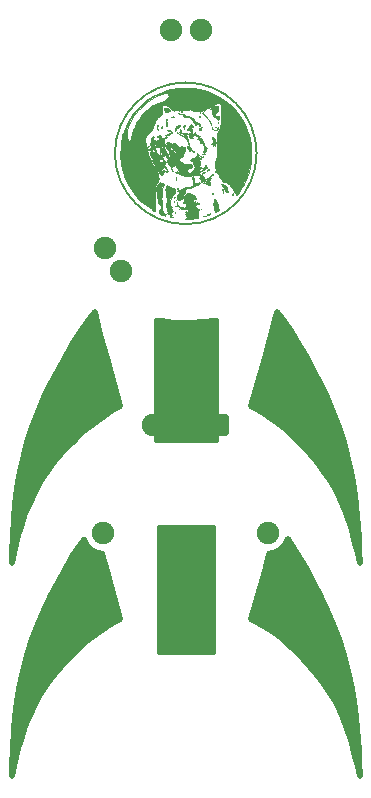
<source format=gbr>
G04 #@! TF.GenerationSoftware,KiCad,Pcbnew,(5.0.0-rc2-198-gb8bbb15aa)*
G04 #@! TF.CreationDate,2018-07-05T00:48:06-05:00*
G04 #@! TF.ProjectId,rocket,726F636B65742E6B696361645F706362,rev?*
G04 #@! TF.SameCoordinates,Original*
G04 #@! TF.FileFunction,Soldermask,Top*
G04 #@! TF.FilePolarity,Negative*
%FSLAX46Y46*%
G04 Gerber Fmt 4.6, Leading zero omitted, Abs format (unit mm)*
G04 Created by KiCad (PCBNEW (5.0.0-rc2-198-gb8bbb15aa)) date 07/05/18 00:48:06*
%MOMM*%
%LPD*%
G01*
G04 APERTURE LIST*
%ADD10C,0.500000*%
%ADD11C,0.200000*%
%ADD12C,0.010000*%
%ADD13C,1.906220*%
%ADD14C,0.100000*%
%ADD15C,0.254000*%
G04 APERTURE END LIST*
D10*
X13567523Y-43462457D02*
X13975773Y-44678270D01*
X12687937Y-41495282D02*
X13138059Y-42411526D01*
X13975773Y-44678270D02*
X14171769Y-45357445D01*
X14171769Y-45357445D02*
X14362255Y-46089164D01*
X11387965Y-32432459D02*
X11964539Y-33636842D01*
X14697881Y-46636144D02*
X14726451Y-47724810D01*
X13138059Y-42411526D02*
X13567523Y-43462457D01*
X13407736Y-37463220D02*
X13774799Y-38846512D01*
X8880897Y-28062879D02*
X9507457Y-29050070D01*
X6705461Y-30344128D02*
X5547192Y-34405788D01*
X12498659Y-34874423D02*
X12982102Y-36147829D01*
X9507457Y-29050070D02*
X10144499Y-30122741D01*
X14332821Y-41925578D02*
X14523335Y-43674887D01*
X12217710Y-40683525D02*
X12687937Y-41495282D01*
X14547160Y-46877204D02*
X14726451Y-47724810D01*
X14523335Y-43674887D02*
X14654555Y-45599736D01*
X14362255Y-46089164D02*
X14547160Y-46877204D01*
X14083235Y-40325043D02*
X14332821Y-41925578D01*
X7231991Y-28368272D02*
X6705461Y-30344128D01*
X14654555Y-45599736D02*
X14697881Y-46636144D01*
X10144499Y-30122741D02*
X11387965Y-32432459D01*
X7718609Y-26433834D02*
X8279666Y-27183392D01*
X12982102Y-36147829D02*
X13407736Y-37463220D01*
X8279666Y-27183392D02*
X8880897Y-28062879D01*
X7718609Y-26433834D02*
X7231991Y-28368272D01*
X11964539Y-33636842D02*
X12498659Y-34874423D01*
X13774799Y-38846512D02*
X14083235Y-40325043D01*
X-13138059Y-42411526D02*
X-13567523Y-43462457D01*
X-13975773Y-44678270D02*
X-14171769Y-45357445D01*
X-10111642Y-37952935D02*
X-11218861Y-39252046D01*
X11218861Y-39252046D02*
X11728642Y-39944151D01*
X-12687937Y-41495282D02*
X-13138059Y-42411526D01*
X-9501141Y-37318176D02*
X-10111642Y-37952935D01*
X8118959Y-36073184D02*
X8839515Y-36688252D01*
X-13407736Y-37463220D02*
X-13774799Y-38846512D01*
X-14362255Y-46089164D02*
X-14547160Y-46877204D01*
X8839515Y-36688252D02*
X9501141Y-37318176D01*
X9501141Y-37318176D02*
X10111642Y-37952935D01*
X-6478448Y-34923086D02*
X-7333820Y-35481840D01*
X-14523335Y-43674887D02*
X-14654555Y-45599736D01*
X11728642Y-39944151D02*
X12217710Y-40683525D01*
X-7718609Y-26433834D02*
X-7231991Y-28368272D01*
X10111642Y-37952935D02*
X11218861Y-39252046D01*
X7333820Y-35481840D02*
X8118959Y-36073184D01*
X6478448Y-34923086D02*
X7333820Y-35481840D01*
X5547192Y-34405788D02*
X6478448Y-34923086D01*
X-14697881Y-46636144D02*
X-14726451Y-47724810D01*
X-14083235Y-40325043D02*
X-14332821Y-41925578D01*
X-12217710Y-40683525D02*
X-12687937Y-41495282D01*
X-11964539Y-33636842D02*
X-12498659Y-34874423D01*
X-12498659Y-34874423D02*
X-12982102Y-36147829D01*
X-14547160Y-46877204D02*
X-14726451Y-47724810D01*
X-7718609Y-26433834D02*
X-8279666Y-27183392D01*
X-14654555Y-45599736D02*
X-14697881Y-46636144D01*
X-14332821Y-41925578D02*
X-14523335Y-43674887D01*
X-7231991Y-28368272D02*
X-6705461Y-30344128D01*
X-8279666Y-27183392D02*
X-8880897Y-28062879D01*
X-14171769Y-45357445D02*
X-14362255Y-46089164D01*
X-13774799Y-38846512D02*
X-14083235Y-40325043D01*
X-12982102Y-36147829D02*
X-13407736Y-37463220D01*
X-11387965Y-32432459D02*
X-11964539Y-33636842D01*
X-7333820Y-35481840D02*
X-8118959Y-36073184D01*
X-10144499Y-30122741D02*
X-11387965Y-32432459D01*
X-9507457Y-29050070D02*
X-10144499Y-30122741D01*
X-8880897Y-28062879D02*
X-9507457Y-29050070D01*
X-11218861Y-39252046D02*
X-11728642Y-39944151D01*
X-8839515Y-36688252D02*
X-9501141Y-37318176D01*
X-11728642Y-39944151D02*
X-12217710Y-40683525D01*
X-8118959Y-36073184D02*
X-8839515Y-36688252D01*
X-5547192Y-34405788D02*
X-6478448Y-34923086D01*
X-6705461Y-30344128D02*
X-5547192Y-34405788D01*
X-13567523Y-43462457D02*
X-13975773Y-44678270D01*
X8620918Y-45693500D02*
G75*
G02X7090000Y-46890000I-1635918J515500D01*
G01*
X-7089434Y-46900673D02*
G75*
G02X-8630000Y-45700000I104434J1722673D01*
G01*
X13138059Y-60411526D02*
X13567523Y-61462457D01*
X12498659Y-52874423D02*
X12982102Y-54147829D01*
X14523335Y-61674887D02*
X14654555Y-63599736D01*
X-14654555Y-63599736D02*
X-14697881Y-64636144D01*
X11728642Y-57944151D02*
X12217710Y-58683525D01*
X-13407736Y-55463220D02*
X-13774799Y-56846512D01*
X14083235Y-58325043D02*
X14332821Y-59925578D01*
X13567523Y-61462457D02*
X13975773Y-62678270D01*
X12982102Y-54147829D02*
X13407736Y-55463220D01*
X11964539Y-51636842D02*
X12498659Y-52874423D01*
X8620000Y-45690000D02*
X8880897Y-46062879D01*
X12687937Y-59495282D02*
X13138059Y-60411526D01*
X-12498659Y-52874423D02*
X-12982102Y-54147829D01*
X5547192Y-52405788D02*
X6478448Y-52923086D01*
X-12982102Y-54147829D02*
X-13407736Y-55463220D01*
X-11964539Y-51636842D02*
X-12498659Y-52874423D01*
X9507457Y-47050070D02*
X10144499Y-48122741D01*
X14171769Y-63357445D02*
X14362255Y-64089164D01*
X13975773Y-62678270D02*
X14171769Y-63357445D01*
X6478448Y-52923086D02*
X7333820Y-53481840D01*
X14547160Y-64877204D02*
X14726451Y-65724810D01*
X-14697881Y-64636144D02*
X-14726451Y-65724810D01*
X14362255Y-64089164D02*
X14547160Y-64877204D01*
X12217710Y-58683525D02*
X12687937Y-59495282D01*
X7333820Y-53481840D02*
X8118959Y-54073184D01*
X14332821Y-59925578D02*
X14523335Y-61674887D01*
X8880897Y-46062879D02*
X9507457Y-47050070D01*
X-11387965Y-50432459D02*
X-11964539Y-51636842D01*
X-13774799Y-56846512D02*
X-14083235Y-58325043D01*
X11218861Y-57252046D02*
X11728642Y-57944151D01*
X9501141Y-55318176D02*
X10111642Y-55952935D01*
X-14083235Y-58325043D02*
X-14332821Y-59925578D01*
X13407736Y-55463220D02*
X13774799Y-56846512D01*
X8118959Y-54073184D02*
X8839515Y-54688252D01*
X-14332821Y-59925578D02*
X-14523335Y-61674887D01*
X10111642Y-55952935D02*
X11218861Y-57252046D01*
X-14523335Y-61674887D02*
X-14654555Y-63599736D01*
X8839515Y-54688252D02*
X9501141Y-55318176D01*
X13774799Y-56846512D02*
X14083235Y-58325043D01*
X11387965Y-50432459D02*
X11964539Y-51636842D01*
X10144499Y-48122741D02*
X11387965Y-50432459D01*
X14697881Y-64636144D02*
X14726451Y-65724810D01*
X7090000Y-46890000D02*
X6705461Y-48344128D01*
X14654555Y-63599736D02*
X14697881Y-64636144D01*
X6705461Y-48344128D02*
X5547192Y-52405788D01*
X-9501141Y-55318176D02*
X-10111642Y-55952935D01*
X-14362255Y-64089164D02*
X-14547160Y-64877204D01*
X-14171769Y-63357445D02*
X-14362255Y-64089164D01*
X-13138059Y-60411526D02*
X-13567523Y-61462457D01*
X-11728642Y-57944151D02*
X-12217710Y-58683525D01*
X-6478448Y-52923086D02*
X-7333820Y-53481840D01*
X-12217710Y-58683525D02*
X-12687937Y-59495282D01*
X-8118959Y-54073184D02*
X-8839515Y-54688252D01*
X-7333820Y-53481840D02*
X-8118959Y-54073184D01*
X-7090000Y-46900000D02*
X-6705461Y-48344128D01*
X-11218861Y-57252046D02*
X-11728642Y-57944151D01*
X-13567523Y-61462457D02*
X-13975773Y-62678270D01*
X-13975773Y-62678270D02*
X-14171769Y-63357445D01*
X-12687937Y-59495282D02*
X-13138059Y-60411526D01*
X-5547192Y-52405788D02*
X-6478448Y-52923086D01*
X-8839515Y-54688252D02*
X-9501141Y-55318176D01*
X-10111642Y-55952935D02*
X-11218861Y-57252046D01*
X-10144499Y-48122741D02*
X-11387965Y-50432459D01*
X-9507457Y-47050070D02*
X-10144499Y-48122741D01*
X-8880897Y-46062879D02*
X-9507457Y-47050070D01*
X-8630000Y-45700000D02*
X-8880897Y-46062879D01*
X-6705461Y-48344128D02*
X-5547192Y-52405788D01*
X-14547160Y-64877204D02*
X-14726451Y-65724810D01*
D11*
X6000000Y-13000000D02*
G75*
G03X6000000Y-13000000I-6000000J0D01*
G01*
D12*
G04 #@! TO.C,G\002A\002A\002A*
G36*
X315859Y-16366999D02*
X345695Y-16395000D01*
X339785Y-16441002D01*
X332200Y-16495173D01*
X361867Y-16485253D01*
X374305Y-16475294D01*
X418693Y-16451351D01*
X429846Y-16492599D01*
X449547Y-16547602D01*
X468923Y-16556000D01*
X505634Y-16525090D01*
X508598Y-16507153D01*
X519235Y-16482587D01*
X543306Y-16512160D01*
X594443Y-16545374D01*
X620695Y-16539264D01*
X666295Y-16550258D01*
X709996Y-16613520D01*
X750150Y-16678116D01*
X782976Y-16671344D01*
X787717Y-16664570D01*
X812218Y-16649573D01*
X820017Y-16704844D01*
X834092Y-16765061D01*
X859692Y-16770923D01*
X893146Y-16779781D01*
X898769Y-16807693D01*
X889629Y-16850054D01*
X848445Y-16871970D01*
X754566Y-16882422D01*
X722923Y-16884170D01*
X669797Y-16901711D01*
X650584Y-16961251D01*
X650655Y-17024923D01*
X657503Y-17148357D01*
X667900Y-17202870D01*
X687408Y-17197669D01*
X721482Y-17142153D01*
X761524Y-17077336D01*
X783778Y-17077449D01*
X801430Y-17122615D01*
X837316Y-17224021D01*
X862634Y-17290009D01*
X877616Y-17365092D01*
X838919Y-17402034D01*
X801837Y-17437129D01*
X820292Y-17473918D01*
X842514Y-17548784D01*
X834916Y-17591095D01*
X827715Y-17638591D01*
X872836Y-17638444D01*
X892858Y-17632491D01*
X953017Y-17626720D01*
X982186Y-17668160D01*
X988204Y-17770420D01*
X987420Y-17796692D01*
X1013548Y-17841949D01*
X1030111Y-17845535D01*
X1048508Y-17880759D01*
X1062615Y-17971177D01*
X1071647Y-18093911D01*
X1074822Y-18226080D01*
X1071356Y-18344806D01*
X1060467Y-18427208D01*
X1050764Y-18449030D01*
X995754Y-18469414D01*
X881642Y-18490885D01*
X727416Y-18511312D01*
X552060Y-18528568D01*
X374561Y-18540521D01*
X213906Y-18545043D01*
X195384Y-18544975D01*
X49075Y-18542936D01*
X-28655Y-18537796D01*
X-47379Y-18526499D01*
X-16672Y-18505993D01*
X19538Y-18488896D01*
X139513Y-18449278D01*
X246537Y-18433454D01*
X317566Y-18421364D01*
X333638Y-18395017D01*
X281729Y-18371762D01*
X230269Y-18373884D01*
X151733Y-18357505D01*
X61162Y-18299790D01*
X-12124Y-18224119D01*
X-39077Y-18159092D01*
X-7329Y-18114098D01*
X59909Y-18072300D01*
X123849Y-18023690D01*
X937846Y-18023690D01*
X950250Y-18090175D01*
X976923Y-18099538D01*
X1009750Y-18044421D01*
X1016000Y-17999540D01*
X999191Y-17937304D01*
X976923Y-17923692D01*
X947797Y-17957202D01*
X937846Y-18023690D01*
X123849Y-18023690D01*
X129511Y-18019386D01*
X148807Y-17965676D01*
X157740Y-17880623D01*
X169358Y-17855307D01*
X185317Y-17788114D01*
X134738Y-17753165D01*
X24048Y-17754709D01*
X18462Y-17755590D01*
X-149980Y-17749999D01*
X-336093Y-17691283D01*
X-511787Y-17589675D01*
X-571200Y-17540830D01*
X-656091Y-17475691D01*
X-722855Y-17445707D01*
X-736393Y-17446233D01*
X-767899Y-17422832D01*
X-779169Y-17328683D01*
X-779062Y-17311487D01*
X-775611Y-17220507D01*
X-765848Y-17200095D01*
X-744273Y-17242669D01*
X-738855Y-17256074D01*
X-671448Y-17371021D01*
X-578590Y-17466574D01*
X-483423Y-17521272D01*
X-446830Y-17526869D01*
X-359542Y-17539770D01*
X-249526Y-17574215D01*
X-241074Y-17577590D01*
X-150432Y-17608635D01*
X-98225Y-17601120D01*
X-55458Y-17554751D01*
X-18850Y-17473019D01*
X-4007Y-17374196D01*
X-9201Y-17280640D01*
X-32704Y-17214711D01*
X-72789Y-17198766D01*
X-82599Y-17203516D01*
X-144808Y-17211179D01*
X-220273Y-17190289D01*
X-269663Y-17153775D01*
X-273539Y-17140747D01*
X-245613Y-17119607D01*
X-224693Y-17124181D01*
X-185713Y-17102928D01*
X-158888Y-17005596D01*
X-144473Y-16833349D01*
X-142244Y-16744268D01*
X-131897Y-16653152D01*
X-108593Y-16608470D01*
X-101825Y-16607498D01*
X-64332Y-16581034D01*
X-47871Y-16536461D01*
X8958Y-16430744D01*
X124449Y-16371743D01*
X226949Y-16360615D01*
X315859Y-16366999D01*
X315859Y-16366999D01*
G37*
X315859Y-16366999D02*
X345695Y-16395000D01*
X339785Y-16441002D01*
X332200Y-16495173D01*
X361867Y-16485253D01*
X374305Y-16475294D01*
X418693Y-16451351D01*
X429846Y-16492599D01*
X449547Y-16547602D01*
X468923Y-16556000D01*
X505634Y-16525090D01*
X508598Y-16507153D01*
X519235Y-16482587D01*
X543306Y-16512160D01*
X594443Y-16545374D01*
X620695Y-16539264D01*
X666295Y-16550258D01*
X709996Y-16613520D01*
X750150Y-16678116D01*
X782976Y-16671344D01*
X787717Y-16664570D01*
X812218Y-16649573D01*
X820017Y-16704844D01*
X834092Y-16765061D01*
X859692Y-16770923D01*
X893146Y-16779781D01*
X898769Y-16807693D01*
X889629Y-16850054D01*
X848445Y-16871970D01*
X754566Y-16882422D01*
X722923Y-16884170D01*
X669797Y-16901711D01*
X650584Y-16961251D01*
X650655Y-17024923D01*
X657503Y-17148357D01*
X667900Y-17202870D01*
X687408Y-17197669D01*
X721482Y-17142153D01*
X761524Y-17077336D01*
X783778Y-17077449D01*
X801430Y-17122615D01*
X837316Y-17224021D01*
X862634Y-17290009D01*
X877616Y-17365092D01*
X838919Y-17402034D01*
X801837Y-17437129D01*
X820292Y-17473918D01*
X842514Y-17548784D01*
X834916Y-17591095D01*
X827715Y-17638591D01*
X872836Y-17638444D01*
X892858Y-17632491D01*
X953017Y-17626720D01*
X982186Y-17668160D01*
X988204Y-17770420D01*
X987420Y-17796692D01*
X1013548Y-17841949D01*
X1030111Y-17845535D01*
X1048508Y-17880759D01*
X1062615Y-17971177D01*
X1071647Y-18093911D01*
X1074822Y-18226080D01*
X1071356Y-18344806D01*
X1060467Y-18427208D01*
X1050764Y-18449030D01*
X995754Y-18469414D01*
X881642Y-18490885D01*
X727416Y-18511312D01*
X552060Y-18528568D01*
X374561Y-18540521D01*
X213906Y-18545043D01*
X195384Y-18544975D01*
X49075Y-18542936D01*
X-28655Y-18537796D01*
X-47379Y-18526499D01*
X-16672Y-18505993D01*
X19538Y-18488896D01*
X139513Y-18449278D01*
X246537Y-18433454D01*
X317566Y-18421364D01*
X333638Y-18395017D01*
X281729Y-18371762D01*
X230269Y-18373884D01*
X151733Y-18357505D01*
X61162Y-18299790D01*
X-12124Y-18224119D01*
X-39077Y-18159092D01*
X-7329Y-18114098D01*
X59909Y-18072300D01*
X123849Y-18023690D01*
X937846Y-18023690D01*
X950250Y-18090175D01*
X976923Y-18099538D01*
X1009750Y-18044421D01*
X1016000Y-17999540D01*
X999191Y-17937304D01*
X976923Y-17923692D01*
X947797Y-17957202D01*
X937846Y-18023690D01*
X123849Y-18023690D01*
X129511Y-18019386D01*
X148807Y-17965676D01*
X157740Y-17880623D01*
X169358Y-17855307D01*
X185317Y-17788114D01*
X134738Y-17753165D01*
X24048Y-17754709D01*
X18462Y-17755590D01*
X-149980Y-17749999D01*
X-336093Y-17691283D01*
X-511787Y-17589675D01*
X-571200Y-17540830D01*
X-656091Y-17475691D01*
X-722855Y-17445707D01*
X-736393Y-17446233D01*
X-767899Y-17422832D01*
X-779169Y-17328683D01*
X-779062Y-17311487D01*
X-775611Y-17220507D01*
X-765848Y-17200095D01*
X-744273Y-17242669D01*
X-738855Y-17256074D01*
X-671448Y-17371021D01*
X-578590Y-17466574D01*
X-483423Y-17521272D01*
X-446830Y-17526869D01*
X-359542Y-17539770D01*
X-249526Y-17574215D01*
X-241074Y-17577590D01*
X-150432Y-17608635D01*
X-98225Y-17601120D01*
X-55458Y-17554751D01*
X-18850Y-17473019D01*
X-4007Y-17374196D01*
X-9201Y-17280640D01*
X-32704Y-17214711D01*
X-72789Y-17198766D01*
X-82599Y-17203516D01*
X-144808Y-17211179D01*
X-220273Y-17190289D01*
X-269663Y-17153775D01*
X-273539Y-17140747D01*
X-245613Y-17119607D01*
X-224693Y-17124181D01*
X-185713Y-17102928D01*
X-158888Y-17005596D01*
X-144473Y-16833349D01*
X-142244Y-16744268D01*
X-131897Y-16653152D01*
X-108593Y-16608470D01*
X-101825Y-16607498D01*
X-64332Y-16581034D01*
X-47871Y-16536461D01*
X8958Y-16430744D01*
X124449Y-16371743D01*
X226949Y-16360615D01*
X315859Y-16366999D01*
G36*
X-1217008Y-18342858D02*
X-1211385Y-18370770D01*
X-1231787Y-18424236D01*
X-1250462Y-18431692D01*
X-1288420Y-18403645D01*
X-1289539Y-18394921D01*
X-1261134Y-18341998D01*
X-1250462Y-18334000D01*
X-1217008Y-18342858D01*
X-1217008Y-18342858D01*
G37*
X-1217008Y-18342858D02*
X-1211385Y-18370770D01*
X-1231787Y-18424236D01*
X-1250462Y-18431692D01*
X-1288420Y-18403645D01*
X-1289539Y-18394921D01*
X-1261134Y-18341998D01*
X-1250462Y-18334000D01*
X-1217008Y-18342858D01*
G36*
X-1094154Y-18412153D02*
X-1113693Y-18431692D01*
X-1133231Y-18412153D01*
X-1113693Y-18392615D01*
X-1094154Y-18412153D01*
X-1094154Y-18412153D01*
G37*
X-1094154Y-18412153D02*
X-1113693Y-18431692D01*
X-1133231Y-18412153D01*
X-1113693Y-18392615D01*
X-1094154Y-18412153D01*
G36*
X-1534616Y-15738777D02*
X-1437054Y-15780213D01*
X-1308019Y-15840330D01*
X-1238329Y-15874579D01*
X-1121765Y-15928255D01*
X-1028113Y-15962806D01*
X-993251Y-15969846D01*
X-949392Y-16003253D01*
X-937847Y-16059723D01*
X-921323Y-16148439D01*
X-897159Y-16190288D01*
X-892967Y-16239576D01*
X-944275Y-16329070D01*
X-1018304Y-16422795D01*
X-1170413Y-16623798D01*
X-1266102Y-16807906D01*
X-1315225Y-16999647D01*
X-1327758Y-17192940D01*
X-1307193Y-17439208D01*
X-1240220Y-17635775D01*
X-1146427Y-17772263D01*
X-1104164Y-17855398D01*
X-1129645Y-17943088D01*
X-1184692Y-18010973D01*
X-1230884Y-18077357D01*
X-1216237Y-18132244D01*
X-1208968Y-18141527D01*
X-1188994Y-18190168D01*
X-1218795Y-18248705D01*
X-1271627Y-18304989D01*
X-1339776Y-18363976D01*
X-1360563Y-18361054D01*
X-1356038Y-18343769D01*
X-1345121Y-18257858D01*
X-1369399Y-18193716D01*
X-1418335Y-18178578D01*
X-1419773Y-18179059D01*
X-1483037Y-18169960D01*
X-1543349Y-18135972D01*
X-1593401Y-18085910D01*
X-1578452Y-18050911D01*
X-1569327Y-18044785D01*
X-1538073Y-18000646D01*
X-1544846Y-17916331D01*
X-1554924Y-17876544D01*
X-1572807Y-17770730D01*
X-1566905Y-17691707D01*
X-1564264Y-17685523D01*
X-1553112Y-17608101D01*
X-1565192Y-17532923D01*
X-1594364Y-17435230D01*
X-1599447Y-17532923D01*
X-1608732Y-17594374D01*
X-1629753Y-17583508D01*
X-1636458Y-17572000D01*
X-1659565Y-17474084D01*
X-1654224Y-17347333D01*
X-1631840Y-17259384D01*
X-1572039Y-17087042D01*
X-1551730Y-16979393D01*
X-1568863Y-16938328D01*
X-1590113Y-16897076D01*
X-1616105Y-16799178D01*
X-1643337Y-16665708D01*
X-1668310Y-16517737D01*
X-1687525Y-16376337D01*
X-1697482Y-16262582D01*
X-1694682Y-16197544D01*
X-1692671Y-16192826D01*
X-1697962Y-16140777D01*
X-1719413Y-16106582D01*
X-1743015Y-16047631D01*
X-1710035Y-15972735D01*
X-1703238Y-15962830D01*
X-1655670Y-15863197D01*
X-1641231Y-15786272D01*
X-1633292Y-15727067D01*
X-1594148Y-15719002D01*
X-1534616Y-15738777D01*
X-1534616Y-15738777D01*
G37*
X-1534616Y-15738777D02*
X-1437054Y-15780213D01*
X-1308019Y-15840330D01*
X-1238329Y-15874579D01*
X-1121765Y-15928255D01*
X-1028113Y-15962806D01*
X-993251Y-15969846D01*
X-949392Y-16003253D01*
X-937847Y-16059723D01*
X-921323Y-16148439D01*
X-897159Y-16190288D01*
X-892967Y-16239576D01*
X-944275Y-16329070D01*
X-1018304Y-16422795D01*
X-1170413Y-16623798D01*
X-1266102Y-16807906D01*
X-1315225Y-16999647D01*
X-1327758Y-17192940D01*
X-1307193Y-17439208D01*
X-1240220Y-17635775D01*
X-1146427Y-17772263D01*
X-1104164Y-17855398D01*
X-1129645Y-17943088D01*
X-1184692Y-18010973D01*
X-1230884Y-18077357D01*
X-1216237Y-18132244D01*
X-1208968Y-18141527D01*
X-1188994Y-18190168D01*
X-1218795Y-18248705D01*
X-1271627Y-18304989D01*
X-1339776Y-18363976D01*
X-1360563Y-18361054D01*
X-1356038Y-18343769D01*
X-1345121Y-18257858D01*
X-1369399Y-18193716D01*
X-1418335Y-18178578D01*
X-1419773Y-18179059D01*
X-1483037Y-18169960D01*
X-1543349Y-18135972D01*
X-1593401Y-18085910D01*
X-1578452Y-18050911D01*
X-1569327Y-18044785D01*
X-1538073Y-18000646D01*
X-1544846Y-17916331D01*
X-1554924Y-17876544D01*
X-1572807Y-17770730D01*
X-1566905Y-17691707D01*
X-1564264Y-17685523D01*
X-1553112Y-17608101D01*
X-1565192Y-17532923D01*
X-1594364Y-17435230D01*
X-1599447Y-17532923D01*
X-1608732Y-17594374D01*
X-1629753Y-17583508D01*
X-1636458Y-17572000D01*
X-1659565Y-17474084D01*
X-1654224Y-17347333D01*
X-1631840Y-17259384D01*
X-1572039Y-17087042D01*
X-1551730Y-16979393D01*
X-1568863Y-16938328D01*
X-1590113Y-16897076D01*
X-1616105Y-16799178D01*
X-1643337Y-16665708D01*
X-1668310Y-16517737D01*
X-1687525Y-16376337D01*
X-1697482Y-16262582D01*
X-1694682Y-16197544D01*
X-1692671Y-16192826D01*
X-1697962Y-16140777D01*
X-1719413Y-16106582D01*
X-1743015Y-16047631D01*
X-1710035Y-15972735D01*
X-1703238Y-15962830D01*
X-1655670Y-15863197D01*
X-1641231Y-15786272D01*
X-1633292Y-15727067D01*
X-1594148Y-15719002D01*
X-1534616Y-15738777D01*
G36*
X1614229Y-18278131D02*
X1691414Y-18282952D01*
X1697664Y-18296079D01*
X1660769Y-18314461D01*
X1567067Y-18343590D01*
X1492883Y-18348569D01*
X1460937Y-18329398D01*
X1465384Y-18314461D01*
X1517683Y-18288012D01*
X1610690Y-18278069D01*
X1614229Y-18278131D01*
X1614229Y-18278131D01*
G37*
X1614229Y-18278131D02*
X1691414Y-18282952D01*
X1697664Y-18296079D01*
X1660769Y-18314461D01*
X1567067Y-18343590D01*
X1492883Y-18348569D01*
X1460937Y-18329398D01*
X1465384Y-18314461D01*
X1517683Y-18288012D01*
X1610690Y-18278069D01*
X1614229Y-18278131D01*
G36*
X-2097002Y-15480444D02*
X-1994630Y-15527055D01*
X-1956386Y-15548010D01*
X-1806672Y-15634174D01*
X-1900617Y-15782992D01*
X-1992431Y-15993946D01*
X-2023744Y-16224862D01*
X-1998786Y-16416057D01*
X-1977136Y-16538669D01*
X-1996731Y-16638207D01*
X-2017831Y-16683613D01*
X-2058051Y-16813165D01*
X-2052324Y-16974620D01*
X-2051614Y-16979429D01*
X-2039451Y-17104064D01*
X-2031190Y-17274609D01*
X-2028255Y-17458857D01*
X-2028504Y-17501820D01*
X-2026621Y-17654741D01*
X-2018464Y-17772677D01*
X-2005564Y-17838002D01*
X-1998670Y-17845538D01*
X-1966366Y-17878955D01*
X-1931884Y-17960606D01*
X-1928271Y-17972538D01*
X-1891329Y-18060885D01*
X-1832076Y-18094970D01*
X-1766311Y-18099160D01*
X-1680638Y-18107007D01*
X-1641481Y-18126591D01*
X-1641231Y-18128468D01*
X-1673010Y-18154838D01*
X-1699847Y-18158153D01*
X-1751654Y-18189433D01*
X-1758462Y-18216769D01*
X-1762888Y-18254529D01*
X-1786453Y-18268156D01*
X-1844588Y-18256065D01*
X-1952722Y-18216673D01*
X-2021382Y-18189785D01*
X-2141704Y-18136853D01*
X-2207911Y-18086594D01*
X-2240780Y-18019350D01*
X-2251405Y-17972164D01*
X-2260015Y-17868469D01*
X-2231467Y-17811747D01*
X-2213177Y-17799287D01*
X-2158587Y-17733199D01*
X-2149231Y-17689595D01*
X-2133423Y-17617361D01*
X-2115395Y-17594777D01*
X-2092023Y-17539695D01*
X-2109349Y-17448271D01*
X-2159036Y-17345019D01*
X-2230375Y-17256653D01*
X-2322185Y-17134758D01*
X-2387049Y-16961389D01*
X-2427856Y-16727088D01*
X-2441245Y-16566261D01*
X-2454896Y-16410161D01*
X-2474671Y-16268593D01*
X-2493219Y-16183854D01*
X-2504938Y-16057632D01*
X-2479658Y-15907977D01*
X-2426152Y-15754312D01*
X-2353197Y-15616056D01*
X-2269566Y-15512633D01*
X-2184035Y-15463462D01*
X-2167001Y-15461846D01*
X-2097002Y-15480444D01*
X-2097002Y-15480444D01*
G37*
X-2097002Y-15480444D02*
X-1994630Y-15527055D01*
X-1956386Y-15548010D01*
X-1806672Y-15634174D01*
X-1900617Y-15782992D01*
X-1992431Y-15993946D01*
X-2023744Y-16224862D01*
X-1998786Y-16416057D01*
X-1977136Y-16538669D01*
X-1996731Y-16638207D01*
X-2017831Y-16683613D01*
X-2058051Y-16813165D01*
X-2052324Y-16974620D01*
X-2051614Y-16979429D01*
X-2039451Y-17104064D01*
X-2031190Y-17274609D01*
X-2028255Y-17458857D01*
X-2028504Y-17501820D01*
X-2026621Y-17654741D01*
X-2018464Y-17772677D01*
X-2005564Y-17838002D01*
X-1998670Y-17845538D01*
X-1966366Y-17878955D01*
X-1931884Y-17960606D01*
X-1928271Y-17972538D01*
X-1891329Y-18060885D01*
X-1832076Y-18094970D01*
X-1766311Y-18099160D01*
X-1680638Y-18107007D01*
X-1641481Y-18126591D01*
X-1641231Y-18128468D01*
X-1673010Y-18154838D01*
X-1699847Y-18158153D01*
X-1751654Y-18189433D01*
X-1758462Y-18216769D01*
X-1762888Y-18254529D01*
X-1786453Y-18268156D01*
X-1844588Y-18256065D01*
X-1952722Y-18216673D01*
X-2021382Y-18189785D01*
X-2141704Y-18136853D01*
X-2207911Y-18086594D01*
X-2240780Y-18019350D01*
X-2251405Y-17972164D01*
X-2260015Y-17868469D01*
X-2231467Y-17811747D01*
X-2213177Y-17799287D01*
X-2158587Y-17733199D01*
X-2149231Y-17689595D01*
X-2133423Y-17617361D01*
X-2115395Y-17594777D01*
X-2092023Y-17539695D01*
X-2109349Y-17448271D01*
X-2159036Y-17345019D01*
X-2230375Y-17256653D01*
X-2322185Y-17134758D01*
X-2387049Y-16961389D01*
X-2427856Y-16727088D01*
X-2441245Y-16566261D01*
X-2454896Y-16410161D01*
X-2474671Y-16268593D01*
X-2493219Y-16183854D01*
X-2504938Y-16057632D01*
X-2479658Y-15907977D01*
X-2426152Y-15754312D01*
X-2353197Y-15616056D01*
X-2269566Y-15512633D01*
X-2184035Y-15463462D01*
X-2167001Y-15461846D01*
X-2097002Y-15480444D01*
G36*
X1826068Y-18107112D02*
X1869042Y-18136816D01*
X1897755Y-18132239D01*
X1946218Y-18138432D01*
X1953846Y-18160485D01*
X1938979Y-18190495D01*
X1927709Y-18184119D01*
X1882693Y-18186178D01*
X1835169Y-18218077D01*
X1789670Y-18253214D01*
X1779643Y-18231054D01*
X1789618Y-18169316D01*
X1808536Y-18106820D01*
X1825552Y-18105658D01*
X1826068Y-18107112D01*
X1826068Y-18107112D01*
G37*
X1826068Y-18107112D02*
X1869042Y-18136816D01*
X1897755Y-18132239D01*
X1946218Y-18138432D01*
X1953846Y-18160485D01*
X1938979Y-18190495D01*
X1927709Y-18184119D01*
X1882693Y-18186178D01*
X1835169Y-18218077D01*
X1789670Y-18253214D01*
X1779643Y-18231054D01*
X1789618Y-18169316D01*
X1808536Y-18106820D01*
X1825552Y-18105658D01*
X1826068Y-18107112D01*
G36*
X2069941Y-18109736D02*
X2071077Y-18119077D01*
X2041340Y-18157018D01*
X2032000Y-18158153D01*
X1994058Y-18128417D01*
X1992923Y-18119077D01*
X2022659Y-18081135D01*
X2032000Y-18080000D01*
X2069941Y-18109736D01*
X2069941Y-18109736D01*
G37*
X2069941Y-18109736D02*
X2071077Y-18119077D01*
X2041340Y-18157018D01*
X2032000Y-18158153D01*
X1994058Y-18128417D01*
X1992923Y-18119077D01*
X2022659Y-18081135D01*
X2032000Y-18080000D01*
X2069941Y-18109736D01*
G36*
X-911795Y-18014871D02*
X-907119Y-18061247D01*
X-911795Y-18066974D01*
X-935026Y-18061610D01*
X-937847Y-18040923D01*
X-923549Y-18008758D01*
X-911795Y-18014871D01*
X-911795Y-18014871D01*
G37*
X-911795Y-18014871D02*
X-907119Y-18061247D01*
X-911795Y-18066974D01*
X-935026Y-18061610D01*
X-937847Y-18040923D01*
X-923549Y-18008758D01*
X-911795Y-18014871D01*
G36*
X64875Y-17947768D02*
X58615Y-17962769D01*
X6849Y-18000387D01*
X-4613Y-18001846D01*
X-25799Y-17977769D01*
X-19539Y-17962769D01*
X32227Y-17925151D01*
X43689Y-17923692D01*
X64875Y-17947768D01*
X64875Y-17947768D01*
G37*
X64875Y-17947768D02*
X58615Y-17962769D01*
X6849Y-18000387D01*
X-4613Y-18001846D01*
X-25799Y-17977769D01*
X-19539Y-17962769D01*
X32227Y-17925151D01*
X43689Y-17923692D01*
X64875Y-17947768D01*
G36*
X2480092Y-16905170D02*
X2554779Y-17006730D01*
X2627926Y-17161136D01*
X2692561Y-17356229D01*
X2694490Y-17363297D01*
X2736038Y-17515738D01*
X2771580Y-17644540D01*
X2794692Y-17726465D01*
X2797575Y-17736237D01*
X2786867Y-17794062D01*
X2712581Y-17854524D01*
X2663038Y-17881652D01*
X2508439Y-17960522D01*
X2452488Y-17873723D01*
X2381495Y-17729748D01*
X2378318Y-17621817D01*
X2430406Y-17555417D01*
X2483940Y-17513629D01*
X2469071Y-17495945D01*
X2417055Y-17487326D01*
X2354602Y-17464549D01*
X2323716Y-17404301D01*
X2312551Y-17321096D01*
X2316508Y-17199545D01*
X2355839Y-17136828D01*
X2360169Y-17134226D01*
X2401649Y-17077147D01*
X2397118Y-16984591D01*
X2391447Y-16903848D01*
X2409734Y-16868667D01*
X2410837Y-16868615D01*
X2480092Y-16905170D01*
X2480092Y-16905170D01*
G37*
X2480092Y-16905170D02*
X2554779Y-17006730D01*
X2627926Y-17161136D01*
X2692561Y-17356229D01*
X2694490Y-17363297D01*
X2736038Y-17515738D01*
X2771580Y-17644540D01*
X2794692Y-17726465D01*
X2797575Y-17736237D01*
X2786867Y-17794062D01*
X2712581Y-17854524D01*
X2663038Y-17881652D01*
X2508439Y-17960522D01*
X2452488Y-17873723D01*
X2381495Y-17729748D01*
X2378318Y-17621817D01*
X2430406Y-17555417D01*
X2483940Y-17513629D01*
X2469071Y-17495945D01*
X2417055Y-17487326D01*
X2354602Y-17464549D01*
X2323716Y-17404301D01*
X2312551Y-17321096D01*
X2316508Y-17199545D01*
X2355839Y-17136828D01*
X2360169Y-17134226D01*
X2401649Y-17077147D01*
X2397118Y-16984591D01*
X2391447Y-16903848D01*
X2409734Y-16868667D01*
X2410837Y-16868615D01*
X2480092Y-16905170D01*
G36*
X283652Y-7471850D02*
X506706Y-7476466D01*
X686690Y-7485829D01*
X841135Y-7501306D01*
X987570Y-7524264D01*
X1143523Y-7556069D01*
X1169133Y-7561757D01*
X1806024Y-7742627D01*
X2408957Y-7990784D01*
X2973242Y-8302633D01*
X3494185Y-8674578D01*
X3967092Y-9103022D01*
X4387273Y-9584369D01*
X4750032Y-10115023D01*
X4933612Y-10446604D01*
X5099254Y-10789506D01*
X5228172Y-11101095D01*
X5331479Y-11411861D01*
X5420290Y-11752292D01*
X5438242Y-11830866D01*
X5471510Y-11989797D01*
X5495723Y-12136549D01*
X5512248Y-12288649D01*
X5522451Y-12463627D01*
X5527700Y-12679013D01*
X5529360Y-12952336D01*
X5529384Y-13000000D01*
X5528160Y-13283338D01*
X5523571Y-13506116D01*
X5514243Y-13685898D01*
X5498801Y-13840253D01*
X5475869Y-13986747D01*
X5444072Y-14142947D01*
X5437672Y-14171795D01*
X5329694Y-14590646D01*
X5197198Y-14977202D01*
X5027742Y-15365141D01*
X4911011Y-15597565D01*
X4811808Y-15778363D01*
X4702034Y-15963475D01*
X4590098Y-16140377D01*
X4484413Y-16296547D01*
X4393388Y-16419459D01*
X4325435Y-16496592D01*
X4293558Y-16516923D01*
X4259714Y-16484916D01*
X4240942Y-16442222D01*
X4189476Y-16332329D01*
X4097522Y-16183794D01*
X3978271Y-16014779D01*
X3844913Y-15843444D01*
X3710639Y-15687952D01*
X3639463Y-15614075D01*
X3522977Y-15501863D01*
X3444944Y-15437034D01*
X3389487Y-15410792D01*
X3340730Y-15414344D01*
X3304718Y-15428640D01*
X3218970Y-15453337D01*
X3150242Y-15423740D01*
X3126312Y-15403374D01*
X3067068Y-15326789D01*
X3048000Y-15266461D01*
X3020762Y-15191771D01*
X2970003Y-15129834D01*
X2911382Y-15056101D01*
X2841296Y-14939253D01*
X2792331Y-14841530D01*
X2728652Y-14712880D01*
X2667440Y-14606174D01*
X2632396Y-14557224D01*
X2580509Y-14472432D01*
X2539962Y-14361544D01*
X2539771Y-14360780D01*
X2503907Y-14226821D01*
X2469319Y-14109163D01*
X2452817Y-14010678D01*
X2468891Y-13897784D01*
X2507548Y-13777009D01*
X2566735Y-13568666D01*
X2611683Y-13306671D01*
X2642727Y-12986267D01*
X2660203Y-12602697D01*
X2664446Y-12151206D01*
X2656715Y-11662439D01*
X2654331Y-11493600D01*
X2661092Y-11377949D01*
X2682297Y-11290612D01*
X2723247Y-11206718D01*
X2769859Y-11131479D01*
X2841844Y-10997122D01*
X2885005Y-10872049D01*
X2891692Y-10820584D01*
X2906277Y-10691221D01*
X2933887Y-10589543D01*
X2948730Y-10511713D01*
X2961260Y-10369483D01*
X2970722Y-10176593D01*
X2976358Y-9946784D01*
X2977592Y-9795692D01*
X2978106Y-9503291D01*
X2977628Y-9278924D01*
X2975315Y-9112474D01*
X2970323Y-8993823D01*
X2961808Y-8912850D01*
X2948927Y-8859438D01*
X2930835Y-8823467D01*
X2906689Y-8794821D01*
X2892973Y-8780973D01*
X2838744Y-8735198D01*
X2783927Y-8724382D01*
X2698119Y-8746073D01*
X2653030Y-8761635D01*
X2514990Y-8818648D01*
X2383176Y-8885651D01*
X2362276Y-8898083D01*
X2232489Y-8973650D01*
X2086037Y-9051885D01*
X1942438Y-9123216D01*
X1821209Y-9178072D01*
X1741866Y-9206882D01*
X1728186Y-9209043D01*
X1678335Y-9241909D01*
X1642408Y-9304133D01*
X1595637Y-9373556D01*
X1527437Y-9378067D01*
X1453847Y-9373963D01*
X1326431Y-9380983D01*
X1168489Y-9397601D01*
X1110284Y-9405406D01*
X924598Y-9428098D01*
X790800Y-9433699D01*
X684487Y-9422083D01*
X610761Y-9402831D01*
X502285Y-9364326D01*
X425521Y-9328984D01*
X412261Y-9319974D01*
X347327Y-9291786D01*
X276241Y-9292413D01*
X235688Y-9320172D01*
X234461Y-9328144D01*
X206755Y-9345812D01*
X148958Y-9322836D01*
X60785Y-9299542D01*
X-88220Y-9294099D01*
X-290657Y-9304956D01*
X-472708Y-9318999D01*
X-646349Y-9331896D01*
X-781562Y-9341433D01*
X-811405Y-9343388D01*
X-919768Y-9355199D01*
X-991538Y-9372152D01*
X-1002546Y-9378443D01*
X-1042894Y-9368663D01*
X-1122952Y-9318483D01*
X-1207141Y-9253511D01*
X-1449765Y-9066382D01*
X-1652457Y-8940404D01*
X-1813670Y-8876296D01*
X-1931858Y-8874777D01*
X-1973892Y-8897344D01*
X-2002227Y-8941101D01*
X-2020209Y-9024562D01*
X-2029555Y-9160867D01*
X-2032000Y-9342408D01*
X-2035322Y-9543791D01*
X-2050885Y-9683901D01*
X-2087090Y-9779525D01*
X-2152336Y-9847450D01*
X-2255023Y-9904460D01*
X-2329416Y-9936792D01*
X-2400663Y-9976885D01*
X-2463133Y-10041296D01*
X-2528918Y-10146087D01*
X-2610112Y-10307318D01*
X-2613074Y-10313534D01*
X-2690021Y-10487714D01*
X-2758386Y-10664557D01*
X-2806168Y-10812405D01*
X-2814148Y-10843962D01*
X-2844957Y-10955808D01*
X-2887319Y-11040395D01*
X-2957487Y-11119986D01*
X-3071714Y-11216844D01*
X-3106386Y-11244265D01*
X-3230459Y-11351615D01*
X-3333189Y-11458345D01*
X-3394860Y-11543661D01*
X-3399304Y-11553215D01*
X-3422693Y-11664851D01*
X-3429426Y-11832546D01*
X-3419869Y-12036083D01*
X-3394387Y-12255242D01*
X-3385617Y-12309835D01*
X-3360152Y-12411818D01*
X-3318845Y-12447684D01*
X-3243336Y-12429431D01*
X-3218962Y-12418730D01*
X-3140424Y-12389919D01*
X-3100313Y-12387584D01*
X-3120904Y-12411130D01*
X-3192092Y-12447766D01*
X-3203055Y-12452404D01*
X-3286952Y-12511163D01*
X-3323505Y-12585243D01*
X-3303688Y-12651280D01*
X-3285533Y-12665948D01*
X-3229022Y-12661935D01*
X-3139166Y-12620848D01*
X-3039668Y-12558325D01*
X-2954232Y-12490007D01*
X-2906559Y-12431535D01*
X-2903467Y-12413846D01*
X-2922598Y-12391051D01*
X-2771377Y-12391051D01*
X-2764192Y-12441734D01*
X-2750853Y-12442339D01*
X-2741525Y-12390039D01*
X-2747768Y-12367442D01*
X-2765119Y-12352640D01*
X-2771377Y-12391051D01*
X-2922598Y-12391051D01*
X-2944942Y-12364430D01*
X-2974507Y-12359557D01*
X-3017308Y-12331710D01*
X-3028428Y-12254349D01*
X-3013796Y-12179384D01*
X-2794000Y-12179384D01*
X-2790902Y-12215393D01*
X-2776768Y-12218461D01*
X-2736975Y-12190095D01*
X-2735385Y-12179384D01*
X-2748717Y-12141323D01*
X-2752617Y-12140307D01*
X-2785980Y-12167690D01*
X-2794000Y-12179384D01*
X-3013796Y-12179384D01*
X-3007938Y-12149373D01*
X-2973587Y-12068869D01*
X-2943218Y-11982650D01*
X-2943748Y-11928387D01*
X-2939825Y-11860986D01*
X-2906276Y-11757639D01*
X-2855959Y-11647999D01*
X-2801732Y-11561722D01*
X-2772493Y-11533398D01*
X-2741453Y-11524915D01*
X-2749523Y-11545416D01*
X-2748801Y-11599981D01*
X-2735335Y-11612800D01*
X-2726915Y-11658745D01*
X-2773774Y-11738001D01*
X-2829810Y-11832921D01*
X-2851413Y-11919280D01*
X-2835353Y-11974749D01*
X-2809358Y-11984000D01*
X-2783229Y-11955575D01*
X-2788593Y-11925384D01*
X-2782589Y-11874971D01*
X-2753697Y-11866769D01*
X-2707859Y-11900804D01*
X-2696308Y-11964461D01*
X-2675926Y-12043033D01*
X-2637693Y-12062153D01*
X-2585726Y-12085461D01*
X-2579077Y-12105411D01*
X-2607502Y-12131540D01*
X-2637693Y-12126176D01*
X-2676844Y-12128235D01*
X-2693894Y-12184279D01*
X-2696308Y-12252252D01*
X-2689532Y-12355701D01*
X-2672789Y-12422441D01*
X-2668330Y-12428798D01*
X-2650923Y-12482032D01*
X-2640245Y-12582801D01*
X-2638870Y-12629046D01*
X-2637388Y-12801315D01*
X-2718701Y-12699339D01*
X-2782602Y-12639236D01*
X-2859628Y-12617704D01*
X-2967872Y-12634491D01*
X-3125431Y-12689340D01*
X-3135923Y-12693471D01*
X-3205424Y-12735090D01*
X-3237628Y-12799268D01*
X-3233441Y-12899855D01*
X-3193767Y-13050703D01*
X-3164909Y-13137705D01*
X-3113720Y-13265915D01*
X-3034030Y-13441344D01*
X-2934441Y-13647289D01*
X-2823553Y-13867046D01*
X-2709967Y-14083912D01*
X-2602284Y-14281184D01*
X-2509105Y-14442159D01*
X-2439031Y-14550133D01*
X-2434465Y-14556267D01*
X-2348153Y-14729862D01*
X-2323021Y-14878839D01*
X-2310989Y-14998536D01*
X-2295157Y-15085879D01*
X-2286916Y-15108673D01*
X-2293013Y-15158155D01*
X-2328992Y-15258426D01*
X-2387944Y-15391322D01*
X-2416843Y-15450408D01*
X-2495110Y-15622003D01*
X-2563095Y-15799045D01*
X-2608082Y-15947847D01*
X-2612920Y-15969846D01*
X-2626009Y-16041426D01*
X-2635435Y-16114574D01*
X-2641085Y-16199317D01*
X-2642844Y-16305683D01*
X-2640601Y-16443698D01*
X-2634240Y-16623389D01*
X-2623650Y-16854784D01*
X-2608716Y-17147909D01*
X-2597130Y-17366846D01*
X-2587636Y-17565168D01*
X-2581695Y-17732331D01*
X-2579636Y-17854515D01*
X-2581790Y-17917896D01*
X-2583843Y-17923692D01*
X-2622590Y-17905154D01*
X-2712036Y-17855643D01*
X-2835816Y-17784317D01*
X-2892510Y-17751000D01*
X-3384515Y-17416750D01*
X-3844287Y-17017760D01*
X-4264134Y-16563488D01*
X-4636370Y-16063395D01*
X-4953304Y-15526939D01*
X-5207248Y-14963580D01*
X-5248207Y-14852980D01*
X-5347883Y-14551332D01*
X-5422397Y-14267006D01*
X-5474663Y-13980457D01*
X-5507595Y-13672140D01*
X-5524108Y-13322512D01*
X-5527417Y-12980461D01*
X-5522423Y-12610024D01*
X-5507042Y-12297763D01*
X-5477608Y-12023989D01*
X-5430455Y-11769016D01*
X-5361916Y-11513155D01*
X-5354537Y-11491359D01*
X-4953053Y-11491359D01*
X-4931183Y-11674815D01*
X-4887480Y-11887626D01*
X-4842374Y-12022456D01*
X-4795336Y-12079296D01*
X-4745834Y-12058135D01*
X-4693338Y-11958964D01*
X-4637318Y-11781772D01*
X-4608975Y-11668811D01*
X-4521478Y-11328075D01*
X-4429245Y-11036161D01*
X-4321860Y-10763944D01*
X-4188905Y-10482296D01*
X-4174299Y-10453467D01*
X-3913032Y-10000756D01*
X-3621953Y-9616125D01*
X-3292949Y-9292569D01*
X-2917905Y-9023087D01*
X-2488710Y-8800677D01*
X-2078188Y-8644375D01*
X-1831916Y-8544598D01*
X-1640365Y-8428274D01*
X-1510592Y-8301172D01*
X-1449656Y-8169062D01*
X-1445847Y-8127491D01*
X-1473086Y-7998189D01*
X-1550809Y-7919375D01*
X-1673024Y-7887512D01*
X-1833741Y-7899063D01*
X-2026969Y-7950493D01*
X-2246716Y-8038264D01*
X-2486990Y-8158840D01*
X-2741802Y-8308686D01*
X-3005159Y-8484263D01*
X-3271070Y-8682037D01*
X-3533545Y-8898470D01*
X-3786592Y-9130026D01*
X-4024219Y-9373168D01*
X-4240436Y-9624361D01*
X-4429252Y-9880068D01*
X-4438634Y-9894059D01*
X-4682827Y-10311775D01*
X-4849929Y-10717115D01*
X-4939989Y-11110251D01*
X-4953053Y-11491359D01*
X-5354537Y-11491359D01*
X-5268325Y-11236717D01*
X-5146015Y-10920015D01*
X-5141742Y-10909384D01*
X-4862467Y-10316858D01*
X-4520273Y-9767684D01*
X-4119095Y-9266181D01*
X-3662866Y-8816671D01*
X-3155519Y-8423474D01*
X-2600987Y-8090910D01*
X-2553396Y-8066387D01*
X-2210494Y-7900745D01*
X-1898905Y-7771828D01*
X-1588139Y-7668521D01*
X-1247708Y-7579709D01*
X-1169134Y-7561757D01*
X-1010203Y-7528490D01*
X-863451Y-7504277D01*
X-711351Y-7487751D01*
X-536373Y-7477548D01*
X-320987Y-7472299D01*
X-47664Y-7470639D01*
X0Y-7470615D01*
X283652Y-7471850D01*
X283652Y-7471850D01*
G37*
X283652Y-7471850D02*
X506706Y-7476466D01*
X686690Y-7485829D01*
X841135Y-7501306D01*
X987570Y-7524264D01*
X1143523Y-7556069D01*
X1169133Y-7561757D01*
X1806024Y-7742627D01*
X2408957Y-7990784D01*
X2973242Y-8302633D01*
X3494185Y-8674578D01*
X3967092Y-9103022D01*
X4387273Y-9584369D01*
X4750032Y-10115023D01*
X4933612Y-10446604D01*
X5099254Y-10789506D01*
X5228172Y-11101095D01*
X5331479Y-11411861D01*
X5420290Y-11752292D01*
X5438242Y-11830866D01*
X5471510Y-11989797D01*
X5495723Y-12136549D01*
X5512248Y-12288649D01*
X5522451Y-12463627D01*
X5527700Y-12679013D01*
X5529360Y-12952336D01*
X5529384Y-13000000D01*
X5528160Y-13283338D01*
X5523571Y-13506116D01*
X5514243Y-13685898D01*
X5498801Y-13840253D01*
X5475869Y-13986747D01*
X5444072Y-14142947D01*
X5437672Y-14171795D01*
X5329694Y-14590646D01*
X5197198Y-14977202D01*
X5027742Y-15365141D01*
X4911011Y-15597565D01*
X4811808Y-15778363D01*
X4702034Y-15963475D01*
X4590098Y-16140377D01*
X4484413Y-16296547D01*
X4393388Y-16419459D01*
X4325435Y-16496592D01*
X4293558Y-16516923D01*
X4259714Y-16484916D01*
X4240942Y-16442222D01*
X4189476Y-16332329D01*
X4097522Y-16183794D01*
X3978271Y-16014779D01*
X3844913Y-15843444D01*
X3710639Y-15687952D01*
X3639463Y-15614075D01*
X3522977Y-15501863D01*
X3444944Y-15437034D01*
X3389487Y-15410792D01*
X3340730Y-15414344D01*
X3304718Y-15428640D01*
X3218970Y-15453337D01*
X3150242Y-15423740D01*
X3126312Y-15403374D01*
X3067068Y-15326789D01*
X3048000Y-15266461D01*
X3020762Y-15191771D01*
X2970003Y-15129834D01*
X2911382Y-15056101D01*
X2841296Y-14939253D01*
X2792331Y-14841530D01*
X2728652Y-14712880D01*
X2667440Y-14606174D01*
X2632396Y-14557224D01*
X2580509Y-14472432D01*
X2539962Y-14361544D01*
X2539771Y-14360780D01*
X2503907Y-14226821D01*
X2469319Y-14109163D01*
X2452817Y-14010678D01*
X2468891Y-13897784D01*
X2507548Y-13777009D01*
X2566735Y-13568666D01*
X2611683Y-13306671D01*
X2642727Y-12986267D01*
X2660203Y-12602697D01*
X2664446Y-12151206D01*
X2656715Y-11662439D01*
X2654331Y-11493600D01*
X2661092Y-11377949D01*
X2682297Y-11290612D01*
X2723247Y-11206718D01*
X2769859Y-11131479D01*
X2841844Y-10997122D01*
X2885005Y-10872049D01*
X2891692Y-10820584D01*
X2906277Y-10691221D01*
X2933887Y-10589543D01*
X2948730Y-10511713D01*
X2961260Y-10369483D01*
X2970722Y-10176593D01*
X2976358Y-9946784D01*
X2977592Y-9795692D01*
X2978106Y-9503291D01*
X2977628Y-9278924D01*
X2975315Y-9112474D01*
X2970323Y-8993823D01*
X2961808Y-8912850D01*
X2948927Y-8859438D01*
X2930835Y-8823467D01*
X2906689Y-8794821D01*
X2892973Y-8780973D01*
X2838744Y-8735198D01*
X2783927Y-8724382D01*
X2698119Y-8746073D01*
X2653030Y-8761635D01*
X2514990Y-8818648D01*
X2383176Y-8885651D01*
X2362276Y-8898083D01*
X2232489Y-8973650D01*
X2086037Y-9051885D01*
X1942438Y-9123216D01*
X1821209Y-9178072D01*
X1741866Y-9206882D01*
X1728186Y-9209043D01*
X1678335Y-9241909D01*
X1642408Y-9304133D01*
X1595637Y-9373556D01*
X1527437Y-9378067D01*
X1453847Y-9373963D01*
X1326431Y-9380983D01*
X1168489Y-9397601D01*
X1110284Y-9405406D01*
X924598Y-9428098D01*
X790800Y-9433699D01*
X684487Y-9422083D01*
X610761Y-9402831D01*
X502285Y-9364326D01*
X425521Y-9328984D01*
X412261Y-9319974D01*
X347327Y-9291786D01*
X276241Y-9292413D01*
X235688Y-9320172D01*
X234461Y-9328144D01*
X206755Y-9345812D01*
X148958Y-9322836D01*
X60785Y-9299542D01*
X-88220Y-9294099D01*
X-290657Y-9304956D01*
X-472708Y-9318999D01*
X-646349Y-9331896D01*
X-781562Y-9341433D01*
X-811405Y-9343388D01*
X-919768Y-9355199D01*
X-991538Y-9372152D01*
X-1002546Y-9378443D01*
X-1042894Y-9368663D01*
X-1122952Y-9318483D01*
X-1207141Y-9253511D01*
X-1449765Y-9066382D01*
X-1652457Y-8940404D01*
X-1813670Y-8876296D01*
X-1931858Y-8874777D01*
X-1973892Y-8897344D01*
X-2002227Y-8941101D01*
X-2020209Y-9024562D01*
X-2029555Y-9160867D01*
X-2032000Y-9342408D01*
X-2035322Y-9543791D01*
X-2050885Y-9683901D01*
X-2087090Y-9779525D01*
X-2152336Y-9847450D01*
X-2255023Y-9904460D01*
X-2329416Y-9936792D01*
X-2400663Y-9976885D01*
X-2463133Y-10041296D01*
X-2528918Y-10146087D01*
X-2610112Y-10307318D01*
X-2613074Y-10313534D01*
X-2690021Y-10487714D01*
X-2758386Y-10664557D01*
X-2806168Y-10812405D01*
X-2814148Y-10843962D01*
X-2844957Y-10955808D01*
X-2887319Y-11040395D01*
X-2957487Y-11119986D01*
X-3071714Y-11216844D01*
X-3106386Y-11244265D01*
X-3230459Y-11351615D01*
X-3333189Y-11458345D01*
X-3394860Y-11543661D01*
X-3399304Y-11553215D01*
X-3422693Y-11664851D01*
X-3429426Y-11832546D01*
X-3419869Y-12036083D01*
X-3394387Y-12255242D01*
X-3385617Y-12309835D01*
X-3360152Y-12411818D01*
X-3318845Y-12447684D01*
X-3243336Y-12429431D01*
X-3218962Y-12418730D01*
X-3140424Y-12389919D01*
X-3100313Y-12387584D01*
X-3120904Y-12411130D01*
X-3192092Y-12447766D01*
X-3203055Y-12452404D01*
X-3286952Y-12511163D01*
X-3323505Y-12585243D01*
X-3303688Y-12651280D01*
X-3285533Y-12665948D01*
X-3229022Y-12661935D01*
X-3139166Y-12620848D01*
X-3039668Y-12558325D01*
X-2954232Y-12490007D01*
X-2906559Y-12431535D01*
X-2903467Y-12413846D01*
X-2922598Y-12391051D01*
X-2771377Y-12391051D01*
X-2764192Y-12441734D01*
X-2750853Y-12442339D01*
X-2741525Y-12390039D01*
X-2747768Y-12367442D01*
X-2765119Y-12352640D01*
X-2771377Y-12391051D01*
X-2922598Y-12391051D01*
X-2944942Y-12364430D01*
X-2974507Y-12359557D01*
X-3017308Y-12331710D01*
X-3028428Y-12254349D01*
X-3013796Y-12179384D01*
X-2794000Y-12179384D01*
X-2790902Y-12215393D01*
X-2776768Y-12218461D01*
X-2736975Y-12190095D01*
X-2735385Y-12179384D01*
X-2748717Y-12141323D01*
X-2752617Y-12140307D01*
X-2785980Y-12167690D01*
X-2794000Y-12179384D01*
X-3013796Y-12179384D01*
X-3007938Y-12149373D01*
X-2973587Y-12068869D01*
X-2943218Y-11982650D01*
X-2943748Y-11928387D01*
X-2939825Y-11860986D01*
X-2906276Y-11757639D01*
X-2855959Y-11647999D01*
X-2801732Y-11561722D01*
X-2772493Y-11533398D01*
X-2741453Y-11524915D01*
X-2749523Y-11545416D01*
X-2748801Y-11599981D01*
X-2735335Y-11612800D01*
X-2726915Y-11658745D01*
X-2773774Y-11738001D01*
X-2829810Y-11832921D01*
X-2851413Y-11919280D01*
X-2835353Y-11974749D01*
X-2809358Y-11984000D01*
X-2783229Y-11955575D01*
X-2788593Y-11925384D01*
X-2782589Y-11874971D01*
X-2753697Y-11866769D01*
X-2707859Y-11900804D01*
X-2696308Y-11964461D01*
X-2675926Y-12043033D01*
X-2637693Y-12062153D01*
X-2585726Y-12085461D01*
X-2579077Y-12105411D01*
X-2607502Y-12131540D01*
X-2637693Y-12126176D01*
X-2676844Y-12128235D01*
X-2693894Y-12184279D01*
X-2696308Y-12252252D01*
X-2689532Y-12355701D01*
X-2672789Y-12422441D01*
X-2668330Y-12428798D01*
X-2650923Y-12482032D01*
X-2640245Y-12582801D01*
X-2638870Y-12629046D01*
X-2637388Y-12801315D01*
X-2718701Y-12699339D01*
X-2782602Y-12639236D01*
X-2859628Y-12617704D01*
X-2967872Y-12634491D01*
X-3125431Y-12689340D01*
X-3135923Y-12693471D01*
X-3205424Y-12735090D01*
X-3237628Y-12799268D01*
X-3233441Y-12899855D01*
X-3193767Y-13050703D01*
X-3164909Y-13137705D01*
X-3113720Y-13265915D01*
X-3034030Y-13441344D01*
X-2934441Y-13647289D01*
X-2823553Y-13867046D01*
X-2709967Y-14083912D01*
X-2602284Y-14281184D01*
X-2509105Y-14442159D01*
X-2439031Y-14550133D01*
X-2434465Y-14556267D01*
X-2348153Y-14729862D01*
X-2323021Y-14878839D01*
X-2310989Y-14998536D01*
X-2295157Y-15085879D01*
X-2286916Y-15108673D01*
X-2293013Y-15158155D01*
X-2328992Y-15258426D01*
X-2387944Y-15391322D01*
X-2416843Y-15450408D01*
X-2495110Y-15622003D01*
X-2563095Y-15799045D01*
X-2608082Y-15947847D01*
X-2612920Y-15969846D01*
X-2626009Y-16041426D01*
X-2635435Y-16114574D01*
X-2641085Y-16199317D01*
X-2642844Y-16305683D01*
X-2640601Y-16443698D01*
X-2634240Y-16623389D01*
X-2623650Y-16854784D01*
X-2608716Y-17147909D01*
X-2597130Y-17366846D01*
X-2587636Y-17565168D01*
X-2581695Y-17732331D01*
X-2579636Y-17854515D01*
X-2581790Y-17917896D01*
X-2583843Y-17923692D01*
X-2622590Y-17905154D01*
X-2712036Y-17855643D01*
X-2835816Y-17784317D01*
X-2892510Y-17751000D01*
X-3384515Y-17416750D01*
X-3844287Y-17017760D01*
X-4264134Y-16563488D01*
X-4636370Y-16063395D01*
X-4953304Y-15526939D01*
X-5207248Y-14963580D01*
X-5248207Y-14852980D01*
X-5347883Y-14551332D01*
X-5422397Y-14267006D01*
X-5474663Y-13980457D01*
X-5507595Y-13672140D01*
X-5524108Y-13322512D01*
X-5527417Y-12980461D01*
X-5522423Y-12610024D01*
X-5507042Y-12297763D01*
X-5477608Y-12023989D01*
X-5430455Y-11769016D01*
X-5361916Y-11513155D01*
X-5354537Y-11491359D01*
X-4953053Y-11491359D01*
X-4931183Y-11674815D01*
X-4887480Y-11887626D01*
X-4842374Y-12022456D01*
X-4795336Y-12079296D01*
X-4745834Y-12058135D01*
X-4693338Y-11958964D01*
X-4637318Y-11781772D01*
X-4608975Y-11668811D01*
X-4521478Y-11328075D01*
X-4429245Y-11036161D01*
X-4321860Y-10763944D01*
X-4188905Y-10482296D01*
X-4174299Y-10453467D01*
X-3913032Y-10000756D01*
X-3621953Y-9616125D01*
X-3292949Y-9292569D01*
X-2917905Y-9023087D01*
X-2488710Y-8800677D01*
X-2078188Y-8644375D01*
X-1831916Y-8544598D01*
X-1640365Y-8428274D01*
X-1510592Y-8301172D01*
X-1449656Y-8169062D01*
X-1445847Y-8127491D01*
X-1473086Y-7998189D01*
X-1550809Y-7919375D01*
X-1673024Y-7887512D01*
X-1833741Y-7899063D01*
X-2026969Y-7950493D01*
X-2246716Y-8038264D01*
X-2486990Y-8158840D01*
X-2741802Y-8308686D01*
X-3005159Y-8484263D01*
X-3271070Y-8682037D01*
X-3533545Y-8898470D01*
X-3786592Y-9130026D01*
X-4024219Y-9373168D01*
X-4240436Y-9624361D01*
X-4429252Y-9880068D01*
X-4438634Y-9894059D01*
X-4682827Y-10311775D01*
X-4849929Y-10717115D01*
X-4939989Y-11110251D01*
X-4953053Y-11491359D01*
X-5354537Y-11491359D01*
X-5268325Y-11236717D01*
X-5146015Y-10920015D01*
X-5141742Y-10909384D01*
X-4862467Y-10316858D01*
X-4520273Y-9767684D01*
X-4119095Y-9266181D01*
X-3662866Y-8816671D01*
X-3155519Y-8423474D01*
X-2600987Y-8090910D01*
X-2553396Y-8066387D01*
X-2210494Y-7900745D01*
X-1898905Y-7771828D01*
X-1588139Y-7668521D01*
X-1247708Y-7579709D01*
X-1169134Y-7561757D01*
X-1010203Y-7528490D01*
X-863451Y-7504277D01*
X-711351Y-7487751D01*
X-536373Y-7477548D01*
X-320987Y-7472299D01*
X-47664Y-7470639D01*
X0Y-7470615D01*
X283652Y-7471850D01*
G36*
X1081770Y-17720980D02*
X1086429Y-17782053D01*
X1078685Y-17795878D01*
X1060925Y-17784224D01*
X1058162Y-17744589D01*
X1067705Y-17702893D01*
X1081770Y-17720980D01*
X1081770Y-17720980D01*
G37*
X1081770Y-17720980D02*
X1086429Y-17782053D01*
X1078685Y-17795878D01*
X1060925Y-17784224D01*
X1058162Y-17744589D01*
X1067705Y-17702893D01*
X1081770Y-17720980D01*
G36*
X-547077Y-17708769D02*
X-566616Y-17728307D01*
X-586154Y-17708769D01*
X-566616Y-17689230D01*
X-547077Y-17708769D01*
X-547077Y-17708769D01*
G37*
X-547077Y-17708769D02*
X-566616Y-17728307D01*
X-586154Y-17708769D01*
X-566616Y-17689230D01*
X-547077Y-17708769D01*
G36*
X1289538Y-17708769D02*
X1270000Y-17728307D01*
X1250461Y-17708769D01*
X1270000Y-17689230D01*
X1289538Y-17708769D01*
X1289538Y-17708769D01*
G37*
X1289538Y-17708769D02*
X1270000Y-17728307D01*
X1250461Y-17708769D01*
X1270000Y-17689230D01*
X1289538Y-17708769D01*
G36*
X-1173444Y-17523582D02*
X-1172308Y-17532923D01*
X-1202045Y-17570864D01*
X-1211385Y-17572000D01*
X-1249326Y-17542263D01*
X-1250462Y-17532923D01*
X-1220725Y-17494981D01*
X-1211385Y-17493846D01*
X-1173444Y-17523582D01*
X-1173444Y-17523582D01*
G37*
X-1173444Y-17523582D02*
X-1172308Y-17532923D01*
X-1202045Y-17570864D01*
X-1211385Y-17572000D01*
X-1249326Y-17542263D01*
X-1250462Y-17532923D01*
X-1220725Y-17494981D01*
X-1211385Y-17493846D01*
X-1173444Y-17523582D01*
G36*
X-833641Y-17467794D02*
X-839006Y-17491026D01*
X-859693Y-17493846D01*
X-891857Y-17479548D01*
X-885744Y-17467794D01*
X-839369Y-17463118D01*
X-833641Y-17467794D01*
X-833641Y-17467794D01*
G37*
X-833641Y-17467794D02*
X-839006Y-17491026D01*
X-859693Y-17493846D01*
X-891857Y-17479548D01*
X-885744Y-17467794D01*
X-839369Y-17463118D01*
X-833641Y-17467794D01*
G36*
X1118528Y-17200284D02*
X1133230Y-17226820D01*
X1117545Y-17253094D01*
X1107518Y-17246698D01*
X1060531Y-17245602D01*
X1029364Y-17264508D01*
X986873Y-17284764D01*
X976923Y-17244630D01*
X1009481Y-17191782D01*
X1055077Y-17181230D01*
X1118528Y-17200284D01*
X1118528Y-17200284D01*
G37*
X1118528Y-17200284D02*
X1133230Y-17226820D01*
X1117545Y-17253094D01*
X1107518Y-17246698D01*
X1060531Y-17245602D01*
X1029364Y-17264508D01*
X986873Y-17284764D01*
X976923Y-17244630D01*
X1009481Y-17191782D01*
X1055077Y-17181230D01*
X1118528Y-17200284D01*
G36*
X956854Y-17170683D02*
X937335Y-17231008D01*
X898246Y-17259384D01*
X881422Y-17228178D01*
X887331Y-17181670D01*
X916617Y-17127835D01*
X940582Y-17124306D01*
X956854Y-17170683D01*
X956854Y-17170683D01*
G37*
X956854Y-17170683D02*
X937335Y-17231008D01*
X898246Y-17259384D01*
X881422Y-17228178D01*
X887331Y-17181670D01*
X916617Y-17127835D01*
X940582Y-17124306D01*
X956854Y-17170683D01*
G36*
X-742462Y-17122615D02*
X-762000Y-17142153D01*
X-781539Y-17122615D01*
X-762000Y-17103077D01*
X-742462Y-17122615D01*
X-742462Y-17122615D01*
G37*
X-742462Y-17122615D02*
X-762000Y-17142153D01*
X-781539Y-17122615D01*
X-762000Y-17103077D01*
X-742462Y-17122615D01*
G36*
X-976923Y-17083538D02*
X-996462Y-17103077D01*
X-1016000Y-17083538D01*
X-996462Y-17064000D01*
X-976923Y-17083538D01*
X-976923Y-17083538D01*
G37*
X-976923Y-17083538D02*
X-996462Y-17103077D01*
X-1016000Y-17083538D01*
X-996462Y-17064000D01*
X-976923Y-17083538D01*
G36*
X-794565Y-16920718D02*
X-789888Y-16967093D01*
X-794565Y-16972820D01*
X-817796Y-16967456D01*
X-820616Y-16946769D01*
X-806318Y-16914604D01*
X-794565Y-16920718D01*
X-794565Y-16920718D01*
G37*
X-794565Y-16920718D02*
X-789888Y-16967093D01*
X-794565Y-16972820D01*
X-817796Y-16967456D01*
X-820616Y-16946769D01*
X-806318Y-16914604D01*
X-794565Y-16920718D01*
G36*
X611233Y-15370964D02*
X629917Y-15477931D01*
X632214Y-15500923D01*
X649061Y-15594135D01*
X691042Y-15634100D01*
X762000Y-15644700D01*
X822766Y-15644313D01*
X817579Y-15634157D01*
X810846Y-15632065D01*
X768128Y-15608811D01*
X915717Y-15608811D01*
X954128Y-15615068D01*
X1004811Y-15607884D01*
X1005416Y-15594544D01*
X953116Y-15585216D01*
X930519Y-15591459D01*
X915717Y-15608811D01*
X768128Y-15608811D01*
X753013Y-15600583D01*
X742461Y-15580646D01*
X776103Y-15549553D01*
X857004Y-15532077D01*
X955128Y-15530289D01*
X1040438Y-15546258D01*
X1064769Y-15558441D01*
X1091075Y-15585911D01*
X1076879Y-15613890D01*
X1011603Y-15650356D01*
X884668Y-15703287D01*
X859615Y-15713155D01*
X728463Y-15769005D01*
X631653Y-15818601D01*
X587206Y-15852528D01*
X586153Y-15856068D01*
X553742Y-15885979D01*
X515468Y-15891692D01*
X427195Y-15914134D01*
X372015Y-15944901D01*
X284095Y-15980077D01*
X227506Y-15979349D01*
X141826Y-15980510D01*
X37808Y-16009448D01*
X-43156Y-16055676D01*
X-61407Y-16110494D01*
X-55502Y-16135964D01*
X-56851Y-16227876D01*
X-94774Y-16338774D01*
X-154204Y-16428984D01*
X-173035Y-16445414D01*
X-205184Y-16502148D01*
X-215607Y-16583760D01*
X-200505Y-16647472D01*
X-191731Y-16655950D01*
X-196829Y-16692693D01*
X-244857Y-16763448D01*
X-274033Y-16797299D01*
X-414047Y-16898786D01*
X-576802Y-16926760D01*
X-706695Y-16898823D01*
X-759665Y-16861119D01*
X-762861Y-16789581D01*
X-756809Y-16762054D01*
X-709243Y-16610283D01*
X-645981Y-16461769D01*
X-579337Y-16342643D01*
X-532878Y-16286892D01*
X-473254Y-16220397D01*
X-485528Y-16181794D01*
X-567897Y-16172963D01*
X-635000Y-16180329D01*
X-732899Y-16190915D01*
X-759071Y-16181517D01*
X-742462Y-16166383D01*
X-661742Y-16131653D01*
X-629002Y-16126752D01*
X-566290Y-16110496D01*
X-459198Y-16068907D01*
X-355463Y-16022398D01*
X-176455Y-15943965D01*
X-5878Y-15886245D01*
X189688Y-15838967D01*
X328870Y-15812076D01*
X447747Y-15784792D01*
X534563Y-15754615D01*
X557589Y-15740502D01*
X576172Y-15682980D01*
X582911Y-15576938D01*
X580411Y-15506599D01*
X578983Y-15386120D01*
X591756Y-15340635D01*
X611233Y-15370964D01*
X611233Y-15370964D01*
G37*
X611233Y-15370964D02*
X629917Y-15477931D01*
X632214Y-15500923D01*
X649061Y-15594135D01*
X691042Y-15634100D01*
X762000Y-15644700D01*
X822766Y-15644313D01*
X817579Y-15634157D01*
X810846Y-15632065D01*
X768128Y-15608811D01*
X915717Y-15608811D01*
X954128Y-15615068D01*
X1004811Y-15607884D01*
X1005416Y-15594544D01*
X953116Y-15585216D01*
X930519Y-15591459D01*
X915717Y-15608811D01*
X768128Y-15608811D01*
X753013Y-15600583D01*
X742461Y-15580646D01*
X776103Y-15549553D01*
X857004Y-15532077D01*
X955128Y-15530289D01*
X1040438Y-15546258D01*
X1064769Y-15558441D01*
X1091075Y-15585911D01*
X1076879Y-15613890D01*
X1011603Y-15650356D01*
X884668Y-15703287D01*
X859615Y-15713155D01*
X728463Y-15769005D01*
X631653Y-15818601D01*
X587206Y-15852528D01*
X586153Y-15856068D01*
X553742Y-15885979D01*
X515468Y-15891692D01*
X427195Y-15914134D01*
X372015Y-15944901D01*
X284095Y-15980077D01*
X227506Y-15979349D01*
X141826Y-15980510D01*
X37808Y-16009448D01*
X-43156Y-16055676D01*
X-61407Y-16110494D01*
X-55502Y-16135964D01*
X-56851Y-16227876D01*
X-94774Y-16338774D01*
X-154204Y-16428984D01*
X-173035Y-16445414D01*
X-205184Y-16502148D01*
X-215607Y-16583760D01*
X-200505Y-16647472D01*
X-191731Y-16655950D01*
X-196829Y-16692693D01*
X-244857Y-16763448D01*
X-274033Y-16797299D01*
X-414047Y-16898786D01*
X-576802Y-16926760D01*
X-706695Y-16898823D01*
X-759665Y-16861119D01*
X-762861Y-16789581D01*
X-756809Y-16762054D01*
X-709243Y-16610283D01*
X-645981Y-16461769D01*
X-579337Y-16342643D01*
X-532878Y-16286892D01*
X-473254Y-16220397D01*
X-485528Y-16181794D01*
X-567897Y-16172963D01*
X-635000Y-16180329D01*
X-732899Y-16190915D01*
X-759071Y-16181517D01*
X-742462Y-16166383D01*
X-661742Y-16131653D01*
X-629002Y-16126752D01*
X-566290Y-16110496D01*
X-459198Y-16068907D01*
X-355463Y-16022398D01*
X-176455Y-15943965D01*
X-5878Y-15886245D01*
X189688Y-15838967D01*
X328870Y-15812076D01*
X447747Y-15784792D01*
X534563Y-15754615D01*
X557589Y-15740502D01*
X576172Y-15682980D01*
X582911Y-15576938D01*
X580411Y-15506599D01*
X578983Y-15386120D01*
X591756Y-15340635D01*
X611233Y-15370964D01*
G36*
X-938295Y-16703464D02*
X-937847Y-16712307D01*
X-967887Y-16749883D01*
X-979230Y-16751384D01*
X-1002568Y-16727444D01*
X-996462Y-16712307D01*
X-961347Y-16675029D01*
X-955079Y-16673230D01*
X-938295Y-16703464D01*
X-938295Y-16703464D01*
G37*
X-938295Y-16703464D02*
X-937847Y-16712307D01*
X-967887Y-16749883D01*
X-979230Y-16751384D01*
X-1002568Y-16727444D01*
X-996462Y-16712307D01*
X-961347Y-16675029D01*
X-955079Y-16673230D01*
X-938295Y-16703464D01*
G36*
X4014043Y-16432270D02*
X4024923Y-16477846D01*
X4005367Y-16545923D01*
X3956713Y-16548138D01*
X3933743Y-16529948D01*
X3907443Y-16467362D01*
X3930042Y-16412814D01*
X3966307Y-16399692D01*
X4014043Y-16432270D01*
X4014043Y-16432270D01*
G37*
X4014043Y-16432270D02*
X4024923Y-16477846D01*
X4005367Y-16545923D01*
X3956713Y-16548138D01*
X3933743Y-16529948D01*
X3907443Y-16467362D01*
X3930042Y-16412814D01*
X3966307Y-16399692D01*
X4014043Y-16432270D01*
G36*
X2274133Y-16387404D02*
X2287212Y-16401654D01*
X2300656Y-16453219D01*
X2259821Y-16455910D01*
X2231850Y-16441529D01*
X2204089Y-16402542D01*
X2220512Y-16384401D01*
X2274133Y-16387404D01*
X2274133Y-16387404D01*
G37*
X2274133Y-16387404D02*
X2287212Y-16401654D01*
X2300656Y-16453219D01*
X2259821Y-16455910D01*
X2231850Y-16441529D01*
X2204089Y-16402542D01*
X2220512Y-16384401D01*
X2274133Y-16387404D01*
G36*
X3159322Y-16110524D02*
X3158010Y-16229695D01*
X3145605Y-16380153D01*
X3113821Y-16229622D01*
X3098662Y-16128655D01*
X3100387Y-16064285D01*
X3104095Y-16057032D01*
X3140535Y-16049589D01*
X3159322Y-16110524D01*
X3159322Y-16110524D01*
G37*
X3159322Y-16110524D02*
X3158010Y-16229695D01*
X3145605Y-16380153D01*
X3113821Y-16229622D01*
X3098662Y-16128655D01*
X3100387Y-16064285D01*
X3104095Y-16057032D01*
X3140535Y-16049589D01*
X3159322Y-16110524D01*
G36*
X3163618Y-15610917D02*
X3264272Y-15694144D01*
X3369843Y-15810319D01*
X3465240Y-15941002D01*
X3535371Y-16067754D01*
X3564853Y-16167831D01*
X3555681Y-16272799D01*
X3511091Y-16312015D01*
X3439110Y-16284695D01*
X3347759Y-16190056D01*
X3347026Y-16189096D01*
X3283448Y-16098056D01*
X3246867Y-16030790D01*
X3243384Y-16016903D01*
X3220837Y-15967185D01*
X3163590Y-15882093D01*
X3126153Y-15833077D01*
X3037900Y-15704442D01*
X3013419Y-15620818D01*
X3052687Y-15582068D01*
X3082975Y-15579077D01*
X3163618Y-15610917D01*
X3163618Y-15610917D01*
G37*
X3163618Y-15610917D02*
X3264272Y-15694144D01*
X3369843Y-15810319D01*
X3465240Y-15941002D01*
X3535371Y-16067754D01*
X3564853Y-16167831D01*
X3555681Y-16272799D01*
X3511091Y-16312015D01*
X3439110Y-16284695D01*
X3347759Y-16190056D01*
X3347026Y-16189096D01*
X3283448Y-16098056D01*
X3246867Y-16030790D01*
X3243384Y-16016903D01*
X3220837Y-15967185D01*
X3163590Y-15882093D01*
X3126153Y-15833077D01*
X3037900Y-15704442D01*
X3013419Y-15620818D01*
X3052687Y-15582068D01*
X3082975Y-15579077D01*
X3163618Y-15610917D01*
G36*
X-695047Y-15925914D02*
X-651398Y-15965790D01*
X-655970Y-15994838D01*
X-695076Y-16014603D01*
X-736635Y-15982489D01*
X-775311Y-15925680D01*
X-748493Y-15911222D01*
X-695047Y-15925914D01*
X-695047Y-15925914D01*
G37*
X-695047Y-15925914D02*
X-651398Y-15965790D01*
X-655970Y-15994838D01*
X-695076Y-16014603D01*
X-736635Y-15982489D01*
X-775311Y-15925680D01*
X-748493Y-15911222D01*
X-695047Y-15925914D01*
G36*
X2105021Y-15101491D02*
X2081233Y-15163995D01*
X2046007Y-15226224D01*
X2004568Y-15325072D01*
X2013825Y-15423769D01*
X2024820Y-15458047D01*
X2047356Y-15563144D01*
X2042307Y-15648731D01*
X2012394Y-15690698D01*
X1998511Y-15691084D01*
X1949960Y-15675929D01*
X1853964Y-15643059D01*
X1788164Y-15619838D01*
X1675012Y-15574961D01*
X1596602Y-15535668D01*
X1563088Y-15509010D01*
X1584626Y-15502038D01*
X1631461Y-15511033D01*
X1700049Y-15513033D01*
X1719382Y-15464264D01*
X1719384Y-15463457D01*
X1750538Y-15367288D01*
X1830541Y-15258941D01*
X1939206Y-15162871D01*
X1996373Y-15127908D01*
X2077890Y-15091751D01*
X2105021Y-15101491D01*
X2105021Y-15101491D01*
G37*
X2105021Y-15101491D02*
X2081233Y-15163995D01*
X2046007Y-15226224D01*
X2004568Y-15325072D01*
X2013825Y-15423769D01*
X2024820Y-15458047D01*
X2047356Y-15563144D01*
X2042307Y-15648731D01*
X2012394Y-15690698D01*
X1998511Y-15691084D01*
X1949960Y-15675929D01*
X1853964Y-15643059D01*
X1788164Y-15619838D01*
X1675012Y-15574961D01*
X1596602Y-15535668D01*
X1563088Y-15509010D01*
X1584626Y-15502038D01*
X1631461Y-15511033D01*
X1700049Y-15513033D01*
X1719382Y-15464264D01*
X1719384Y-15463457D01*
X1750538Y-15367288D01*
X1830541Y-15258941D01*
X1939206Y-15162871D01*
X1996373Y-15127908D01*
X2077890Y-15091751D01*
X2105021Y-15101491D01*
G36*
X1171859Y-15492079D02*
X1172307Y-15500923D01*
X1142267Y-15538498D01*
X1130924Y-15540000D01*
X1107586Y-15516060D01*
X1113692Y-15500923D01*
X1148807Y-15463644D01*
X1155075Y-15461846D01*
X1171859Y-15492079D01*
X1171859Y-15492079D01*
G37*
X1171859Y-15492079D02*
X1172307Y-15500923D01*
X1142267Y-15538498D01*
X1130924Y-15540000D01*
X1107586Y-15516060D01*
X1113692Y-15500923D01*
X1148807Y-15463644D01*
X1155075Y-15461846D01*
X1171859Y-15492079D01*
G36*
X690359Y-15435794D02*
X695035Y-15482170D01*
X690359Y-15487897D01*
X667127Y-15482533D01*
X664307Y-15461846D01*
X678605Y-15429681D01*
X690359Y-15435794D01*
X690359Y-15435794D01*
G37*
X690359Y-15435794D02*
X695035Y-15482170D01*
X690359Y-15487897D01*
X667127Y-15482533D01*
X664307Y-15461846D01*
X678605Y-15429681D01*
X690359Y-15435794D01*
G36*
X1305728Y-14834832D02*
X1328615Y-14916358D01*
X1341536Y-15014698D01*
X1373098Y-15079097D01*
X1410863Y-15088084D01*
X1443805Y-15095215D01*
X1445846Y-15107847D01*
X1465437Y-15147647D01*
X1505265Y-15134785D01*
X1536140Y-15080846D01*
X1550991Y-15032686D01*
X1557114Y-15060435D01*
X1558544Y-15080846D01*
X1590042Y-15138842D01*
X1621692Y-15149230D01*
X1673504Y-15180274D01*
X1680307Y-15207385D01*
X1648854Y-15253632D01*
X1611923Y-15259809D01*
X1485767Y-15260115D01*
X1421522Y-15291221D01*
X1406769Y-15343240D01*
X1375292Y-15422338D01*
X1331184Y-15460471D01*
X1247677Y-15497093D01*
X1223858Y-15487133D01*
X1261986Y-15431634D01*
X1263943Y-15429461D01*
X1300111Y-15363776D01*
X1322530Y-15276653D01*
X1329135Y-15192586D01*
X1317863Y-15136068D01*
X1289188Y-15129908D01*
X1228746Y-15140555D01*
X1160070Y-15124026D01*
X1115780Y-15091894D01*
X1115431Y-15068263D01*
X1168765Y-15038188D01*
X1216286Y-15032000D01*
X1272335Y-15015927D01*
X1284911Y-14953599D01*
X1282364Y-14924538D01*
X1258921Y-14845882D01*
X1204327Y-14827080D01*
X1191846Y-14828475D01*
X1141512Y-14830744D01*
X1161931Y-14807618D01*
X1170997Y-14801403D01*
X1245160Y-14788240D01*
X1305728Y-14834832D01*
X1305728Y-14834832D01*
G37*
X1305728Y-14834832D02*
X1328615Y-14916358D01*
X1341536Y-15014698D01*
X1373098Y-15079097D01*
X1410863Y-15088084D01*
X1443805Y-15095215D01*
X1445846Y-15107847D01*
X1465437Y-15147647D01*
X1505265Y-15134785D01*
X1536140Y-15080846D01*
X1550991Y-15032686D01*
X1557114Y-15060435D01*
X1558544Y-15080846D01*
X1590042Y-15138842D01*
X1621692Y-15149230D01*
X1673504Y-15180274D01*
X1680307Y-15207385D01*
X1648854Y-15253632D01*
X1611923Y-15259809D01*
X1485767Y-15260115D01*
X1421522Y-15291221D01*
X1406769Y-15343240D01*
X1375292Y-15422338D01*
X1331184Y-15460471D01*
X1247677Y-15497093D01*
X1223858Y-15487133D01*
X1261986Y-15431634D01*
X1263943Y-15429461D01*
X1300111Y-15363776D01*
X1322530Y-15276653D01*
X1329135Y-15192586D01*
X1317863Y-15136068D01*
X1289188Y-15129908D01*
X1228746Y-15140555D01*
X1160070Y-15124026D01*
X1115780Y-15091894D01*
X1115431Y-15068263D01*
X1168765Y-15038188D01*
X1216286Y-15032000D01*
X1272335Y-15015927D01*
X1284911Y-14953599D01*
X1282364Y-14924538D01*
X1258921Y-14845882D01*
X1204327Y-14827080D01*
X1191846Y-14828475D01*
X1141512Y-14830744D01*
X1161931Y-14807618D01*
X1170997Y-14801403D01*
X1245160Y-14788240D01*
X1305728Y-14834832D01*
G36*
X1510974Y-15474871D02*
X1505610Y-15498103D01*
X1484923Y-15500923D01*
X1452758Y-15486625D01*
X1458871Y-15474871D01*
X1505247Y-15470195D01*
X1510974Y-15474871D01*
X1510974Y-15474871D01*
G37*
X1510974Y-15474871D02*
X1505610Y-15498103D01*
X1484923Y-15500923D01*
X1452758Y-15486625D01*
X1458871Y-15474871D01*
X1505247Y-15470195D01*
X1510974Y-15474871D01*
G36*
X639364Y-14987750D02*
X671476Y-15071531D01*
X703138Y-15178292D01*
X726816Y-15281136D01*
X734974Y-15353166D01*
X730749Y-15369353D01*
X696694Y-15357757D01*
X671471Y-15336148D01*
X631208Y-15258854D01*
X625230Y-15217263D01*
X609286Y-15168012D01*
X587299Y-15168061D01*
X554745Y-15153674D01*
X525895Y-15093857D01*
X511053Y-15021057D01*
X520518Y-14967720D01*
X522845Y-14965052D01*
X541450Y-14977855D01*
X547077Y-15027793D01*
X560577Y-15086238D01*
X584447Y-15091670D01*
X605735Y-15040835D01*
X599804Y-15011210D01*
X599000Y-14961630D01*
X614338Y-14953846D01*
X639364Y-14987750D01*
X639364Y-14987750D01*
G37*
X639364Y-14987750D02*
X671476Y-15071531D01*
X703138Y-15178292D01*
X726816Y-15281136D01*
X734974Y-15353166D01*
X730749Y-15369353D01*
X696694Y-15357757D01*
X671471Y-15336148D01*
X631208Y-15258854D01*
X625230Y-15217263D01*
X609286Y-15168012D01*
X587299Y-15168061D01*
X554745Y-15153674D01*
X525895Y-15093857D01*
X511053Y-15021057D01*
X520518Y-14967720D01*
X522845Y-14965052D01*
X541450Y-14977855D01*
X547077Y-15027793D01*
X560577Y-15086238D01*
X584447Y-15091670D01*
X605735Y-15040835D01*
X599804Y-15011210D01*
X599000Y-14961630D01*
X614338Y-14953846D01*
X639364Y-14987750D01*
G36*
X1591570Y-15321006D02*
X1579916Y-15338767D01*
X1540282Y-15341530D01*
X1498585Y-15331987D01*
X1516673Y-15317921D01*
X1577745Y-15313262D01*
X1591570Y-15321006D01*
X1591570Y-15321006D01*
G37*
X1591570Y-15321006D02*
X1579916Y-15338767D01*
X1540282Y-15341530D01*
X1498585Y-15331987D01*
X1516673Y-15317921D01*
X1577745Y-15313262D01*
X1591570Y-15321006D01*
G36*
X-792978Y-15061763D02*
X-786687Y-15163583D01*
X-793767Y-15218071D01*
X-804330Y-15227205D01*
X-810256Y-15171088D01*
X-810761Y-15129692D01*
X-806914Y-15054016D01*
X-798088Y-15042535D01*
X-792978Y-15061763D01*
X-792978Y-15061763D01*
G37*
X-792978Y-15061763D02*
X-786687Y-15163583D01*
X-793767Y-15218071D01*
X-804330Y-15227205D01*
X-810256Y-15171088D01*
X-810761Y-15129692D01*
X-806914Y-15054016D01*
X-798088Y-15042535D01*
X-792978Y-15061763D01*
G36*
X1816852Y-15095936D02*
X1856534Y-15132720D01*
X1853623Y-15153325D01*
X1804377Y-15187533D01*
X1764094Y-15160672D01*
X1758461Y-15130918D01*
X1784392Y-15091480D01*
X1816852Y-15095936D01*
X1816852Y-15095936D01*
G37*
X1816852Y-15095936D02*
X1856534Y-15132720D01*
X1853623Y-15153325D01*
X1804377Y-15187533D01*
X1764094Y-15160672D01*
X1758461Y-15130918D01*
X1784392Y-15091480D01*
X1816852Y-15095936D01*
G36*
X1991804Y-15020969D02*
X1992923Y-15029693D01*
X1964518Y-15082617D01*
X1953846Y-15090615D01*
X1920392Y-15081756D01*
X1914769Y-15053844D01*
X1935171Y-15000379D01*
X1953846Y-14992923D01*
X1991804Y-15020969D01*
X1991804Y-15020969D01*
G37*
X1991804Y-15020969D02*
X1992923Y-15029693D01*
X1964518Y-15082617D01*
X1953846Y-15090615D01*
X1920392Y-15081756D01*
X1914769Y-15053844D01*
X1935171Y-15000379D01*
X1953846Y-14992923D01*
X1991804Y-15020969D01*
G36*
X1478328Y-14934646D02*
X1484923Y-14951540D01*
X1459067Y-15002567D01*
X1408949Y-15014787D01*
X1392681Y-15004886D01*
X1368909Y-14948161D01*
X1410735Y-14915903D01*
X1426307Y-14914769D01*
X1478328Y-14934646D01*
X1478328Y-14934646D01*
G37*
X1478328Y-14934646D02*
X1484923Y-14951540D01*
X1459067Y-15002567D01*
X1408949Y-15014787D01*
X1392681Y-15004886D01*
X1368909Y-14948161D01*
X1410735Y-14915903D01*
X1426307Y-14914769D01*
X1478328Y-14934646D01*
G36*
X2109035Y-14942815D02*
X2110153Y-14951540D01*
X2081748Y-15004463D01*
X2071077Y-15012461D01*
X2037623Y-15003602D01*
X2032000Y-14975690D01*
X2052402Y-14922225D01*
X2071077Y-14914769D01*
X2109035Y-14942815D01*
X2109035Y-14942815D01*
G37*
X2109035Y-14942815D02*
X2110153Y-14951540D01*
X2081748Y-15004463D01*
X2071077Y-15012461D01*
X2037623Y-15003602D01*
X2032000Y-14975690D01*
X2052402Y-14922225D01*
X2071077Y-14914769D01*
X2109035Y-14942815D01*
G36*
X-2156871Y-11480458D02*
X-2081518Y-11565322D01*
X-2071281Y-11582122D01*
X-1988686Y-11674205D01*
X-1893656Y-11712220D01*
X-1806998Y-11691906D01*
X-1764741Y-11644915D01*
X-1698308Y-11588112D01*
X-1645568Y-11573292D01*
X-1575194Y-11578655D01*
X-1575237Y-11606723D01*
X-1643250Y-11651948D01*
X-1690077Y-11674101D01*
X-1766565Y-11715106D01*
X-1806287Y-11768027D01*
X-1823736Y-11859372D01*
X-1828624Y-11927529D01*
X-1829179Y-12057668D01*
X-1804752Y-12146087D01*
X-1744738Y-12227889D01*
X-1734498Y-12239082D01*
X-1665757Y-12308984D01*
X-1629216Y-12325260D01*
X-1605653Y-12293137D01*
X-1598697Y-12276014D01*
X-1569824Y-12183716D01*
X-1583607Y-12146881D01*
X-1644828Y-12152570D01*
X-1700381Y-12163571D01*
X-1695961Y-12141782D01*
X-1658882Y-12099145D01*
X-1564965Y-12048105D01*
X-1446388Y-12058083D01*
X-1324670Y-12127045D01*
X-1319832Y-12131182D01*
X-1250088Y-12166653D01*
X-1143209Y-12172531D01*
X-1056062Y-12163665D01*
X-939964Y-12151250D01*
X-881513Y-12157494D01*
X-861405Y-12187391D01*
X-859693Y-12214482D01*
X-825025Y-12288343D01*
X-771770Y-12318787D01*
X-695094Y-12349960D01*
X-664308Y-12371169D01*
X-620408Y-12407777D01*
X-540916Y-12462203D01*
X-536563Y-12464984D01*
X-461252Y-12508603D01*
X-423396Y-12505310D01*
X-395165Y-12451158D01*
X-392501Y-12444543D01*
X-368643Y-12393688D01*
X-357171Y-12406179D01*
X-351790Y-12489341D01*
X-351693Y-12492000D01*
X-346278Y-12576443D01*
X-334827Y-12590127D01*
X-311398Y-12540846D01*
X-247198Y-12468627D01*
X-153488Y-12457117D01*
X-93966Y-12482829D01*
X-59736Y-12537851D01*
X-31937Y-12635085D01*
X-29197Y-12650935D01*
X-24061Y-12757823D01*
X-56713Y-12819151D01*
X-75728Y-12833108D01*
X-126498Y-12894625D01*
X-176668Y-13001469D01*
X-195698Y-13059731D01*
X-243709Y-13188221D01*
X-307449Y-13262554D01*
X-358698Y-13290471D01*
X-430434Y-13327921D01*
X-452509Y-13354877D01*
X-451712Y-13355877D01*
X-468620Y-13372899D01*
X-514094Y-13380483D01*
X-597706Y-13397917D01*
X-622723Y-13446967D01*
X-609722Y-13525396D01*
X-553974Y-13614944D01*
X-428535Y-13703048D01*
X-392826Y-13721881D01*
X-271985Y-13793323D01*
X-174164Y-13868982D01*
X-139490Y-13906744D01*
X-96044Y-13956000D01*
X-78154Y-13951144D01*
X-44053Y-13922407D01*
X39031Y-13910237D01*
X48846Y-13910287D01*
X166943Y-13903276D01*
X259941Y-13884727D01*
X348048Y-13884499D01*
X449007Y-13947185D01*
X453921Y-13951374D01*
X524279Y-14020420D01*
X541327Y-14076556D01*
X516198Y-14150381D01*
X471781Y-14217297D01*
X431574Y-14231989D01*
X431400Y-14231883D01*
X365787Y-14228369D01*
X272760Y-14259604D01*
X182347Y-14310572D01*
X124577Y-14366258D01*
X117230Y-14388976D01*
X134908Y-14461005D01*
X177259Y-14552560D01*
X228259Y-14634742D01*
X271884Y-14678652D01*
X278767Y-14680307D01*
X335040Y-14692905D01*
X374445Y-14706486D01*
X421119Y-14713666D01*
X414411Y-14686948D01*
X411724Y-14646358D01*
X427540Y-14641230D01*
X463530Y-14609336D01*
X468923Y-14578434D01*
X492950Y-14534064D01*
X527538Y-14538131D01*
X578020Y-14532899D01*
X586153Y-14507415D01*
X617651Y-14448196D01*
X644769Y-14431714D01*
X696709Y-14382166D01*
X703384Y-14354165D01*
X730990Y-14284097D01*
X760250Y-14251913D01*
X796302Y-14200827D01*
X776389Y-14131886D01*
X770019Y-14120129D01*
X724933Y-14047472D01*
X699465Y-14016000D01*
X646953Y-13942447D01*
X603039Y-13835673D01*
X586153Y-13745030D01*
X574385Y-13682957D01*
X556846Y-13670511D01*
X479409Y-13657084D01*
X412687Y-13604722D01*
X392012Y-13552665D01*
X424450Y-13443264D01*
X502941Y-13375595D01*
X604934Y-13367548D01*
X685576Y-13371420D01*
X760498Y-13328001D01*
X814591Y-13273837D01*
X923319Y-13154794D01*
X1063401Y-13263012D01*
X1180751Y-13362808D01*
X1246631Y-13438878D01*
X1256267Y-13484171D01*
X1219439Y-13493446D01*
X1165024Y-13518387D01*
X1151492Y-13583692D01*
X1176469Y-13644904D01*
X1200996Y-13729853D01*
X1197711Y-13851373D01*
X1171699Y-13975143D01*
X1128045Y-14066842D01*
X1111476Y-14083581D01*
X1065221Y-14122912D01*
X1079842Y-14133729D01*
X1153683Y-14125955D01*
X1236517Y-14122971D01*
X1267424Y-14156309D01*
X1270914Y-14209682D01*
X1240288Y-14303424D01*
X1143051Y-14388068D01*
X1138119Y-14391166D01*
X1056033Y-14444539D01*
X1034782Y-14473051D01*
X1068699Y-14492897D01*
X1099042Y-14502867D01*
X1194941Y-14523155D01*
X1250461Y-14524550D01*
X1273210Y-14538368D01*
X1234430Y-14595822D01*
X1214342Y-14618003D01*
X1134055Y-14686658D01*
X1063961Y-14719518D01*
X1058034Y-14719983D01*
X1019155Y-14727685D01*
X1049479Y-14754175D01*
X1081064Y-14790529D01*
X1054880Y-14817198D01*
X997628Y-14820030D01*
X981194Y-14804449D01*
X934147Y-14790738D01*
X823180Y-14803202D01*
X644198Y-14842388D01*
X585024Y-14857275D01*
X345964Y-14913909D01*
X161367Y-14943241D01*
X12143Y-14944382D01*
X-120800Y-14916444D01*
X-256553Y-14858539D01*
X-338020Y-14814343D01*
X-488509Y-14738361D01*
X-640907Y-14676803D01*
X-748328Y-14646212D01*
X-918308Y-14614859D01*
X-809787Y-14562674D01*
X-719868Y-14531739D01*
X-663038Y-14549320D01*
X-655433Y-14556321D01*
X-578385Y-14596372D01*
X-537806Y-14602153D01*
X-507594Y-14592321D01*
X-510859Y-14554900D01*
X-552105Y-14478003D01*
X-630324Y-14357923D01*
X-724413Y-14221300D01*
X-814355Y-14096088D01*
X-880968Y-14008977D01*
X-881937Y-14007799D01*
X-969238Y-13901906D01*
X-993765Y-13999628D01*
X-1024712Y-14063418D01*
X-1058297Y-14072625D01*
X-1109036Y-14081156D01*
X-1175003Y-14136338D01*
X-1175220Y-14136588D01*
X-1218904Y-14205986D01*
X-1214993Y-14248227D01*
X-1214668Y-14248432D01*
X-1177113Y-14296076D01*
X-1137777Y-14377338D01*
X-1109878Y-14459524D01*
X-1106638Y-14509938D01*
X-1108126Y-14511920D01*
X-1132028Y-14490844D01*
X-1173604Y-14421181D01*
X-1221147Y-14326763D01*
X-1262947Y-14231425D01*
X-1287297Y-14158999D01*
X-1289539Y-14142647D01*
X-1318141Y-14086859D01*
X-1360680Y-14047523D01*
X-1435571Y-13964905D01*
X-1506233Y-13842969D01*
X-1553666Y-13718419D01*
X-1563077Y-13656533D01*
X-1551970Y-13608964D01*
X-1504369Y-13597165D01*
X-1426308Y-13608270D01*
X-1329224Y-13613593D01*
X-1289395Y-13592461D01*
X-1313887Y-13558644D01*
X-1386737Y-13531154D01*
X-1477049Y-13481183D01*
X-1551911Y-13399918D01*
X-1601936Y-13326714D01*
X-996322Y-13326714D01*
X-991195Y-13348778D01*
X-971483Y-13350823D01*
X-896796Y-13327709D01*
X-815176Y-13274838D01*
X-764937Y-13220561D01*
X-771673Y-13197252D01*
X-820537Y-13205068D01*
X-896679Y-13244169D01*
X-937847Y-13273538D01*
X-996322Y-13326714D01*
X-1601936Y-13326714D01*
X-1606575Y-13319926D01*
X-1644813Y-13274142D01*
X-1645577Y-13273538D01*
X-1673706Y-13222765D01*
X-1685557Y-13179084D01*
X-1715992Y-13114107D01*
X-1760103Y-13086400D01*
X-1793012Y-13106087D01*
X-1797539Y-13133512D01*
X-1817667Y-13187571D01*
X-1836616Y-13195384D01*
X-1870048Y-13163240D01*
X-1875693Y-13128953D01*
X-1887508Y-13087728D01*
X-1914591Y-13104271D01*
X-1944401Y-13163312D01*
X-1962353Y-13234461D01*
X-1974970Y-13255841D01*
X-1993271Y-13204324D01*
X-2015555Y-13084814D01*
X-2016588Y-13078153D01*
X-2035241Y-12911642D01*
X-2029940Y-12770017D01*
X-1998077Y-12610265D01*
X-1985233Y-12560879D01*
X-1958389Y-12457207D01*
X-1850025Y-12457207D01*
X-1847669Y-12561642D01*
X-1796907Y-12629341D01*
X-1737988Y-12706350D01*
X-1719385Y-12766810D01*
X-1691255Y-12848098D01*
X-1662283Y-12881513D01*
X-1603345Y-12957550D01*
X-1578635Y-13012542D01*
X-1539593Y-13097415D01*
X-1479800Y-13192280D01*
X-1417161Y-13272060D01*
X-1369580Y-13311677D01*
X-1364389Y-13312615D01*
X-1350994Y-13277604D01*
X-1347060Y-13188066D01*
X-1349975Y-13117539D01*
X-1383004Y-12958838D01*
X-1451737Y-12807818D01*
X-1492789Y-12753999D01*
X-1055957Y-12753999D01*
X-1050028Y-12818266D01*
X-1014212Y-12891742D01*
X-968229Y-12939168D01*
X-878904Y-12991350D01*
X-833289Y-12986388D01*
X-820616Y-12924062D01*
X-851160Y-12850570D01*
X-921955Y-12775809D01*
X-1001742Y-12730042D01*
X-1024695Y-12726461D01*
X-1055957Y-12753999D01*
X-1492789Y-12753999D01*
X-1542125Y-12689322D01*
X-1623742Y-12633390D01*
X-1673023Y-12580468D01*
X-1677840Y-12558778D01*
X-1345880Y-12558778D01*
X-1336548Y-12637105D01*
X-1281676Y-12694679D01*
X-1196710Y-12751938D01*
X-1148561Y-12753929D01*
X-1117749Y-12699591D01*
X-1113098Y-12685509D01*
X-1113272Y-12597916D01*
X-1158614Y-12530058D01*
X-1227323Y-12493804D01*
X-1297597Y-12501025D01*
X-1345880Y-12558778D01*
X-1677840Y-12558778D01*
X-1681551Y-12542072D01*
X-1698932Y-12475330D01*
X-1737773Y-12401411D01*
X-1781026Y-12347084D01*
X-1811176Y-12338545D01*
X-1830103Y-12385100D01*
X-1850025Y-12457207D01*
X-1958389Y-12457207D01*
X-1942986Y-12397725D01*
X-1921454Y-12295775D01*
X-1919197Y-12241283D01*
X-1934777Y-12220505D01*
X-1949394Y-12218461D01*
X-1997076Y-12254996D01*
X-2044349Y-12354678D01*
X-2086435Y-12502622D01*
X-2118558Y-12683943D01*
X-2128997Y-12778033D01*
X-2140650Y-12939731D01*
X-2138901Y-13044034D01*
X-2121718Y-13110872D01*
X-2090377Y-13156571D01*
X-2049366Y-13226467D01*
X-2050188Y-13271352D01*
X-2043384Y-13318273D01*
X-2016426Y-13336039D01*
X-1957628Y-13389156D01*
X-1930786Y-13443225D01*
X-1884465Y-13526040D01*
X-1805989Y-13616128D01*
X-1796142Y-13625230D01*
X-1726858Y-13695049D01*
X-1709582Y-13750990D01*
X-1735307Y-13828014D01*
X-1740774Y-13840153D01*
X-1776247Y-13905155D01*
X-1795013Y-13914199D01*
X-1795776Y-13908538D01*
X-1830082Y-13869272D01*
X-1878354Y-13859692D01*
X-1927925Y-13863032D01*
X-1935323Y-13885437D01*
X-1899482Y-13945485D01*
X-1871076Y-13986692D01*
X-1785165Y-14102867D01*
X-1687114Y-14225316D01*
X-1670621Y-14244796D01*
X-1597150Y-14341838D01*
X-1579509Y-14390076D01*
X-1611118Y-14387745D01*
X-1685395Y-14333081D01*
X-1754732Y-14267340D01*
X-1868886Y-14136635D01*
X-1968309Y-13996261D01*
X-2039947Y-13867070D01*
X-2070744Y-13769915D01*
X-2071077Y-13762059D01*
X-2039610Y-13705499D01*
X-1966490Y-13651082D01*
X-1861903Y-13596283D01*
X-1948758Y-13549800D01*
X-2050830Y-13519903D01*
X-2160806Y-13515428D01*
X-2257367Y-13541647D01*
X-2295014Y-13599204D01*
X-2273173Y-13692961D01*
X-2191273Y-13827778D01*
X-2111775Y-13932010D01*
X-2012590Y-14060667D01*
X-1958652Y-14147123D01*
X-1942432Y-14206819D01*
X-1955228Y-14253042D01*
X-2011297Y-14313960D01*
X-2052914Y-14328615D01*
X-2106931Y-14360380D01*
X-2116016Y-14387230D01*
X-2124044Y-14473866D01*
X-2125785Y-14494692D01*
X-2095830Y-14534053D01*
X-2039596Y-14548076D01*
X-1973505Y-14535400D01*
X-1968508Y-14503080D01*
X-1957176Y-14456100D01*
X-1898385Y-14433243D01*
X-1820662Y-14440366D01*
X-1774334Y-14463233D01*
X-1729173Y-14503089D01*
X-1749308Y-14526519D01*
X-1774282Y-14536704D01*
X-1831909Y-14587500D01*
X-1888922Y-14679998D01*
X-1897520Y-14699296D01*
X-1947414Y-14788105D01*
X-1998497Y-14834614D01*
X-2008439Y-14836615D01*
X-2069372Y-14806685D01*
X-2155502Y-14729365D01*
X-2250320Y-14623363D01*
X-2337321Y-14507387D01*
X-2399995Y-14400143D01*
X-2406436Y-14385587D01*
X-2453100Y-14292224D01*
X-2495944Y-14234535D01*
X-2500434Y-14231225D01*
X-2538371Y-14183651D01*
X-2591291Y-14089348D01*
X-2622883Y-14023399D01*
X-2688019Y-13880806D01*
X-2753767Y-13739544D01*
X-2774577Y-13695612D01*
X-2814618Y-13601279D01*
X-2816673Y-13555167D01*
X-2788420Y-13539304D01*
X-2768492Y-13513321D01*
X-2801430Y-13449111D01*
X-2851876Y-13384052D01*
X-2940810Y-13238027D01*
X-2992785Y-13073134D01*
X-3002127Y-12916238D01*
X-2972981Y-12810471D01*
X-2918103Y-12738156D01*
X-2872700Y-12743368D01*
X-2837217Y-12826001D01*
X-2833176Y-12843244D01*
X-2802630Y-12935914D01*
X-2768466Y-12981706D01*
X-2742458Y-12971197D01*
X-2735385Y-12921519D01*
X-2719950Y-12861247D01*
X-2662502Y-12861562D01*
X-2660970Y-12862044D01*
X-2597885Y-12859851D01*
X-2551756Y-12795166D01*
X-2544199Y-12776754D01*
X-2515969Y-12706431D01*
X-2509587Y-12705819D01*
X-2521122Y-12778321D01*
X-2523912Y-12794321D01*
X-2529934Y-12887264D01*
X-2494223Y-12939985D01*
X-2442708Y-12967850D01*
X-2356409Y-13036282D01*
X-2288114Y-13137967D01*
X-2285405Y-13144221D01*
X-2238243Y-13229810D01*
X-2192399Y-13272463D01*
X-2186121Y-13273538D01*
X-2160247Y-13247146D01*
X-2173028Y-13205153D01*
X-2188236Y-13135406D01*
X-2199931Y-13011247D01*
X-2206079Y-12856408D01*
X-2206517Y-12814374D01*
X-2209679Y-12651949D01*
X-2219329Y-12553480D01*
X-2238174Y-12504863D01*
X-2268416Y-12491990D01*
X-2348550Y-12466029D01*
X-2375877Y-12445107D01*
X-2429053Y-12418336D01*
X-2469662Y-12445107D01*
X-2536183Y-12489135D01*
X-2572999Y-12462090D01*
X-2579077Y-12413846D01*
X-2559258Y-12350409D01*
X-2557927Y-12349700D01*
X-2370719Y-12349700D01*
X-2356579Y-12388857D01*
X-2285626Y-12412540D01*
X-2206083Y-12373936D01*
X-2188308Y-12355230D01*
X-2164432Y-12312493D01*
X-2201745Y-12297659D01*
X-2239833Y-12296615D01*
X-2329290Y-12312045D01*
X-2370719Y-12349700D01*
X-2557927Y-12349700D01*
X-2531627Y-12335692D01*
X-2514283Y-12315618D01*
X-2548395Y-12271473D01*
X-2590051Y-12217315D01*
X-2581417Y-12163532D01*
X-2552274Y-12115166D01*
X-2488301Y-12040293D01*
X-2444325Y-12029109D01*
X-2431894Y-12080704D01*
X-2439638Y-12124043D01*
X-2447510Y-12193024D01*
X-2426594Y-12201286D01*
X-2398029Y-12151156D01*
X-2373085Y-12060605D01*
X-2070967Y-12060605D01*
X-2039866Y-12095389D01*
X-2032000Y-12100632D01*
X-1956237Y-12136367D01*
X-1921255Y-12108382D01*
X-1914770Y-12042615D01*
X-1914770Y-11925384D01*
X-1943519Y-11905849D01*
X-1944077Y-11905846D01*
X-1972414Y-11936025D01*
X-1973385Y-11946348D01*
X-2002430Y-11999938D01*
X-2032000Y-12024502D01*
X-2070967Y-12060605D01*
X-2373085Y-12060605D01*
X-2370839Y-12052454D01*
X-2361975Y-12002627D01*
X-2332927Y-11881581D01*
X-2290065Y-11828715D01*
X-2271794Y-11824607D01*
X-2236941Y-11814785D01*
X-2256693Y-11801812D01*
X-2297228Y-11750622D01*
X-2301761Y-11673184D01*
X-2268004Y-11613758D01*
X-2266462Y-11612769D01*
X-2229309Y-11555700D01*
X-2227983Y-11542078D01*
X-2240014Y-11518199D01*
X-2257291Y-11537465D01*
X-2316344Y-11587153D01*
X-2389043Y-11611161D01*
X-2439252Y-11597960D01*
X-2440626Y-11595951D01*
X-2433320Y-11546705D01*
X-2373492Y-11496983D01*
X-2284886Y-11463382D01*
X-2243268Y-11457997D01*
X-2156871Y-11480458D01*
X-2156871Y-11480458D01*
G37*
X-2156871Y-11480458D02*
X-2081518Y-11565322D01*
X-2071281Y-11582122D01*
X-1988686Y-11674205D01*
X-1893656Y-11712220D01*
X-1806998Y-11691906D01*
X-1764741Y-11644915D01*
X-1698308Y-11588112D01*
X-1645568Y-11573292D01*
X-1575194Y-11578655D01*
X-1575237Y-11606723D01*
X-1643250Y-11651948D01*
X-1690077Y-11674101D01*
X-1766565Y-11715106D01*
X-1806287Y-11768027D01*
X-1823736Y-11859372D01*
X-1828624Y-11927529D01*
X-1829179Y-12057668D01*
X-1804752Y-12146087D01*
X-1744738Y-12227889D01*
X-1734498Y-12239082D01*
X-1665757Y-12308984D01*
X-1629216Y-12325260D01*
X-1605653Y-12293137D01*
X-1598697Y-12276014D01*
X-1569824Y-12183716D01*
X-1583607Y-12146881D01*
X-1644828Y-12152570D01*
X-1700381Y-12163571D01*
X-1695961Y-12141782D01*
X-1658882Y-12099145D01*
X-1564965Y-12048105D01*
X-1446388Y-12058083D01*
X-1324670Y-12127045D01*
X-1319832Y-12131182D01*
X-1250088Y-12166653D01*
X-1143209Y-12172531D01*
X-1056062Y-12163665D01*
X-939964Y-12151250D01*
X-881513Y-12157494D01*
X-861405Y-12187391D01*
X-859693Y-12214482D01*
X-825025Y-12288343D01*
X-771770Y-12318787D01*
X-695094Y-12349960D01*
X-664308Y-12371169D01*
X-620408Y-12407777D01*
X-540916Y-12462203D01*
X-536563Y-12464984D01*
X-461252Y-12508603D01*
X-423396Y-12505310D01*
X-395165Y-12451158D01*
X-392501Y-12444543D01*
X-368643Y-12393688D01*
X-357171Y-12406179D01*
X-351790Y-12489341D01*
X-351693Y-12492000D01*
X-346278Y-12576443D01*
X-334827Y-12590127D01*
X-311398Y-12540846D01*
X-247198Y-12468627D01*
X-153488Y-12457117D01*
X-93966Y-12482829D01*
X-59736Y-12537851D01*
X-31937Y-12635085D01*
X-29197Y-12650935D01*
X-24061Y-12757823D01*
X-56713Y-12819151D01*
X-75728Y-12833108D01*
X-126498Y-12894625D01*
X-176668Y-13001469D01*
X-195698Y-13059731D01*
X-243709Y-13188221D01*
X-307449Y-13262554D01*
X-358698Y-13290471D01*
X-430434Y-13327921D01*
X-452509Y-13354877D01*
X-451712Y-13355877D01*
X-468620Y-13372899D01*
X-514094Y-13380483D01*
X-597706Y-13397917D01*
X-622723Y-13446967D01*
X-609722Y-13525396D01*
X-553974Y-13614944D01*
X-428535Y-13703048D01*
X-392826Y-13721881D01*
X-271985Y-13793323D01*
X-174164Y-13868982D01*
X-139490Y-13906744D01*
X-96044Y-13956000D01*
X-78154Y-13951144D01*
X-44053Y-13922407D01*
X39031Y-13910237D01*
X48846Y-13910287D01*
X166943Y-13903276D01*
X259941Y-13884727D01*
X348048Y-13884499D01*
X449007Y-13947185D01*
X453921Y-13951374D01*
X524279Y-14020420D01*
X541327Y-14076556D01*
X516198Y-14150381D01*
X471781Y-14217297D01*
X431574Y-14231989D01*
X431400Y-14231883D01*
X365787Y-14228369D01*
X272760Y-14259604D01*
X182347Y-14310572D01*
X124577Y-14366258D01*
X117230Y-14388976D01*
X134908Y-14461005D01*
X177259Y-14552560D01*
X228259Y-14634742D01*
X271884Y-14678652D01*
X278767Y-14680307D01*
X335040Y-14692905D01*
X374445Y-14706486D01*
X421119Y-14713666D01*
X414411Y-14686948D01*
X411724Y-14646358D01*
X427540Y-14641230D01*
X463530Y-14609336D01*
X468923Y-14578434D01*
X492950Y-14534064D01*
X527538Y-14538131D01*
X578020Y-14532899D01*
X586153Y-14507415D01*
X617651Y-14448196D01*
X644769Y-14431714D01*
X696709Y-14382166D01*
X703384Y-14354165D01*
X730990Y-14284097D01*
X760250Y-14251913D01*
X796302Y-14200827D01*
X776389Y-14131886D01*
X770019Y-14120129D01*
X724933Y-14047472D01*
X699465Y-14016000D01*
X646953Y-13942447D01*
X603039Y-13835673D01*
X586153Y-13745030D01*
X574385Y-13682957D01*
X556846Y-13670511D01*
X479409Y-13657084D01*
X412687Y-13604722D01*
X392012Y-13552665D01*
X424450Y-13443264D01*
X502941Y-13375595D01*
X604934Y-13367548D01*
X685576Y-13371420D01*
X760498Y-13328001D01*
X814591Y-13273837D01*
X923319Y-13154794D01*
X1063401Y-13263012D01*
X1180751Y-13362808D01*
X1246631Y-13438878D01*
X1256267Y-13484171D01*
X1219439Y-13493446D01*
X1165024Y-13518387D01*
X1151492Y-13583692D01*
X1176469Y-13644904D01*
X1200996Y-13729853D01*
X1197711Y-13851373D01*
X1171699Y-13975143D01*
X1128045Y-14066842D01*
X1111476Y-14083581D01*
X1065221Y-14122912D01*
X1079842Y-14133729D01*
X1153683Y-14125955D01*
X1236517Y-14122971D01*
X1267424Y-14156309D01*
X1270914Y-14209682D01*
X1240288Y-14303424D01*
X1143051Y-14388068D01*
X1138119Y-14391166D01*
X1056033Y-14444539D01*
X1034782Y-14473051D01*
X1068699Y-14492897D01*
X1099042Y-14502867D01*
X1194941Y-14523155D01*
X1250461Y-14524550D01*
X1273210Y-14538368D01*
X1234430Y-14595822D01*
X1214342Y-14618003D01*
X1134055Y-14686658D01*
X1063961Y-14719518D01*
X1058034Y-14719983D01*
X1019155Y-14727685D01*
X1049479Y-14754175D01*
X1081064Y-14790529D01*
X1054880Y-14817198D01*
X997628Y-14820030D01*
X981194Y-14804449D01*
X934147Y-14790738D01*
X823180Y-14803202D01*
X644198Y-14842388D01*
X585024Y-14857275D01*
X345964Y-14913909D01*
X161367Y-14943241D01*
X12143Y-14944382D01*
X-120800Y-14916444D01*
X-256553Y-14858539D01*
X-338020Y-14814343D01*
X-488509Y-14738361D01*
X-640907Y-14676803D01*
X-748328Y-14646212D01*
X-918308Y-14614859D01*
X-809787Y-14562674D01*
X-719868Y-14531739D01*
X-663038Y-14549320D01*
X-655433Y-14556321D01*
X-578385Y-14596372D01*
X-537806Y-14602153D01*
X-507594Y-14592321D01*
X-510859Y-14554900D01*
X-552105Y-14478003D01*
X-630324Y-14357923D01*
X-724413Y-14221300D01*
X-814355Y-14096088D01*
X-880968Y-14008977D01*
X-881937Y-14007799D01*
X-969238Y-13901906D01*
X-993765Y-13999628D01*
X-1024712Y-14063418D01*
X-1058297Y-14072625D01*
X-1109036Y-14081156D01*
X-1175003Y-14136338D01*
X-1175220Y-14136588D01*
X-1218904Y-14205986D01*
X-1214993Y-14248227D01*
X-1214668Y-14248432D01*
X-1177113Y-14296076D01*
X-1137777Y-14377338D01*
X-1109878Y-14459524D01*
X-1106638Y-14509938D01*
X-1108126Y-14511920D01*
X-1132028Y-14490844D01*
X-1173604Y-14421181D01*
X-1221147Y-14326763D01*
X-1262947Y-14231425D01*
X-1287297Y-14158999D01*
X-1289539Y-14142647D01*
X-1318141Y-14086859D01*
X-1360680Y-14047523D01*
X-1435571Y-13964905D01*
X-1506233Y-13842969D01*
X-1553666Y-13718419D01*
X-1563077Y-13656533D01*
X-1551970Y-13608964D01*
X-1504369Y-13597165D01*
X-1426308Y-13608270D01*
X-1329224Y-13613593D01*
X-1289395Y-13592461D01*
X-1313887Y-13558644D01*
X-1386737Y-13531154D01*
X-1477049Y-13481183D01*
X-1551911Y-13399918D01*
X-1601936Y-13326714D01*
X-996322Y-13326714D01*
X-991195Y-13348778D01*
X-971483Y-13350823D01*
X-896796Y-13327709D01*
X-815176Y-13274838D01*
X-764937Y-13220561D01*
X-771673Y-13197252D01*
X-820537Y-13205068D01*
X-896679Y-13244169D01*
X-937847Y-13273538D01*
X-996322Y-13326714D01*
X-1601936Y-13326714D01*
X-1606575Y-13319926D01*
X-1644813Y-13274142D01*
X-1645577Y-13273538D01*
X-1673706Y-13222765D01*
X-1685557Y-13179084D01*
X-1715992Y-13114107D01*
X-1760103Y-13086400D01*
X-1793012Y-13106087D01*
X-1797539Y-13133512D01*
X-1817667Y-13187571D01*
X-1836616Y-13195384D01*
X-1870048Y-13163240D01*
X-1875693Y-13128953D01*
X-1887508Y-13087728D01*
X-1914591Y-13104271D01*
X-1944401Y-13163312D01*
X-1962353Y-13234461D01*
X-1974970Y-13255841D01*
X-1993271Y-13204324D01*
X-2015555Y-13084814D01*
X-2016588Y-13078153D01*
X-2035241Y-12911642D01*
X-2029940Y-12770017D01*
X-1998077Y-12610265D01*
X-1985233Y-12560879D01*
X-1958389Y-12457207D01*
X-1850025Y-12457207D01*
X-1847669Y-12561642D01*
X-1796907Y-12629341D01*
X-1737988Y-12706350D01*
X-1719385Y-12766810D01*
X-1691255Y-12848098D01*
X-1662283Y-12881513D01*
X-1603345Y-12957550D01*
X-1578635Y-13012542D01*
X-1539593Y-13097415D01*
X-1479800Y-13192280D01*
X-1417161Y-13272060D01*
X-1369580Y-13311677D01*
X-1364389Y-13312615D01*
X-1350994Y-13277604D01*
X-1347060Y-13188066D01*
X-1349975Y-13117539D01*
X-1383004Y-12958838D01*
X-1451737Y-12807818D01*
X-1492789Y-12753999D01*
X-1055957Y-12753999D01*
X-1050028Y-12818266D01*
X-1014212Y-12891742D01*
X-968229Y-12939168D01*
X-878904Y-12991350D01*
X-833289Y-12986388D01*
X-820616Y-12924062D01*
X-851160Y-12850570D01*
X-921955Y-12775809D01*
X-1001742Y-12730042D01*
X-1024695Y-12726461D01*
X-1055957Y-12753999D01*
X-1492789Y-12753999D01*
X-1542125Y-12689322D01*
X-1623742Y-12633390D01*
X-1673023Y-12580468D01*
X-1677840Y-12558778D01*
X-1345880Y-12558778D01*
X-1336548Y-12637105D01*
X-1281676Y-12694679D01*
X-1196710Y-12751938D01*
X-1148561Y-12753929D01*
X-1117749Y-12699591D01*
X-1113098Y-12685509D01*
X-1113272Y-12597916D01*
X-1158614Y-12530058D01*
X-1227323Y-12493804D01*
X-1297597Y-12501025D01*
X-1345880Y-12558778D01*
X-1677840Y-12558778D01*
X-1681551Y-12542072D01*
X-1698932Y-12475330D01*
X-1737773Y-12401411D01*
X-1781026Y-12347084D01*
X-1811176Y-12338545D01*
X-1830103Y-12385100D01*
X-1850025Y-12457207D01*
X-1958389Y-12457207D01*
X-1942986Y-12397725D01*
X-1921454Y-12295775D01*
X-1919197Y-12241283D01*
X-1934777Y-12220505D01*
X-1949394Y-12218461D01*
X-1997076Y-12254996D01*
X-2044349Y-12354678D01*
X-2086435Y-12502622D01*
X-2118558Y-12683943D01*
X-2128997Y-12778033D01*
X-2140650Y-12939731D01*
X-2138901Y-13044034D01*
X-2121718Y-13110872D01*
X-2090377Y-13156571D01*
X-2049366Y-13226467D01*
X-2050188Y-13271352D01*
X-2043384Y-13318273D01*
X-2016426Y-13336039D01*
X-1957628Y-13389156D01*
X-1930786Y-13443225D01*
X-1884465Y-13526040D01*
X-1805989Y-13616128D01*
X-1796142Y-13625230D01*
X-1726858Y-13695049D01*
X-1709582Y-13750990D01*
X-1735307Y-13828014D01*
X-1740774Y-13840153D01*
X-1776247Y-13905155D01*
X-1795013Y-13914199D01*
X-1795776Y-13908538D01*
X-1830082Y-13869272D01*
X-1878354Y-13859692D01*
X-1927925Y-13863032D01*
X-1935323Y-13885437D01*
X-1899482Y-13945485D01*
X-1871076Y-13986692D01*
X-1785165Y-14102867D01*
X-1687114Y-14225316D01*
X-1670621Y-14244796D01*
X-1597150Y-14341838D01*
X-1579509Y-14390076D01*
X-1611118Y-14387745D01*
X-1685395Y-14333081D01*
X-1754732Y-14267340D01*
X-1868886Y-14136635D01*
X-1968309Y-13996261D01*
X-2039947Y-13867070D01*
X-2070744Y-13769915D01*
X-2071077Y-13762059D01*
X-2039610Y-13705499D01*
X-1966490Y-13651082D01*
X-1861903Y-13596283D01*
X-1948758Y-13549800D01*
X-2050830Y-13519903D01*
X-2160806Y-13515428D01*
X-2257367Y-13541647D01*
X-2295014Y-13599204D01*
X-2273173Y-13692961D01*
X-2191273Y-13827778D01*
X-2111775Y-13932010D01*
X-2012590Y-14060667D01*
X-1958652Y-14147123D01*
X-1942432Y-14206819D01*
X-1955228Y-14253042D01*
X-2011297Y-14313960D01*
X-2052914Y-14328615D01*
X-2106931Y-14360380D01*
X-2116016Y-14387230D01*
X-2124044Y-14473866D01*
X-2125785Y-14494692D01*
X-2095830Y-14534053D01*
X-2039596Y-14548076D01*
X-1973505Y-14535400D01*
X-1968508Y-14503080D01*
X-1957176Y-14456100D01*
X-1898385Y-14433243D01*
X-1820662Y-14440366D01*
X-1774334Y-14463233D01*
X-1729173Y-14503089D01*
X-1749308Y-14526519D01*
X-1774282Y-14536704D01*
X-1831909Y-14587500D01*
X-1888922Y-14679998D01*
X-1897520Y-14699296D01*
X-1947414Y-14788105D01*
X-1998497Y-14834614D01*
X-2008439Y-14836615D01*
X-2069372Y-14806685D01*
X-2155502Y-14729365D01*
X-2250320Y-14623363D01*
X-2337321Y-14507387D01*
X-2399995Y-14400143D01*
X-2406436Y-14385587D01*
X-2453100Y-14292224D01*
X-2495944Y-14234535D01*
X-2500434Y-14231225D01*
X-2538371Y-14183651D01*
X-2591291Y-14089348D01*
X-2622883Y-14023399D01*
X-2688019Y-13880806D01*
X-2753767Y-13739544D01*
X-2774577Y-13695612D01*
X-2814618Y-13601279D01*
X-2816673Y-13555167D01*
X-2788420Y-13539304D01*
X-2768492Y-13513321D01*
X-2801430Y-13449111D01*
X-2851876Y-13384052D01*
X-2940810Y-13238027D01*
X-2992785Y-13073134D01*
X-3002127Y-12916238D01*
X-2972981Y-12810471D01*
X-2918103Y-12738156D01*
X-2872700Y-12743368D01*
X-2837217Y-12826001D01*
X-2833176Y-12843244D01*
X-2802630Y-12935914D01*
X-2768466Y-12981706D01*
X-2742458Y-12971197D01*
X-2735385Y-12921519D01*
X-2719950Y-12861247D01*
X-2662502Y-12861562D01*
X-2660970Y-12862044D01*
X-2597885Y-12859851D01*
X-2551756Y-12795166D01*
X-2544199Y-12776754D01*
X-2515969Y-12706431D01*
X-2509587Y-12705819D01*
X-2521122Y-12778321D01*
X-2523912Y-12794321D01*
X-2529934Y-12887264D01*
X-2494223Y-12939985D01*
X-2442708Y-12967850D01*
X-2356409Y-13036282D01*
X-2288114Y-13137967D01*
X-2285405Y-13144221D01*
X-2238243Y-13229810D01*
X-2192399Y-13272463D01*
X-2186121Y-13273538D01*
X-2160247Y-13247146D01*
X-2173028Y-13205153D01*
X-2188236Y-13135406D01*
X-2199931Y-13011247D01*
X-2206079Y-12856408D01*
X-2206517Y-12814374D01*
X-2209679Y-12651949D01*
X-2219329Y-12553480D01*
X-2238174Y-12504863D01*
X-2268416Y-12491990D01*
X-2348550Y-12466029D01*
X-2375877Y-12445107D01*
X-2429053Y-12418336D01*
X-2469662Y-12445107D01*
X-2536183Y-12489135D01*
X-2572999Y-12462090D01*
X-2579077Y-12413846D01*
X-2559258Y-12350409D01*
X-2557927Y-12349700D01*
X-2370719Y-12349700D01*
X-2356579Y-12388857D01*
X-2285626Y-12412540D01*
X-2206083Y-12373936D01*
X-2188308Y-12355230D01*
X-2164432Y-12312493D01*
X-2201745Y-12297659D01*
X-2239833Y-12296615D01*
X-2329290Y-12312045D01*
X-2370719Y-12349700D01*
X-2557927Y-12349700D01*
X-2531627Y-12335692D01*
X-2514283Y-12315618D01*
X-2548395Y-12271473D01*
X-2590051Y-12217315D01*
X-2581417Y-12163532D01*
X-2552274Y-12115166D01*
X-2488301Y-12040293D01*
X-2444325Y-12029109D01*
X-2431894Y-12080704D01*
X-2439638Y-12124043D01*
X-2447510Y-12193024D01*
X-2426594Y-12201286D01*
X-2398029Y-12151156D01*
X-2373085Y-12060605D01*
X-2070967Y-12060605D01*
X-2039866Y-12095389D01*
X-2032000Y-12100632D01*
X-1956237Y-12136367D01*
X-1921255Y-12108382D01*
X-1914770Y-12042615D01*
X-1914770Y-11925384D01*
X-1943519Y-11905849D01*
X-1944077Y-11905846D01*
X-1972414Y-11936025D01*
X-1973385Y-11946348D01*
X-2002430Y-11999938D01*
X-2032000Y-12024502D01*
X-2070967Y-12060605D01*
X-2373085Y-12060605D01*
X-2370839Y-12052454D01*
X-2361975Y-12002627D01*
X-2332927Y-11881581D01*
X-2290065Y-11828715D01*
X-2271794Y-11824607D01*
X-2236941Y-11814785D01*
X-2256693Y-11801812D01*
X-2297228Y-11750622D01*
X-2301761Y-11673184D01*
X-2268004Y-11613758D01*
X-2266462Y-11612769D01*
X-2229309Y-11555700D01*
X-2227983Y-11542078D01*
X-2240014Y-11518199D01*
X-2257291Y-11537465D01*
X-2316344Y-11587153D01*
X-2389043Y-11611161D01*
X-2439252Y-11597960D01*
X-2440626Y-11595951D01*
X-2433320Y-11546705D01*
X-2373492Y-11496983D01*
X-2284886Y-11463382D01*
X-2243268Y-11457997D01*
X-2156871Y-11480458D01*
G36*
X2175924Y-14868365D02*
X2180583Y-14929437D01*
X2172839Y-14943262D01*
X2155078Y-14931608D01*
X2152315Y-14891974D01*
X2161859Y-14850278D01*
X2175924Y-14868365D01*
X2175924Y-14868365D01*
G37*
X2175924Y-14868365D02*
X2180583Y-14929437D01*
X2172839Y-14943262D01*
X2155078Y-14931608D01*
X2152315Y-14891974D01*
X2161859Y-14850278D01*
X2175924Y-14868365D01*
G36*
X1250461Y-14895230D02*
X1230923Y-14914769D01*
X1211384Y-14895230D01*
X1230923Y-14875692D01*
X1250461Y-14895230D01*
X1250461Y-14895230D01*
G37*
X1250461Y-14895230D02*
X1230923Y-14914769D01*
X1211384Y-14895230D01*
X1230923Y-14875692D01*
X1250461Y-14895230D01*
G36*
X1406769Y-14817077D02*
X1387230Y-14836615D01*
X1367692Y-14817077D01*
X1387230Y-14797538D01*
X1406769Y-14817077D01*
X1406769Y-14817077D01*
G37*
X1406769Y-14817077D02*
X1387230Y-14836615D01*
X1367692Y-14817077D01*
X1387230Y-14797538D01*
X1406769Y-14817077D01*
G36*
X2304403Y-14788198D02*
X2305538Y-14797538D01*
X2275801Y-14835479D01*
X2266461Y-14836615D01*
X2228520Y-14806878D01*
X2227384Y-14797538D01*
X2257121Y-14759597D01*
X2266461Y-14758461D01*
X2304403Y-14788198D01*
X2304403Y-14788198D01*
G37*
X2304403Y-14788198D02*
X2305538Y-14797538D01*
X2275801Y-14835479D01*
X2266461Y-14836615D01*
X2228520Y-14806878D01*
X2227384Y-14797538D01*
X2257121Y-14759597D01*
X2266461Y-14758461D01*
X2304403Y-14788198D01*
G36*
X1432413Y-14665170D02*
X1426307Y-14680307D01*
X1391192Y-14717586D01*
X1384924Y-14719384D01*
X1368140Y-14689151D01*
X1367692Y-14680307D01*
X1397732Y-14642732D01*
X1409075Y-14641230D01*
X1432413Y-14665170D01*
X1432413Y-14665170D01*
G37*
X1432413Y-14665170D02*
X1426307Y-14680307D01*
X1391192Y-14717586D01*
X1384924Y-14719384D01*
X1368140Y-14689151D01*
X1367692Y-14680307D01*
X1397732Y-14642732D01*
X1409075Y-14641230D01*
X1432413Y-14665170D01*
G36*
X1602153Y-14603380D02*
X1570484Y-14636966D01*
X1543538Y-14641230D01*
X1491401Y-14632870D01*
X1484923Y-14625873D01*
X1515479Y-14600676D01*
X1543538Y-14588022D01*
X1593856Y-14587210D01*
X1602153Y-14603380D01*
X1602153Y-14603380D01*
G37*
X1602153Y-14603380D02*
X1570484Y-14636966D01*
X1543538Y-14641230D01*
X1491401Y-14632870D01*
X1484923Y-14625873D01*
X1515479Y-14600676D01*
X1543538Y-14588022D01*
X1593856Y-14587210D01*
X1602153Y-14603380D01*
G36*
X-1533980Y-14495324D02*
X-1577476Y-14546037D01*
X-1634884Y-14549952D01*
X-1656749Y-14530505D01*
X-1643741Y-14493507D01*
X-1599483Y-14472902D01*
X-1540243Y-14471705D01*
X-1533980Y-14495324D01*
X-1533980Y-14495324D01*
G37*
X-1533980Y-14495324D02*
X-1577476Y-14546037D01*
X-1634884Y-14549952D01*
X-1656749Y-14530505D01*
X-1643741Y-14493507D01*
X-1599483Y-14472902D01*
X-1540243Y-14471705D01*
X-1533980Y-14495324D01*
G36*
X2500923Y-14504461D02*
X2538201Y-14539576D01*
X2540000Y-14545844D01*
X2509766Y-14562628D01*
X2500923Y-14563077D01*
X2463347Y-14533036D01*
X2461846Y-14521693D01*
X2485786Y-14498355D01*
X2500923Y-14504461D01*
X2500923Y-14504461D01*
G37*
X2500923Y-14504461D02*
X2538201Y-14539576D01*
X2540000Y-14545844D01*
X2509766Y-14562628D01*
X2500923Y-14563077D01*
X2463347Y-14533036D01*
X2461846Y-14521693D01*
X2485786Y-14498355D01*
X2500923Y-14504461D01*
G36*
X1406769Y-14465384D02*
X1387230Y-14484923D01*
X1367692Y-14465384D01*
X1387230Y-14445846D01*
X1406769Y-14465384D01*
X1406769Y-14465384D01*
G37*
X1406769Y-14465384D02*
X1387230Y-14484923D01*
X1367692Y-14465384D01*
X1387230Y-14445846D01*
X1406769Y-14465384D01*
G36*
X1823589Y-14419794D02*
X1828266Y-14466170D01*
X1823589Y-14471897D01*
X1800358Y-14466533D01*
X1797538Y-14445846D01*
X1811836Y-14413681D01*
X1823589Y-14419794D01*
X1823589Y-14419794D01*
G37*
X1823589Y-14419794D02*
X1828266Y-14466170D01*
X1823589Y-14471897D01*
X1800358Y-14466533D01*
X1797538Y-14445846D01*
X1811836Y-14413681D01*
X1823589Y-14419794D01*
G36*
X1730379Y-14081410D02*
X1751458Y-14110771D01*
X1727229Y-14124103D01*
X1683175Y-14163821D01*
X1680307Y-14177870D01*
X1704440Y-14198167D01*
X1719384Y-14191846D01*
X1760681Y-14177264D01*
X1759067Y-14203605D01*
X1724021Y-14253791D01*
X1665016Y-14310745D01*
X1644967Y-14325954D01*
X1539636Y-14390338D01*
X1478250Y-14405030D01*
X1467122Y-14369793D01*
X1483100Y-14332021D01*
X1528094Y-14264326D01*
X1552859Y-14240733D01*
X1550364Y-14235008D01*
X1524000Y-14241761D01*
X1415569Y-14270948D01*
X1372024Y-14275032D01*
X1397108Y-14254337D01*
X1437638Y-14234296D01*
X1542611Y-14176784D01*
X1622846Y-14118013D01*
X1626404Y-14114563D01*
X1691779Y-14077345D01*
X1730379Y-14081410D01*
X1730379Y-14081410D01*
G37*
X1730379Y-14081410D02*
X1751458Y-14110771D01*
X1727229Y-14124103D01*
X1683175Y-14163821D01*
X1680307Y-14177870D01*
X1704440Y-14198167D01*
X1719384Y-14191846D01*
X1760681Y-14177264D01*
X1759067Y-14203605D01*
X1724021Y-14253791D01*
X1665016Y-14310745D01*
X1644967Y-14325954D01*
X1539636Y-14390338D01*
X1478250Y-14405030D01*
X1467122Y-14369793D01*
X1483100Y-14332021D01*
X1528094Y-14264326D01*
X1552859Y-14240733D01*
X1550364Y-14235008D01*
X1524000Y-14241761D01*
X1415569Y-14270948D01*
X1372024Y-14275032D01*
X1397108Y-14254337D01*
X1437638Y-14234296D01*
X1542611Y-14176784D01*
X1622846Y-14118013D01*
X1626404Y-14114563D01*
X1691779Y-14077345D01*
X1730379Y-14081410D01*
G36*
X1991787Y-14358352D02*
X1992923Y-14367692D01*
X1963186Y-14405633D01*
X1953846Y-14406769D01*
X1915904Y-14377032D01*
X1914769Y-14367692D01*
X1944505Y-14329750D01*
X1953846Y-14328615D01*
X1991787Y-14358352D01*
X1991787Y-14358352D01*
G37*
X1991787Y-14358352D02*
X1992923Y-14367692D01*
X1963186Y-14405633D01*
X1953846Y-14406769D01*
X1915904Y-14377032D01*
X1914769Y-14367692D01*
X1944505Y-14329750D01*
X1953846Y-14328615D01*
X1991787Y-14358352D01*
G36*
X1641230Y-13957384D02*
X1678817Y-14007342D01*
X1680307Y-14018306D01*
X1650502Y-14054024D01*
X1641230Y-14055077D01*
X1606936Y-14023269D01*
X1602153Y-13994155D01*
X1621098Y-13953708D01*
X1641230Y-13957384D01*
X1641230Y-13957384D01*
G37*
X1641230Y-13957384D02*
X1678817Y-14007342D01*
X1680307Y-14018306D01*
X1650502Y-14054024D01*
X1641230Y-14055077D01*
X1606936Y-14023269D01*
X1602153Y-13994155D01*
X1621098Y-13953708D01*
X1641230Y-13957384D01*
G36*
X1328615Y-13371230D02*
X1309077Y-13390769D01*
X1289538Y-13371230D01*
X1309077Y-13351692D01*
X1328615Y-13371230D01*
X1328615Y-13371230D01*
G37*
X1328615Y-13371230D02*
X1309077Y-13390769D01*
X1289538Y-13371230D01*
X1309077Y-13351692D01*
X1328615Y-13371230D01*
G36*
X1042271Y-13031698D02*
X1137772Y-13104193D01*
X1227427Y-13191406D01*
X1273101Y-13258521D01*
X1276273Y-13299829D01*
X1251634Y-13297911D01*
X1250461Y-13287843D01*
X1220025Y-13247368D01*
X1141940Y-13184299D01*
X1075475Y-13139438D01*
X981724Y-13071966D01*
X927578Y-13016628D01*
X921911Y-12994169D01*
X964100Y-12991010D01*
X1042271Y-13031698D01*
X1042271Y-13031698D01*
G37*
X1042271Y-13031698D02*
X1137772Y-13104193D01*
X1227427Y-13191406D01*
X1273101Y-13258521D01*
X1276273Y-13299829D01*
X1251634Y-13297911D01*
X1250461Y-13287843D01*
X1220025Y-13247368D01*
X1141940Y-13184299D01*
X1075475Y-13139438D01*
X981724Y-13071966D01*
X927578Y-13016628D01*
X921911Y-12994169D01*
X964100Y-12991010D01*
X1042271Y-13031698D01*
G36*
X1445846Y-13293077D02*
X1426307Y-13312615D01*
X1406769Y-13293077D01*
X1426307Y-13273538D01*
X1445846Y-13293077D01*
X1445846Y-13293077D01*
G37*
X1445846Y-13293077D02*
X1426307Y-13312615D01*
X1406769Y-13293077D01*
X1426307Y-13273538D01*
X1445846Y-13293077D01*
G36*
X1484923Y-13214923D02*
X1465384Y-13234461D01*
X1445846Y-13214923D01*
X1465384Y-13195384D01*
X1484923Y-13214923D01*
X1484923Y-13214923D01*
G37*
X1484923Y-13214923D02*
X1465384Y-13234461D01*
X1445846Y-13214923D01*
X1465384Y-13195384D01*
X1484923Y-13214923D01*
G36*
X1471897Y-13052102D02*
X1466533Y-13075333D01*
X1445846Y-13078153D01*
X1413681Y-13063856D01*
X1419794Y-13052102D01*
X1466170Y-13047425D01*
X1471897Y-13052102D01*
X1471897Y-13052102D01*
G37*
X1471897Y-13052102D02*
X1466533Y-13075333D01*
X1445846Y-13078153D01*
X1413681Y-13063856D01*
X1419794Y-13052102D01*
X1466170Y-13047425D01*
X1471897Y-13052102D01*
G36*
X1601018Y-13029736D02*
X1602153Y-13039077D01*
X1572417Y-13077018D01*
X1563077Y-13078153D01*
X1525135Y-13048417D01*
X1524000Y-13039077D01*
X1553736Y-13001135D01*
X1563077Y-13000000D01*
X1601018Y-13029736D01*
X1601018Y-13029736D01*
G37*
X1601018Y-13029736D02*
X1602153Y-13039077D01*
X1572417Y-13077018D01*
X1563077Y-13078153D01*
X1525135Y-13048417D01*
X1524000Y-13039077D01*
X1553736Y-13001135D01*
X1563077Y-13000000D01*
X1601018Y-13029736D01*
G36*
X216016Y-12370447D02*
X238515Y-12395339D01*
X323079Y-12493748D01*
X425945Y-12602384D01*
X531931Y-12706660D01*
X625855Y-12791992D01*
X692534Y-12843792D01*
X714360Y-12852493D01*
X730642Y-12866434D01*
X723521Y-12881801D01*
X707604Y-12907883D01*
X688907Y-12913916D01*
X648053Y-12893442D01*
X565664Y-12840006D01*
X532195Y-12818050D01*
X428636Y-12759273D01*
X369558Y-12750546D01*
X351357Y-12766080D01*
X314991Y-12773820D01*
X259870Y-12707385D01*
X249895Y-12690958D01*
X187179Y-12612134D01*
X130906Y-12587180D01*
X125332Y-12588673D01*
X90972Y-12584914D01*
X99154Y-12523397D01*
X99863Y-12521061D01*
X140989Y-12404966D01*
X176696Y-12357491D01*
X216016Y-12370447D01*
X216016Y-12370447D01*
G37*
X216016Y-12370447D02*
X238515Y-12395339D01*
X323079Y-12493748D01*
X425945Y-12602384D01*
X531931Y-12706660D01*
X625855Y-12791992D01*
X692534Y-12843792D01*
X714360Y-12852493D01*
X730642Y-12866434D01*
X723521Y-12881801D01*
X707604Y-12907883D01*
X688907Y-12913916D01*
X648053Y-12893442D01*
X565664Y-12840006D01*
X532195Y-12818050D01*
X428636Y-12759273D01*
X369558Y-12750546D01*
X351357Y-12766080D01*
X314991Y-12773820D01*
X259870Y-12707385D01*
X249895Y-12690958D01*
X187179Y-12612134D01*
X130906Y-12587180D01*
X125332Y-12588673D01*
X90972Y-12584914D01*
X99154Y-12523397D01*
X99863Y-12521061D01*
X140989Y-12404966D01*
X176696Y-12357491D01*
X216016Y-12370447D01*
G36*
X1692843Y-12426980D02*
X1699447Y-12453567D01*
X1667191Y-12534258D01*
X1656141Y-12619208D01*
X1668223Y-12677662D01*
X1684813Y-12687384D01*
X1688889Y-12707466D01*
X1641011Y-12756953D01*
X1626589Y-12768667D01*
X1562826Y-12832843D01*
X1543813Y-12882065D01*
X1545472Y-12885898D01*
X1535564Y-12917349D01*
X1510948Y-12921846D01*
X1448247Y-12890338D01*
X1432195Y-12864482D01*
X1435786Y-12799434D01*
X1485532Y-12772950D01*
X1524000Y-12785077D01*
X1560089Y-12783835D01*
X1563077Y-12771101D01*
X1532990Y-12723624D01*
X1524790Y-12719948D01*
X1505189Y-12676400D01*
X1507063Y-12583446D01*
X1510364Y-12560384D01*
X1534826Y-12462225D01*
X1576298Y-12420723D01*
X1629111Y-12413846D01*
X1692843Y-12426980D01*
X1692843Y-12426980D01*
G37*
X1692843Y-12426980D02*
X1699447Y-12453567D01*
X1667191Y-12534258D01*
X1656141Y-12619208D01*
X1668223Y-12677662D01*
X1684813Y-12687384D01*
X1688889Y-12707466D01*
X1641011Y-12756953D01*
X1626589Y-12768667D01*
X1562826Y-12832843D01*
X1543813Y-12882065D01*
X1545472Y-12885898D01*
X1535564Y-12917349D01*
X1510948Y-12921846D01*
X1448247Y-12890338D01*
X1432195Y-12864482D01*
X1435786Y-12799434D01*
X1485532Y-12772950D01*
X1524000Y-12785077D01*
X1560089Y-12783835D01*
X1563077Y-12771101D01*
X1532990Y-12723624D01*
X1524790Y-12719948D01*
X1505189Y-12676400D01*
X1507063Y-12583446D01*
X1510364Y-12560384D01*
X1534826Y-12462225D01*
X1576298Y-12420723D01*
X1629111Y-12413846D01*
X1692843Y-12426980D01*
G36*
X1705952Y-12828555D02*
X1699846Y-12843692D01*
X1664731Y-12880971D01*
X1658463Y-12882769D01*
X1641678Y-12852535D01*
X1641230Y-12843692D01*
X1671271Y-12806117D01*
X1682613Y-12804615D01*
X1705952Y-12828555D01*
X1705952Y-12828555D01*
G37*
X1705952Y-12828555D02*
X1699846Y-12843692D01*
X1664731Y-12880971D01*
X1658463Y-12882769D01*
X1641678Y-12852535D01*
X1641230Y-12843692D01*
X1671271Y-12806117D01*
X1682613Y-12804615D01*
X1705952Y-12828555D01*
G36*
X1745435Y-12622256D02*
X1740071Y-12645487D01*
X1719384Y-12648307D01*
X1687219Y-12634010D01*
X1693333Y-12622256D01*
X1739708Y-12617579D01*
X1745435Y-12622256D01*
X1745435Y-12622256D01*
G37*
X1745435Y-12622256D02*
X1740071Y-12645487D01*
X1719384Y-12648307D01*
X1687219Y-12634010D01*
X1693333Y-12622256D01*
X1739708Y-12617579D01*
X1745435Y-12622256D01*
G36*
X1758461Y-12550615D02*
X1738923Y-12570153D01*
X1719384Y-12550615D01*
X1738923Y-12531077D01*
X1758461Y-12550615D01*
X1758461Y-12550615D01*
G37*
X1758461Y-12550615D02*
X1738923Y-12570153D01*
X1719384Y-12550615D01*
X1738923Y-12531077D01*
X1758461Y-12550615D01*
G36*
X2437411Y-11779494D02*
X2434361Y-11798384D01*
X2451580Y-11901822D01*
X2506502Y-11981297D01*
X2560696Y-12055767D01*
X2548857Y-12091756D01*
X2548106Y-12092015D01*
X2517857Y-12138105D01*
X2501866Y-12235103D01*
X2500923Y-12268610D01*
X2496133Y-12366766D01*
X2478839Y-12397853D01*
X2454030Y-12382584D01*
X2387756Y-12338774D01*
X2345121Y-12368316D01*
X2332475Y-12404077D01*
X2320547Y-12414440D01*
X2311828Y-12359188D01*
X2310071Y-12323289D01*
X2302429Y-12227699D01*
X2278401Y-12191999D01*
X2224337Y-12197972D01*
X2217615Y-12199907D01*
X2129692Y-12225697D01*
X2217313Y-12161460D01*
X2301336Y-12081470D01*
X2348859Y-12015147D01*
X2373693Y-11957134D01*
X2350627Y-11950079D01*
X2329622Y-11957309D01*
X2277331Y-11956971D01*
X2271555Y-11906692D01*
X2312484Y-11819475D01*
X2327292Y-11797310D01*
X2391223Y-11725355D01*
X2430594Y-11719443D01*
X2437411Y-11779494D01*
X2437411Y-11779494D01*
G37*
X2437411Y-11779494D02*
X2434361Y-11798384D01*
X2451580Y-11901822D01*
X2506502Y-11981297D01*
X2560696Y-12055767D01*
X2548857Y-12091756D01*
X2548106Y-12092015D01*
X2517857Y-12138105D01*
X2501866Y-12235103D01*
X2500923Y-12268610D01*
X2496133Y-12366766D01*
X2478839Y-12397853D01*
X2454030Y-12382584D01*
X2387756Y-12338774D01*
X2345121Y-12368316D01*
X2332475Y-12404077D01*
X2320547Y-12414440D01*
X2311828Y-12359188D01*
X2310071Y-12323289D01*
X2302429Y-12227699D01*
X2278401Y-12191999D01*
X2224337Y-12197972D01*
X2217615Y-12199907D01*
X2129692Y-12225697D01*
X2217313Y-12161460D01*
X2301336Y-12081470D01*
X2348859Y-12015147D01*
X2373693Y-11957134D01*
X2350627Y-11950079D01*
X2329622Y-11957309D01*
X2277331Y-11956971D01*
X2271555Y-11906692D01*
X2312484Y-11819475D01*
X2327292Y-11797310D01*
X2391223Y-11725355D01*
X2430594Y-11719443D01*
X2437411Y-11779494D01*
G36*
X803446Y-11225696D02*
X781538Y-11261077D01*
X757139Y-11304806D01*
X795857Y-11319399D01*
X825599Y-11320290D01*
X884346Y-11327356D01*
X871092Y-11350585D01*
X863771Y-11355421D01*
X841597Y-11387068D01*
X881813Y-11425654D01*
X927201Y-11450956D01*
X1013097Y-11485619D01*
X1066774Y-11489533D01*
X1069661Y-11487467D01*
X1089241Y-11498706D01*
X1094153Y-11539825D01*
X1114051Y-11625111D01*
X1135938Y-11658462D01*
X1180278Y-11734402D01*
X1186270Y-11758476D01*
X1219295Y-11830893D01*
X1261716Y-11883606D01*
X1314086Y-11953620D01*
X1328615Y-11996989D01*
X1356425Y-12049936D01*
X1425319Y-12122633D01*
X1445846Y-12140307D01*
X1522059Y-12219893D01*
X1561548Y-12293618D01*
X1563077Y-12305955D01*
X1548977Y-12365896D01*
X1507815Y-12353909D01*
X1441294Y-12270735D01*
X1425500Y-12246264D01*
X1360264Y-12164483D01*
X1299705Y-12122319D01*
X1289843Y-12120769D01*
X1242097Y-12087479D01*
X1189809Y-12003917D01*
X1172713Y-11964461D01*
X1090018Y-11772189D01*
X1013498Y-11635986D01*
X948027Y-11563781D01*
X920560Y-11554153D01*
X862722Y-11534126D01*
X853179Y-11521122D01*
X809578Y-11488916D01*
X729418Y-11460940D01*
X653375Y-11450411D01*
X643505Y-11473719D01*
X645584Y-11477318D01*
X641648Y-11494940D01*
X592020Y-11470594D01*
X514350Y-11437773D01*
X484498Y-11457220D01*
X505324Y-11517275D01*
X562899Y-11589351D01*
X624167Y-11667862D01*
X637233Y-11719339D01*
X631135Y-11726350D01*
X578042Y-11723338D01*
X566920Y-11710955D01*
X514674Y-11688691D01*
X450200Y-11694210D01*
X366431Y-11692597D01*
X311619Y-11630445D01*
X285004Y-11570329D01*
X308622Y-11556938D01*
X371966Y-11570385D01*
X445492Y-11582144D01*
X461914Y-11558779D01*
X454327Y-11533404D01*
X432858Y-11460675D01*
X429846Y-11437385D01*
X398634Y-11419854D01*
X351484Y-11425655D01*
X258426Y-11419176D01*
X208364Y-11392689D01*
X173719Y-11355729D01*
X195360Y-11334354D01*
X276957Y-11317649D01*
X378080Y-11310458D01*
X445917Y-11321836D01*
X449384Y-11323954D01*
X521819Y-11339487D01*
X618578Y-11324410D01*
X701453Y-11287977D01*
X730313Y-11255907D01*
X771908Y-11207445D01*
X790504Y-11202461D01*
X803446Y-11225696D01*
X803446Y-11225696D01*
G37*
X803446Y-11225696D02*
X781538Y-11261077D01*
X757139Y-11304806D01*
X795857Y-11319399D01*
X825599Y-11320290D01*
X884346Y-11327356D01*
X871092Y-11350585D01*
X863771Y-11355421D01*
X841597Y-11387068D01*
X881813Y-11425654D01*
X927201Y-11450956D01*
X1013097Y-11485619D01*
X1066774Y-11489533D01*
X1069661Y-11487467D01*
X1089241Y-11498706D01*
X1094153Y-11539825D01*
X1114051Y-11625111D01*
X1135938Y-11658462D01*
X1180278Y-11734402D01*
X1186270Y-11758476D01*
X1219295Y-11830893D01*
X1261716Y-11883606D01*
X1314086Y-11953620D01*
X1328615Y-11996989D01*
X1356425Y-12049936D01*
X1425319Y-12122633D01*
X1445846Y-12140307D01*
X1522059Y-12219893D01*
X1561548Y-12293618D01*
X1563077Y-12305955D01*
X1548977Y-12365896D01*
X1507815Y-12353909D01*
X1441294Y-12270735D01*
X1425500Y-12246264D01*
X1360264Y-12164483D01*
X1299705Y-12122319D01*
X1289843Y-12120769D01*
X1242097Y-12087479D01*
X1189809Y-12003917D01*
X1172713Y-11964461D01*
X1090018Y-11772189D01*
X1013498Y-11635986D01*
X948027Y-11563781D01*
X920560Y-11554153D01*
X862722Y-11534126D01*
X853179Y-11521122D01*
X809578Y-11488916D01*
X729418Y-11460940D01*
X653375Y-11450411D01*
X643505Y-11473719D01*
X645584Y-11477318D01*
X641648Y-11494940D01*
X592020Y-11470594D01*
X514350Y-11437773D01*
X484498Y-11457220D01*
X505324Y-11517275D01*
X562899Y-11589351D01*
X624167Y-11667862D01*
X637233Y-11719339D01*
X631135Y-11726350D01*
X578042Y-11723338D01*
X566920Y-11710955D01*
X514674Y-11688691D01*
X450200Y-11694210D01*
X366431Y-11692597D01*
X311619Y-11630445D01*
X285004Y-11570329D01*
X308622Y-11556938D01*
X371966Y-11570385D01*
X445492Y-11582144D01*
X461914Y-11558779D01*
X454327Y-11533404D01*
X432858Y-11460675D01*
X429846Y-11437385D01*
X398634Y-11419854D01*
X351484Y-11425655D01*
X258426Y-11419176D01*
X208364Y-11392689D01*
X173719Y-11355729D01*
X195360Y-11334354D01*
X276957Y-11317649D01*
X378080Y-11310458D01*
X445917Y-11321836D01*
X449384Y-11323954D01*
X521819Y-11339487D01*
X618578Y-11324410D01*
X701453Y-11287977D01*
X730313Y-11255907D01*
X771908Y-11207445D01*
X790504Y-11202461D01*
X803446Y-11225696D01*
G36*
X194113Y-12018019D02*
X231374Y-12111511D01*
X234461Y-12120769D01*
X260588Y-12215920D01*
X266734Y-12274197D01*
X264440Y-12279661D01*
X243780Y-12257712D01*
X212987Y-12182284D01*
X203200Y-12152030D01*
X175333Y-12042971D01*
X173868Y-11996736D01*
X194113Y-12018019D01*
X194113Y-12018019D01*
G37*
X194113Y-12018019D02*
X231374Y-12111511D01*
X234461Y-12120769D01*
X260588Y-12215920D01*
X266734Y-12274197D01*
X264440Y-12279661D01*
X243780Y-12257712D01*
X212987Y-12182284D01*
X203200Y-12152030D01*
X175333Y-12042971D01*
X173868Y-11996736D01*
X194113Y-12018019D01*
G36*
X1481252Y-12021550D02*
X1489693Y-12035777D01*
X1514697Y-12101096D01*
X1504997Y-12131936D01*
X1471897Y-12114256D01*
X1449149Y-12055995D01*
X1447034Y-12026333D01*
X1454383Y-11989989D01*
X1481252Y-12021550D01*
X1481252Y-12021550D01*
G37*
X1481252Y-12021550D02*
X1489693Y-12035777D01*
X1514697Y-12101096D01*
X1504997Y-12131936D01*
X1471897Y-12114256D01*
X1449149Y-12055995D01*
X1447034Y-12026333D01*
X1454383Y-11989989D01*
X1481252Y-12021550D01*
G36*
X-2553026Y-11918871D02*
X-2548349Y-11965247D01*
X-2553026Y-11970974D01*
X-2576257Y-11965610D01*
X-2579077Y-11944923D01*
X-2564780Y-11912758D01*
X-2553026Y-11918871D01*
X-2553026Y-11918871D01*
G37*
X-2553026Y-11918871D02*
X-2548349Y-11965247D01*
X-2553026Y-11970974D01*
X-2576257Y-11965610D01*
X-2579077Y-11944923D01*
X-2564780Y-11912758D01*
X-2553026Y-11918871D01*
G36*
X-2384828Y-11896505D02*
X-2383693Y-11905846D01*
X-2413429Y-11943787D01*
X-2422770Y-11944923D01*
X-2460711Y-11915186D01*
X-2461847Y-11905846D01*
X-2432110Y-11867904D01*
X-2422770Y-11866769D01*
X-2384828Y-11896505D01*
X-2384828Y-11896505D01*
G37*
X-2384828Y-11896505D02*
X-2383693Y-11905846D01*
X-2413429Y-11943787D01*
X-2422770Y-11944923D01*
X-2460711Y-11915186D01*
X-2461847Y-11905846D01*
X-2432110Y-11867904D01*
X-2422770Y-11866769D01*
X-2384828Y-11896505D01*
G36*
X-149982Y-11270777D02*
X0Y-11300755D01*
X70767Y-11314337D01*
X87923Y-11316702D01*
X118417Y-11341690D01*
X102001Y-11380667D01*
X58615Y-11397846D01*
X6138Y-11418142D01*
X13753Y-11464765D01*
X68059Y-11510204D01*
X111650Y-11552082D01*
X108694Y-11575715D01*
X105901Y-11625463D01*
X136218Y-11709244D01*
X139781Y-11716287D01*
X175635Y-11830487D01*
X163857Y-11890968D01*
X135154Y-11918581D01*
X98454Y-11891903D01*
X46812Y-11812489D01*
X2180Y-11727883D01*
X-12495Y-11680476D01*
X-8129Y-11676559D01*
X44174Y-11674896D01*
X39745Y-11641830D01*
X-23829Y-11570585D01*
X-57321Y-11538367D01*
X-140637Y-11448192D01*
X-159313Y-11396383D01*
X-148026Y-11386717D01*
X-140893Y-11362214D01*
X-200201Y-11327321D01*
X-205154Y-11325317D01*
X-294205Y-11283917D01*
X-311660Y-11260665D01*
X-262069Y-11256103D01*
X-149982Y-11270777D01*
X-149982Y-11270777D01*
G37*
X-149982Y-11270777D02*
X0Y-11300755D01*
X70767Y-11314337D01*
X87923Y-11316702D01*
X118417Y-11341690D01*
X102001Y-11380667D01*
X58615Y-11397846D01*
X6138Y-11418142D01*
X13753Y-11464765D01*
X68059Y-11510204D01*
X111650Y-11552082D01*
X108694Y-11575715D01*
X105901Y-11625463D01*
X136218Y-11709244D01*
X139781Y-11716287D01*
X175635Y-11830487D01*
X163857Y-11890968D01*
X135154Y-11918581D01*
X98454Y-11891903D01*
X46812Y-11812489D01*
X2180Y-11727883D01*
X-12495Y-11680476D01*
X-8129Y-11676559D01*
X44174Y-11674896D01*
X39745Y-11641830D01*
X-23829Y-11570585D01*
X-57321Y-11538367D01*
X-140637Y-11448192D01*
X-159313Y-11396383D01*
X-148026Y-11386717D01*
X-140893Y-11362214D01*
X-200201Y-11327321D01*
X-205154Y-11325317D01*
X-294205Y-11283917D01*
X-311660Y-11260665D01*
X-262069Y-11256103D01*
X-149982Y-11270777D01*
G36*
X1350918Y-11781051D02*
X1386552Y-11845148D01*
X1395650Y-11906935D01*
X1392781Y-11916622D01*
X1369218Y-11924735D01*
X1346226Y-11876538D01*
X1311832Y-11808322D01*
X1282674Y-11788615D01*
X1264362Y-11764048D01*
X1271773Y-11746668D01*
X1306681Y-11739830D01*
X1350918Y-11781051D01*
X1350918Y-11781051D01*
G37*
X1350918Y-11781051D02*
X1386552Y-11845148D01*
X1395650Y-11906935D01*
X1392781Y-11916622D01*
X1369218Y-11924735D01*
X1346226Y-11876538D01*
X1311832Y-11808322D01*
X1282674Y-11788615D01*
X1264362Y-11764048D01*
X1271773Y-11746668D01*
X1306681Y-11739830D01*
X1350918Y-11781051D01*
G36*
X1042051Y-11801641D02*
X1036687Y-11824872D01*
X1016000Y-11827692D01*
X983835Y-11813394D01*
X989948Y-11801641D01*
X1036323Y-11796964D01*
X1042051Y-11801641D01*
X1042051Y-11801641D01*
G37*
X1042051Y-11801641D02*
X1036687Y-11824872D01*
X1016000Y-11827692D01*
X983835Y-11813394D01*
X989948Y-11801641D01*
X1036323Y-11796964D01*
X1042051Y-11801641D01*
G36*
X2270904Y-11615515D02*
X2298489Y-11663068D01*
X2304052Y-11731861D01*
X2287118Y-11782365D01*
X2272974Y-11788615D01*
X2218609Y-11766814D01*
X2207050Y-11718457D01*
X2222536Y-11655934D01*
X2252587Y-11615346D01*
X2270904Y-11615515D01*
X2270904Y-11615515D01*
G37*
X2270904Y-11615515D02*
X2298489Y-11663068D01*
X2304052Y-11731861D01*
X2287118Y-11782365D01*
X2272974Y-11788615D01*
X2218609Y-11766814D01*
X2207050Y-11718457D01*
X2222536Y-11655934D01*
X2252587Y-11615346D01*
X2270904Y-11615515D01*
G36*
X-166077Y-11569979D02*
X-92240Y-11639264D01*
X-81580Y-11669440D01*
X-91636Y-11671384D01*
X-123550Y-11645032D01*
X-179559Y-11583461D01*
X-254000Y-11495538D01*
X-166077Y-11569979D01*
X-166077Y-11569979D01*
G37*
X-166077Y-11569979D02*
X-92240Y-11639264D01*
X-81580Y-11669440D01*
X-91636Y-11671384D01*
X-123550Y-11645032D01*
X-179559Y-11583461D01*
X-254000Y-11495538D01*
X-166077Y-11569979D01*
G36*
X1172307Y-11534615D02*
X1152769Y-11554153D01*
X1133230Y-11534615D01*
X1152769Y-11515077D01*
X1172307Y-11534615D01*
X1172307Y-11534615D01*
G37*
X1172307Y-11534615D02*
X1152769Y-11554153D01*
X1133230Y-11534615D01*
X1152769Y-11515077D01*
X1172307Y-11534615D01*
G36*
X-301442Y-11465357D02*
X-293077Y-11476000D01*
X-279323Y-11511146D01*
X-316294Y-11497909D01*
X-351693Y-11476000D01*
X-381734Y-11444630D01*
X-363768Y-11437521D01*
X-301442Y-11465357D01*
X-301442Y-11465357D01*
G37*
X-301442Y-11465357D02*
X-293077Y-11476000D01*
X-279323Y-11511146D01*
X-316294Y-11497909D01*
X-351693Y-11476000D01*
X-381734Y-11444630D01*
X-363768Y-11437521D01*
X-301442Y-11465357D01*
G36*
X-1267700Y-11258475D02*
X-1262651Y-11300233D01*
X-1308181Y-11353235D01*
X-1395546Y-11403904D01*
X-1449079Y-11423201D01*
X-1583854Y-11457768D01*
X-1687068Y-11473594D01*
X-1743929Y-11469493D01*
X-1742180Y-11446692D01*
X-1692473Y-11417585D01*
X-1686821Y-11416932D01*
X-1620375Y-11400320D01*
X-1531898Y-11362082D01*
X-1451234Y-11317251D01*
X-1408226Y-11280858D01*
X-1406770Y-11275874D01*
X-1374153Y-11247545D01*
X-1332073Y-11241538D01*
X-1267700Y-11258475D01*
X-1267700Y-11258475D01*
G37*
X-1267700Y-11258475D02*
X-1262651Y-11300233D01*
X-1308181Y-11353235D01*
X-1395546Y-11403904D01*
X-1449079Y-11423201D01*
X-1583854Y-11457768D01*
X-1687068Y-11473594D01*
X-1743929Y-11469493D01*
X-1742180Y-11446692D01*
X-1692473Y-11417585D01*
X-1686821Y-11416932D01*
X-1620375Y-11400320D01*
X-1531898Y-11362082D01*
X-1451234Y-11317251D01*
X-1408226Y-11280858D01*
X-1406770Y-11275874D01*
X-1374153Y-11247545D01*
X-1332073Y-11241538D01*
X-1267700Y-11258475D01*
G36*
X-429847Y-11417384D02*
X-449385Y-11436923D01*
X-468923Y-11417384D01*
X-449385Y-11397846D01*
X-429847Y-11417384D01*
X-429847Y-11417384D01*
G37*
X-429847Y-11417384D02*
X-449385Y-11436923D01*
X-468923Y-11417384D01*
X-449385Y-11397846D01*
X-429847Y-11417384D01*
G36*
X-508000Y-11378307D02*
X-527539Y-11397846D01*
X-547077Y-11378307D01*
X-527539Y-11358769D01*
X-508000Y-11378307D01*
X-508000Y-11378307D01*
G37*
X-508000Y-11378307D02*
X-527539Y-11397846D01*
X-547077Y-11378307D01*
X-527539Y-11358769D01*
X-508000Y-11378307D01*
G36*
X-1220838Y-11119275D02*
X-1209901Y-11125102D01*
X-1148055Y-11189738D01*
X-1133231Y-11242913D01*
X-1136726Y-11303910D01*
X-1153577Y-11306895D01*
X-1193336Y-11247306D01*
X-1219670Y-11201634D01*
X-1261606Y-11124490D01*
X-1262566Y-11101509D01*
X-1220838Y-11119275D01*
X-1220838Y-11119275D01*
G37*
X-1220838Y-11119275D02*
X-1209901Y-11125102D01*
X-1148055Y-11189738D01*
X-1133231Y-11242913D01*
X-1136726Y-11303910D01*
X-1153577Y-11306895D01*
X-1193336Y-11247306D01*
X-1219670Y-11201634D01*
X-1261606Y-11124490D01*
X-1262566Y-11101509D01*
X-1220838Y-11119275D01*
G36*
X-466000Y-11074672D02*
X-403517Y-11123733D01*
X-396561Y-11208991D01*
X-424125Y-11272695D01*
X-459764Y-11299316D01*
X-507450Y-11260467D01*
X-511450Y-11255610D01*
X-545669Y-11207280D01*
X-523420Y-11204596D01*
X-498231Y-11213457D01*
X-442130Y-11218209D01*
X-429847Y-11201235D01*
X-457220Y-11164276D01*
X-464743Y-11163384D01*
X-508084Y-11132490D01*
X-520434Y-11109192D01*
X-515853Y-11071130D01*
X-466000Y-11074672D01*
X-466000Y-11074672D01*
G37*
X-466000Y-11074672D02*
X-403517Y-11123733D01*
X-396561Y-11208991D01*
X-424125Y-11272695D01*
X-459764Y-11299316D01*
X-507450Y-11260467D01*
X-511450Y-11255610D01*
X-545669Y-11207280D01*
X-523420Y-11204596D01*
X-498231Y-11213457D01*
X-442130Y-11218209D01*
X-429847Y-11201235D01*
X-457220Y-11164276D01*
X-464743Y-11163384D01*
X-508084Y-11132490D01*
X-520434Y-11109192D01*
X-515853Y-11071130D01*
X-466000Y-11074672D01*
G36*
X-664308Y-11261077D02*
X-683847Y-11280615D01*
X-703385Y-11261077D01*
X-683847Y-11241538D01*
X-664308Y-11261077D01*
X-664308Y-11261077D01*
G37*
X-664308Y-11261077D02*
X-683847Y-11280615D01*
X-703385Y-11261077D01*
X-683847Y-11241538D01*
X-664308Y-11261077D01*
G36*
X435905Y-10798493D02*
X471500Y-10826075D01*
X456801Y-10847476D01*
X427055Y-10850769D01*
X416324Y-10872540D01*
X443802Y-10909384D01*
X507072Y-10957259D01*
X538661Y-10968000D01*
X561000Y-11002454D01*
X570916Y-11087868D01*
X570760Y-11114028D01*
X551271Y-11218924D01*
X510652Y-11274965D01*
X464845Y-11275524D01*
X429795Y-11213975D01*
X422896Y-11175476D01*
X406395Y-11105297D01*
X362696Y-11070631D01*
X268432Y-11055545D01*
X244230Y-11053676D01*
X131424Y-11034480D01*
X81307Y-11002048D01*
X99767Y-10963251D01*
X146538Y-10939652D01*
X230483Y-10893333D01*
X282973Y-10838606D01*
X284592Y-10796695D01*
X299093Y-10781875D01*
X364607Y-10781028D01*
X435905Y-10798493D01*
X435905Y-10798493D01*
G37*
X435905Y-10798493D02*
X471500Y-10826075D01*
X456801Y-10847476D01*
X427055Y-10850769D01*
X416324Y-10872540D01*
X443802Y-10909384D01*
X507072Y-10957259D01*
X538661Y-10968000D01*
X561000Y-11002454D01*
X570916Y-11087868D01*
X570760Y-11114028D01*
X551271Y-11218924D01*
X510652Y-11274965D01*
X464845Y-11275524D01*
X429795Y-11213975D01*
X422896Y-11175476D01*
X406395Y-11105297D01*
X362696Y-11070631D01*
X268432Y-11055545D01*
X244230Y-11053676D01*
X131424Y-11034480D01*
X81307Y-11002048D01*
X99767Y-10963251D01*
X146538Y-10939652D01*
X230483Y-10893333D01*
X282973Y-10838606D01*
X284592Y-10796695D01*
X299093Y-10781875D01*
X364607Y-10781028D01*
X435905Y-10798493D01*
G36*
X-755488Y-11176410D02*
X-750811Y-11222785D01*
X-755488Y-11228512D01*
X-778719Y-11223148D01*
X-781539Y-11202461D01*
X-767241Y-11170296D01*
X-755488Y-11176410D01*
X-755488Y-11176410D01*
G37*
X-755488Y-11176410D02*
X-750811Y-11222785D01*
X-755488Y-11228512D01*
X-778719Y-11223148D01*
X-781539Y-11202461D01*
X-767241Y-11170296D01*
X-755488Y-11176410D01*
G36*
X-1356303Y-11079454D02*
X-1389107Y-11114149D01*
X-1442247Y-11139011D01*
X-1463095Y-11128013D01*
X-1451604Y-11087612D01*
X-1420491Y-11068867D01*
X-1355567Y-11053311D01*
X-1356303Y-11079454D01*
X-1356303Y-11079454D01*
G37*
X-1356303Y-11079454D02*
X-1389107Y-11114149D01*
X-1442247Y-11139011D01*
X-1463095Y-11128013D01*
X-1451604Y-11087612D01*
X-1420491Y-11068867D01*
X-1355567Y-11053311D01*
X-1356303Y-11079454D01*
G36*
X-860808Y-10898403D02*
X-854630Y-10958230D01*
X-852863Y-11065622D01*
X-869464Y-11120947D01*
X-898377Y-11114605D01*
X-923221Y-11066981D01*
X-927430Y-10989890D01*
X-908195Y-10900904D01*
X-884702Y-10838015D01*
X-871170Y-10834759D01*
X-860808Y-10898403D01*
X-860808Y-10898403D01*
G37*
X-860808Y-10898403D02*
X-854630Y-10958230D01*
X-852863Y-11065622D01*
X-869464Y-11120947D01*
X-898377Y-11114605D01*
X-923221Y-11066981D01*
X-927430Y-10989890D01*
X-908195Y-10900904D01*
X-884702Y-10838015D01*
X-871170Y-10834759D01*
X-860808Y-10898403D01*
G36*
X1297353Y-10999261D02*
X1327745Y-11051361D01*
X1298624Y-11066461D01*
X1250461Y-11046153D01*
X1216269Y-11003011D01*
X1222936Y-10982499D01*
X1270448Y-10980252D01*
X1297353Y-10999261D01*
X1297353Y-10999261D01*
G37*
X1297353Y-10999261D02*
X1327745Y-11051361D01*
X1298624Y-11066461D01*
X1250461Y-11046153D01*
X1216269Y-11003011D01*
X1222936Y-10982499D01*
X1270448Y-10980252D01*
X1297353Y-10999261D01*
G36*
X2721065Y-10796684D02*
X2694362Y-10878628D01*
X2620566Y-10998856D01*
X2510642Y-11050884D01*
X2371405Y-11031814D01*
X2352148Y-11024231D01*
X2268350Y-10976737D01*
X2228025Y-10929788D01*
X2227384Y-10924753D01*
X2249514Y-10908829D01*
X2302082Y-10945334D01*
X2413748Y-11002729D01*
X2528405Y-10989618D01*
X2627895Y-10910731D01*
X2664990Y-10850769D01*
X2712595Y-10760989D01*
X2731667Y-10743322D01*
X2721065Y-10796684D01*
X2721065Y-10796684D01*
G37*
X2721065Y-10796684D02*
X2694362Y-10878628D01*
X2620566Y-10998856D01*
X2510642Y-11050884D01*
X2371405Y-11031814D01*
X2352148Y-11024231D01*
X2268350Y-10976737D01*
X2228025Y-10929788D01*
X2227384Y-10924753D01*
X2249514Y-10908829D01*
X2302082Y-10945334D01*
X2413748Y-11002729D01*
X2528405Y-10989618D01*
X2627895Y-10910731D01*
X2664990Y-10850769D01*
X2712595Y-10760989D01*
X2731667Y-10743322D01*
X2721065Y-10796684D01*
G36*
X-2327494Y-10588714D02*
X-2344480Y-10652389D01*
X-2366955Y-10699878D01*
X-2406838Y-10803208D01*
X-2398661Y-10888654D01*
X-2386034Y-10919850D01*
X-2359927Y-10997611D01*
X-2361598Y-11037084D01*
X-2387464Y-11020099D01*
X-2421676Y-10951337D01*
X-2457824Y-10806237D01*
X-2437220Y-10693763D01*
X-2407450Y-10645615D01*
X-2350093Y-10584301D01*
X-2327494Y-10588714D01*
X-2327494Y-10588714D01*
G37*
X-2327494Y-10588714D02*
X-2344480Y-10652389D01*
X-2366955Y-10699878D01*
X-2406838Y-10803208D01*
X-2398661Y-10888654D01*
X-2386034Y-10919850D01*
X-2359927Y-10997611D01*
X-2361598Y-11037084D01*
X-2387464Y-11020099D01*
X-2421676Y-10951337D01*
X-2457824Y-10806237D01*
X-2437220Y-10693763D01*
X-2407450Y-10645615D01*
X-2350093Y-10584301D01*
X-2327494Y-10588714D01*
G36*
X-1475154Y-11020274D02*
X-1470245Y-11034536D01*
X-1524000Y-11039983D01*
X-1579475Y-11033842D01*
X-1572847Y-11020274D01*
X-1492843Y-11015112D01*
X-1475154Y-11020274D01*
X-1475154Y-11020274D01*
G37*
X-1475154Y-11020274D02*
X-1470245Y-11034536D01*
X-1524000Y-11039983D01*
X-1579475Y-11033842D01*
X-1572847Y-11020274D01*
X-1492843Y-11015112D01*
X-1475154Y-11020274D01*
G36*
X-429847Y-10987538D02*
X-449385Y-11007077D01*
X-468923Y-10987538D01*
X-449385Y-10968000D01*
X-429847Y-10987538D01*
X-429847Y-10987538D01*
G37*
X-429847Y-10987538D02*
X-449385Y-11007077D01*
X-468923Y-10987538D01*
X-449385Y-10968000D01*
X-429847Y-10987538D01*
G36*
X1133230Y-10987538D02*
X1113692Y-11007077D01*
X1094153Y-10987538D01*
X1113692Y-10968000D01*
X1133230Y-10987538D01*
X1133230Y-10987538D01*
G37*
X1133230Y-10987538D02*
X1113692Y-11007077D01*
X1094153Y-10987538D01*
X1113692Y-10968000D01*
X1133230Y-10987538D01*
G36*
X-55078Y-10600209D02*
X-63833Y-10624749D01*
X-89814Y-10693776D01*
X-113973Y-10798689D01*
X-115973Y-10810365D01*
X-138245Y-10895006D01*
X-163868Y-10906727D01*
X-169371Y-10899615D01*
X-184301Y-10834320D01*
X-177909Y-10815029D01*
X-185415Y-10772554D01*
X-200465Y-10764409D01*
X-217894Y-10728146D01*
X-212475Y-10714000D01*
X-195385Y-10714000D01*
X-175847Y-10733538D01*
X-156308Y-10714000D01*
X-175847Y-10694461D01*
X-195385Y-10714000D01*
X-212475Y-10714000D01*
X-194331Y-10666638D01*
X-146541Y-10607295D01*
X-91287Y-10577526D01*
X-85987Y-10577230D01*
X-55078Y-10600209D01*
X-55078Y-10600209D01*
G37*
X-55078Y-10600209D02*
X-63833Y-10624749D01*
X-89814Y-10693776D01*
X-113973Y-10798689D01*
X-115973Y-10810365D01*
X-138245Y-10895006D01*
X-163868Y-10906727D01*
X-169371Y-10899615D01*
X-184301Y-10834320D01*
X-177909Y-10815029D01*
X-185415Y-10772554D01*
X-200465Y-10764409D01*
X-217894Y-10728146D01*
X-212475Y-10714000D01*
X-195385Y-10714000D01*
X-175847Y-10733538D01*
X-156308Y-10714000D01*
X-175847Y-10694461D01*
X-195385Y-10714000D01*
X-212475Y-10714000D01*
X-194331Y-10666638D01*
X-146541Y-10607295D01*
X-91287Y-10577526D01*
X-85987Y-10577230D01*
X-55078Y-10600209D01*
G36*
X1219407Y-10835907D02*
X1250461Y-10850769D01*
X1289130Y-10889778D01*
X1287275Y-10905135D01*
X1242438Y-10904708D01*
X1211384Y-10889846D01*
X1172715Y-10850837D01*
X1174571Y-10835480D01*
X1219407Y-10835907D01*
X1219407Y-10835907D01*
G37*
X1219407Y-10835907D02*
X1250461Y-10850769D01*
X1289130Y-10889778D01*
X1287275Y-10905135D01*
X1242438Y-10904708D01*
X1211384Y-10889846D01*
X1172715Y-10850837D01*
X1174571Y-10835480D01*
X1219407Y-10835907D01*
G36*
X-1996164Y-10742707D02*
X-1999384Y-10769554D01*
X-2026175Y-10848045D01*
X-2058175Y-10879228D01*
X-2092894Y-10862590D01*
X-2094903Y-10833047D01*
X-2059995Y-10752507D01*
X-2036111Y-10723373D01*
X-2001322Y-10701332D01*
X-1996164Y-10742707D01*
X-1996164Y-10742707D01*
G37*
X-1996164Y-10742707D02*
X-1999384Y-10769554D01*
X-2026175Y-10848045D01*
X-2058175Y-10879228D01*
X-2092894Y-10862590D01*
X-2094903Y-10833047D01*
X-2059995Y-10752507D01*
X-2036111Y-10723373D01*
X-2001322Y-10701332D01*
X-1996164Y-10742707D01*
G36*
X1133230Y-10870307D02*
X1113692Y-10889846D01*
X1094153Y-10870307D01*
X1113692Y-10850769D01*
X1133230Y-10870307D01*
X1133230Y-10870307D01*
G37*
X1133230Y-10870307D02*
X1113692Y-10889846D01*
X1094153Y-10870307D01*
X1113692Y-10850769D01*
X1133230Y-10870307D01*
G36*
X-487908Y-10591574D02*
X-448803Y-10614469D01*
X-454738Y-10649752D01*
X-511062Y-10716214D01*
X-528645Y-10734693D01*
X-630291Y-10823567D01*
X-705782Y-10844595D01*
X-765220Y-10799164D01*
X-783122Y-10769658D01*
X-806703Y-10710505D01*
X-776525Y-10697582D01*
X-747279Y-10701273D01*
X-661986Y-10681926D01*
X-613203Y-10639266D01*
X-539691Y-10585844D01*
X-487908Y-10591574D01*
X-487908Y-10591574D01*
G37*
X-487908Y-10591574D02*
X-448803Y-10614469D01*
X-454738Y-10649752D01*
X-511062Y-10716214D01*
X-528645Y-10734693D01*
X-630291Y-10823567D01*
X-705782Y-10844595D01*
X-765220Y-10799164D01*
X-783122Y-10769658D01*
X-806703Y-10710505D01*
X-776525Y-10697582D01*
X-747279Y-10701273D01*
X-661986Y-10681926D01*
X-613203Y-10639266D01*
X-539691Y-10585844D01*
X-487908Y-10591574D01*
G36*
X2215001Y-10765288D02*
X2219660Y-10826361D01*
X2211916Y-10840185D01*
X2194155Y-10828531D01*
X2191392Y-10788897D01*
X2200936Y-10747201D01*
X2215001Y-10765288D01*
X2215001Y-10765288D01*
G37*
X2215001Y-10765288D02*
X2219660Y-10826361D01*
X2211916Y-10840185D01*
X2194155Y-10828531D01*
X2191392Y-10788897D01*
X2200936Y-10747201D01*
X2215001Y-10765288D01*
G36*
X1367692Y-10792153D02*
X1348153Y-10811692D01*
X1328615Y-10792153D01*
X1348153Y-10772615D01*
X1367692Y-10792153D01*
X1367692Y-10792153D01*
G37*
X1367692Y-10792153D02*
X1348153Y-10811692D01*
X1328615Y-10792153D01*
X1348153Y-10772615D01*
X1367692Y-10792153D01*
G36*
X2540000Y-10753077D02*
X2577278Y-10788191D01*
X2579077Y-10794460D01*
X2548843Y-10811244D01*
X2540000Y-10811692D01*
X2502424Y-10781651D01*
X2500923Y-10770309D01*
X2524863Y-10746971D01*
X2540000Y-10753077D01*
X2540000Y-10753077D01*
G37*
X2540000Y-10753077D02*
X2577278Y-10788191D01*
X2579077Y-10794460D01*
X2548843Y-10811244D01*
X2540000Y-10811692D01*
X2502424Y-10781651D01*
X2500923Y-10770309D01*
X2524863Y-10746971D01*
X2540000Y-10753077D01*
G36*
X528679Y-10633330D02*
X590907Y-10708938D01*
X623722Y-10755029D01*
X625230Y-10759154D01*
X599774Y-10773970D01*
X551187Y-10756250D01*
X527144Y-10732901D01*
X480313Y-10710358D01*
X466223Y-10715668D01*
X435792Y-10703610D01*
X428603Y-10667460D01*
X423338Y-10618904D01*
X398599Y-10635457D01*
X375893Y-10664546D01*
X326526Y-10708989D01*
X301335Y-10709232D01*
X308010Y-10667921D01*
X355186Y-10603554D01*
X432128Y-10520967D01*
X528679Y-10633330D01*
X528679Y-10633330D01*
G37*
X528679Y-10633330D02*
X590907Y-10708938D01*
X623722Y-10755029D01*
X625230Y-10759154D01*
X599774Y-10773970D01*
X551187Y-10756250D01*
X527144Y-10732901D01*
X480313Y-10710358D01*
X466223Y-10715668D01*
X435792Y-10703610D01*
X428603Y-10667460D01*
X423338Y-10618904D01*
X398599Y-10635457D01*
X375893Y-10664546D01*
X326526Y-10708989D01*
X301335Y-10709232D01*
X308010Y-10667921D01*
X355186Y-10603554D01*
X432128Y-10520967D01*
X528679Y-10633330D01*
G36*
X-1614704Y-10125120D02*
X-1569410Y-10152014D01*
X-1596179Y-10182708D01*
X-1601687Y-10186172D01*
X-1633055Y-10222378D01*
X-1638303Y-10289727D01*
X-1618949Y-10409635D01*
X-1617902Y-10414767D01*
X-1597754Y-10554536D01*
X-1608288Y-10642367D01*
X-1624069Y-10671564D01*
X-1648225Y-10689728D01*
X-1665608Y-10659494D01*
X-1679027Y-10570623D01*
X-1690103Y-10431097D01*
X-1698026Y-10286079D01*
X-1700911Y-10174689D01*
X-1698327Y-10116843D01*
X-1696954Y-10113249D01*
X-1654746Y-10113006D01*
X-1614704Y-10125120D01*
X-1614704Y-10125120D01*
G37*
X-1614704Y-10125120D02*
X-1569410Y-10152014D01*
X-1596179Y-10182708D01*
X-1601687Y-10186172D01*
X-1633055Y-10222378D01*
X-1638303Y-10289727D01*
X-1618949Y-10409635D01*
X-1617902Y-10414767D01*
X-1597754Y-10554536D01*
X-1608288Y-10642367D01*
X-1624069Y-10671564D01*
X-1648225Y-10689728D01*
X-1665608Y-10659494D01*
X-1679027Y-10570623D01*
X-1690103Y-10431097D01*
X-1698026Y-10286079D01*
X-1700911Y-10174689D01*
X-1698327Y-10116843D01*
X-1696954Y-10113249D01*
X-1654746Y-10113006D01*
X-1614704Y-10125120D01*
G36*
X-148818Y-9715160D02*
X-63343Y-9759083D01*
X39742Y-9804673D01*
X119096Y-9822958D01*
X136338Y-9820803D01*
X197046Y-9825675D01*
X300391Y-9858409D01*
X380219Y-9892070D01*
X535487Y-9985270D01*
X658324Y-10115339D01*
X702882Y-10179840D01*
X793482Y-10305782D01*
X868396Y-10383692D01*
X919597Y-10407076D01*
X939034Y-10370850D01*
X954968Y-10359443D01*
X980053Y-10391615D01*
X1047862Y-10448780D01*
X1096095Y-10460000D01*
X1154608Y-10472316D01*
X1164005Y-10489307D01*
X1174756Y-10542261D01*
X1204457Y-10606538D01*
X1230508Y-10675567D01*
X1210006Y-10690505D01*
X1154051Y-10650024D01*
X1122759Y-10616307D01*
X1043968Y-10556358D01*
X979611Y-10538153D01*
X904645Y-10520296D01*
X879230Y-10499077D01*
X833643Y-10456669D01*
X807024Y-10476240D01*
X818510Y-10541614D01*
X821446Y-10547923D01*
X841867Y-10591477D01*
X843155Y-10604132D01*
X817515Y-10578238D01*
X757154Y-10506145D01*
X669102Y-10398383D01*
X627660Y-10326828D01*
X609033Y-10281152D01*
X568713Y-10208672D01*
X495188Y-10108973D01*
X450115Y-10055462D01*
X355942Y-9962701D01*
X265116Y-9915974D01*
X151866Y-9908408D01*
X-9077Y-9933036D01*
X-108159Y-9946162D01*
X-157619Y-9928719D01*
X-178007Y-9888616D01*
X-217619Y-9787917D01*
X-237646Y-9746846D01*
X-256215Y-9694543D01*
X-229059Y-9683809D01*
X-148818Y-9715160D01*
X-148818Y-9715160D01*
G37*
X-148818Y-9715160D02*
X-63343Y-9759083D01*
X39742Y-9804673D01*
X119096Y-9822958D01*
X136338Y-9820803D01*
X197046Y-9825675D01*
X300391Y-9858409D01*
X380219Y-9892070D01*
X535487Y-9985270D01*
X658324Y-10115339D01*
X702882Y-10179840D01*
X793482Y-10305782D01*
X868396Y-10383692D01*
X919597Y-10407076D01*
X939034Y-10370850D01*
X954968Y-10359443D01*
X980053Y-10391615D01*
X1047862Y-10448780D01*
X1096095Y-10460000D01*
X1154608Y-10472316D01*
X1164005Y-10489307D01*
X1174756Y-10542261D01*
X1204457Y-10606538D01*
X1230508Y-10675567D01*
X1210006Y-10690505D01*
X1154051Y-10650024D01*
X1122759Y-10616307D01*
X1043968Y-10556358D01*
X979611Y-10538153D01*
X904645Y-10520296D01*
X879230Y-10499077D01*
X833643Y-10456669D01*
X807024Y-10476240D01*
X818510Y-10541614D01*
X821446Y-10547923D01*
X841867Y-10591477D01*
X843155Y-10604132D01*
X817515Y-10578238D01*
X757154Y-10506145D01*
X669102Y-10398383D01*
X627660Y-10326828D01*
X609033Y-10281152D01*
X568713Y-10208672D01*
X495188Y-10108973D01*
X450115Y-10055462D01*
X355942Y-9962701D01*
X265116Y-9915974D01*
X151866Y-9908408D01*
X-9077Y-9933036D01*
X-108159Y-9946162D01*
X-157619Y-9928719D01*
X-178007Y-9888616D01*
X-217619Y-9787917D01*
X-237646Y-9746846D01*
X-256215Y-9694543D01*
X-229059Y-9683809D01*
X-148818Y-9715160D01*
G36*
X2154001Y-10511777D02*
X2179889Y-10576529D01*
X2177178Y-10601385D01*
X2150523Y-10587453D01*
X2134519Y-10556181D01*
X2112380Y-10481981D01*
X2121470Y-10467177D01*
X2154001Y-10511777D01*
X2154001Y-10511777D01*
G37*
X2154001Y-10511777D02*
X2179889Y-10576529D01*
X2177178Y-10601385D01*
X2150523Y-10587453D01*
X2134519Y-10556181D01*
X2112380Y-10481981D01*
X2121470Y-10467177D01*
X2154001Y-10511777D01*
G36*
X2110153Y-10401384D02*
X2090615Y-10420923D01*
X2071077Y-10401384D01*
X2090615Y-10381846D01*
X2110153Y-10401384D01*
X2110153Y-10401384D01*
G37*
X2110153Y-10401384D02*
X2090615Y-10420923D01*
X2071077Y-10401384D01*
X2090615Y-10381846D01*
X2110153Y-10401384D01*
G36*
X2761435Y-10355794D02*
X2766112Y-10402170D01*
X2761435Y-10407897D01*
X2738204Y-10402533D01*
X2735384Y-10381846D01*
X2749682Y-10349681D01*
X2761435Y-10355794D01*
X2761435Y-10355794D01*
G37*
X2761435Y-10355794D02*
X2766112Y-10402170D01*
X2761435Y-10407897D01*
X2738204Y-10402533D01*
X2735384Y-10381846D01*
X2749682Y-10349681D01*
X2761435Y-10355794D01*
G36*
X1445846Y-9565519D02*
X1472598Y-9617921D01*
X1543944Y-9706716D01*
X1646521Y-9815870D01*
X1690077Y-9858554D01*
X1812541Y-9982619D01*
X1920087Y-10103493D01*
X1993651Y-10199431D01*
X2004901Y-10217680D01*
X2051103Y-10309119D01*
X2055635Y-10339539D01*
X2024408Y-10309924D01*
X1963333Y-10221258D01*
X1956042Y-10209553D01*
X1889109Y-10121093D01*
X1783078Y-10002332D01*
X1657425Y-9874708D01*
X1615972Y-9835236D01*
X1487738Y-9709789D01*
X1415518Y-9624205D01*
X1393421Y-9570636D01*
X1402040Y-9550329D01*
X1438300Y-9530652D01*
X1445846Y-9565519D01*
X1445846Y-9565519D01*
G37*
X1445846Y-9565519D02*
X1472598Y-9617921D01*
X1543944Y-9706716D01*
X1646521Y-9815870D01*
X1690077Y-9858554D01*
X1812541Y-9982619D01*
X1920087Y-10103493D01*
X1993651Y-10199431D01*
X2004901Y-10217680D01*
X2051103Y-10309119D01*
X2055635Y-10339539D01*
X2024408Y-10309924D01*
X1963333Y-10221258D01*
X1956042Y-10209553D01*
X1889109Y-10121093D01*
X1783078Y-10002332D01*
X1657425Y-9874708D01*
X1615972Y-9835236D01*
X1487738Y-9709789D01*
X1415518Y-9624205D01*
X1393421Y-9570636D01*
X1402040Y-9550329D01*
X1438300Y-9530652D01*
X1445846Y-9565519D01*
G36*
X2704927Y-8994101D02*
X2739801Y-9022626D01*
X2752928Y-9089604D01*
X2754923Y-9208044D01*
X2751464Y-9333424D01*
X2730855Y-9410704D01*
X2677748Y-9469918D01*
X2588846Y-9533011D01*
X2470047Y-9630810D01*
X2424510Y-9711441D01*
X2451132Y-9769655D01*
X2548814Y-9800206D01*
X2645491Y-9802920D01*
X2749629Y-9815111D01*
X2801379Y-9868603D01*
X2806440Y-9973859D01*
X2789296Y-10066837D01*
X2758751Y-10162418D01*
X2725070Y-10187166D01*
X2709233Y-10178606D01*
X2652864Y-10129453D01*
X2568046Y-10052674D01*
X2540150Y-10026997D01*
X2452057Y-9956141D01*
X2380176Y-9916185D01*
X2364178Y-9912923D01*
X2312143Y-9877368D01*
X2270167Y-9784503D01*
X2243567Y-9655029D01*
X2237658Y-9509645D01*
X2243419Y-9442606D01*
X2254476Y-9326638D01*
X2244325Y-9265055D01*
X2207885Y-9235770D01*
X2194769Y-9231127D01*
X2093438Y-9221656D01*
X2047274Y-9229149D01*
X2043957Y-9223459D01*
X2099457Y-9189683D01*
X2202556Y-9134422D01*
X2246923Y-9111677D01*
X2430888Y-9029345D01*
X2575388Y-8987481D01*
X2637692Y-8983718D01*
X2704927Y-8994101D01*
X2704927Y-8994101D01*
G37*
X2704927Y-8994101D02*
X2739801Y-9022626D01*
X2752928Y-9089604D01*
X2754923Y-9208044D01*
X2751464Y-9333424D01*
X2730855Y-9410704D01*
X2677748Y-9469918D01*
X2588846Y-9533011D01*
X2470047Y-9630810D01*
X2424510Y-9711441D01*
X2451132Y-9769655D01*
X2548814Y-9800206D01*
X2645491Y-9802920D01*
X2749629Y-9815111D01*
X2801379Y-9868603D01*
X2806440Y-9973859D01*
X2789296Y-10066837D01*
X2758751Y-10162418D01*
X2725070Y-10187166D01*
X2709233Y-10178606D01*
X2652864Y-10129453D01*
X2568046Y-10052674D01*
X2540150Y-10026997D01*
X2452057Y-9956141D01*
X2380176Y-9916185D01*
X2364178Y-9912923D01*
X2312143Y-9877368D01*
X2270167Y-9784503D01*
X2243567Y-9655029D01*
X2237658Y-9509645D01*
X2243419Y-9442606D01*
X2254476Y-9326638D01*
X2244325Y-9265055D01*
X2207885Y-9235770D01*
X2194769Y-9231127D01*
X2093438Y-9221656D01*
X2047274Y-9229149D01*
X2043957Y-9223459D01*
X2099457Y-9189683D01*
X2202556Y-9134422D01*
X2246923Y-9111677D01*
X2430888Y-9029345D01*
X2575388Y-8987481D01*
X2637692Y-8983718D01*
X2704927Y-8994101D01*
G36*
X-1172308Y-9932461D02*
X-1191847Y-9952000D01*
X-1211385Y-9932461D01*
X-1191847Y-9912923D01*
X-1172308Y-9932461D01*
X-1172308Y-9932461D01*
G37*
X-1172308Y-9932461D02*
X-1191847Y-9952000D01*
X-1211385Y-9932461D01*
X-1191847Y-9912923D01*
X-1172308Y-9932461D01*
G36*
X1180123Y-9866030D02*
X1210514Y-9918130D01*
X1181393Y-9933231D01*
X1133230Y-9912923D01*
X1099039Y-9869780D01*
X1105706Y-9849268D01*
X1153218Y-9847021D01*
X1180123Y-9866030D01*
X1180123Y-9866030D01*
G37*
X1180123Y-9866030D02*
X1210514Y-9918130D01*
X1181393Y-9933231D01*
X1133230Y-9912923D01*
X1099039Y-9869780D01*
X1105706Y-9849268D01*
X1153218Y-9847021D01*
X1180123Y-9866030D01*
G36*
X-1052377Y-9855976D02*
X-1017728Y-9893699D01*
X-1057193Y-9912158D01*
X-1076922Y-9912923D01*
X-1117169Y-9893697D01*
X-1113299Y-9873208D01*
X-1066467Y-9850666D01*
X-1052377Y-9855976D01*
X-1052377Y-9855976D01*
G37*
X-1052377Y-9855976D02*
X-1017728Y-9893699D01*
X-1057193Y-9912158D01*
X-1076922Y-9912923D01*
X-1117169Y-9893697D01*
X-1113299Y-9873208D01*
X-1066467Y-9850666D01*
X-1052377Y-9855976D01*
G36*
X-338041Y-9649706D02*
X-312616Y-9670145D01*
X-343778Y-9698523D01*
X-410699Y-9705802D01*
X-473531Y-9690674D01*
X-489999Y-9675975D01*
X-474500Y-9649187D01*
X-412614Y-9639384D01*
X-338041Y-9649706D01*
X-338041Y-9649706D01*
G37*
X-338041Y-9649706D02*
X-312616Y-9670145D01*
X-343778Y-9698523D01*
X-410699Y-9705802D01*
X-473531Y-9690674D01*
X-489999Y-9675975D01*
X-474500Y-9649187D01*
X-412614Y-9639384D01*
X-338041Y-9649706D01*
G36*
X-619628Y-9581884D02*
X-586154Y-9600307D01*
X-554876Y-9631271D01*
X-566616Y-9638187D01*
X-630834Y-9618731D01*
X-664308Y-9600307D01*
X-695586Y-9569344D01*
X-683847Y-9562427D01*
X-619628Y-9581884D01*
X-619628Y-9581884D01*
G37*
X-619628Y-9581884D02*
X-586154Y-9600307D01*
X-554876Y-9631271D01*
X-566616Y-9638187D01*
X-630834Y-9618731D01*
X-664308Y-9600307D01*
X-695586Y-9569344D01*
X-683847Y-9562427D01*
X-619628Y-9581884D01*
G36*
X-1632235Y-9154576D02*
X-1532166Y-9205676D01*
X-1435137Y-9276058D01*
X-1362990Y-9349548D01*
X-1337566Y-9409973D01*
X-1338927Y-9416318D01*
X-1381580Y-9451193D01*
X-1472387Y-9490568D01*
X-1510237Y-9502769D01*
X-1626550Y-9528795D01*
X-1701265Y-9520200D01*
X-1733497Y-9501751D01*
X-1781183Y-9429044D01*
X-1807097Y-9313416D01*
X-1807894Y-9302494D01*
X-1808311Y-9203211D01*
X-1783996Y-9157077D01*
X-1720945Y-9139827D01*
X-1713504Y-9138933D01*
X-1632235Y-9154576D01*
X-1632235Y-9154576D01*
G37*
X-1632235Y-9154576D02*
X-1532166Y-9205676D01*
X-1435137Y-9276058D01*
X-1362990Y-9349548D01*
X-1337566Y-9409973D01*
X-1338927Y-9416318D01*
X-1381580Y-9451193D01*
X-1472387Y-9490568D01*
X-1510237Y-9502769D01*
X-1626550Y-9528795D01*
X-1701265Y-9520200D01*
X-1733497Y-9501751D01*
X-1781183Y-9429044D01*
X-1807097Y-9313416D01*
X-1807894Y-9302494D01*
X-1808311Y-9203211D01*
X-1783996Y-9157077D01*
X-1720945Y-9139827D01*
X-1713504Y-9138933D01*
X-1632235Y-9154576D01*
G36*
X1211384Y-9541692D02*
X1191846Y-9561230D01*
X1172307Y-9541692D01*
X1191846Y-9522153D01*
X1211384Y-9541692D01*
X1211384Y-9541692D01*
G37*
X1211384Y-9541692D02*
X1191846Y-9561230D01*
X1172307Y-9541692D01*
X1191846Y-9522153D01*
X1211384Y-9541692D01*
G36*
X-345619Y-9434265D02*
X-296460Y-9464345D01*
X-295823Y-9487519D01*
X-346868Y-9520765D01*
X-400034Y-9506823D01*
X-416821Y-9468900D01*
X-387388Y-9431812D01*
X-345619Y-9434265D01*
X-345619Y-9434265D01*
G37*
X-345619Y-9434265D02*
X-296460Y-9464345D01*
X-295823Y-9487519D01*
X-346868Y-9520765D01*
X-400034Y-9506823D01*
X-416821Y-9468900D01*
X-387388Y-9431812D01*
X-345619Y-9434265D01*
G36*
X-547077Y-9424461D02*
X-566616Y-9444000D01*
X-586154Y-9424461D01*
X-566616Y-9404923D01*
X-547077Y-9424461D01*
X-547077Y-9424461D01*
G37*
X-547077Y-9424461D02*
X-566616Y-9444000D01*
X-586154Y-9424461D01*
X-566616Y-9404923D01*
X-547077Y-9424461D01*
G04 #@! TD*
D13*
G04 #@! TO.C,REF\002A\002A*
X-2750000Y-36000000D03*
G04 #@! TD*
D14*
G04 #@! TO.C,REF\002A\002A*
G36*
X3273266Y-35049185D02*
X3319526Y-35056047D01*
X3364892Y-35067410D01*
X3408925Y-35083166D01*
X3451201Y-35103161D01*
X3491315Y-35127204D01*
X3528878Y-35155063D01*
X3563530Y-35186470D01*
X3594937Y-35221122D01*
X3622796Y-35258685D01*
X3646839Y-35298799D01*
X3666834Y-35341075D01*
X3682590Y-35385108D01*
X3693953Y-35430474D01*
X3700815Y-35476734D01*
X3703110Y-35523445D01*
X3703110Y-36476555D01*
X3700815Y-36523266D01*
X3693953Y-36569526D01*
X3682590Y-36614892D01*
X3666834Y-36658925D01*
X3646839Y-36701201D01*
X3622796Y-36741315D01*
X3594937Y-36778878D01*
X3563530Y-36813530D01*
X3528878Y-36844937D01*
X3491315Y-36872796D01*
X3451201Y-36896839D01*
X3408925Y-36916834D01*
X3364892Y-36932590D01*
X3319526Y-36943953D01*
X3273266Y-36950815D01*
X3226555Y-36953110D01*
X2273445Y-36953110D01*
X2226734Y-36950815D01*
X2180474Y-36943953D01*
X2135108Y-36932590D01*
X2091075Y-36916834D01*
X2048799Y-36896839D01*
X2008685Y-36872796D01*
X1971122Y-36844937D01*
X1936470Y-36813530D01*
X1905063Y-36778878D01*
X1877204Y-36741315D01*
X1853161Y-36701201D01*
X1833166Y-36658925D01*
X1817410Y-36614892D01*
X1806047Y-36569526D01*
X1799185Y-36523266D01*
X1796890Y-36476555D01*
X1796890Y-35523445D01*
X1799185Y-35476734D01*
X1806047Y-35430474D01*
X1817410Y-35385108D01*
X1833166Y-35341075D01*
X1853161Y-35298799D01*
X1877204Y-35258685D01*
X1905063Y-35221122D01*
X1936470Y-35186470D01*
X1971122Y-35155063D01*
X2008685Y-35127204D01*
X2048799Y-35103161D01*
X2091075Y-35083166D01*
X2135108Y-35067410D01*
X2180474Y-35056047D01*
X2226734Y-35049185D01*
X2273445Y-35046890D01*
X3226555Y-35046890D01*
X3273266Y-35049185D01*
X3273266Y-35049185D01*
G37*
D13*
X2750000Y-36000000D03*
G04 #@! TD*
G04 #@! TO.C,REF\002A\002A*
X-5500000Y-23000000D03*
G04 #@! TD*
G04 #@! TO.C,REF\002A\002A*
X-6850000Y-21000000D03*
G04 #@! TD*
G04 #@! TO.C,REF\002A\002A*
X6985000Y-45178000D03*
G04 #@! TD*
G04 #@! TO.C,REF\002A\002A*
X-6985000Y-45178000D03*
G04 #@! TD*
G04 #@! TO.C,REF\002A\002A*
X1270000Y-2540000D03*
G04 #@! TD*
G04 #@! TO.C,REF\002A\002A*
X-1270000Y-2540000D03*
G04 #@! TD*
D15*
G36*
X2373000Y-55323000D02*
X-2373000Y-55323000D01*
X-2373000Y-44577000D01*
X2373000Y-44577000D01*
X2373000Y-55323000D01*
X2373000Y-55323000D01*
G37*
X2373000Y-55323000D02*
X-2373000Y-55323000D01*
X-2373000Y-44577000D01*
X2373000Y-44577000D01*
X2373000Y-55323000D01*
G36*
X-2319521Y-27055491D02*
X-2312763Y-27056357D01*
X-1322763Y-27156357D01*
X-1315833Y-27156866D01*
X-445833Y-27196866D01*
X-440000Y-27197000D01*
X410000Y-27197000D01*
X414377Y-27196925D01*
X704377Y-27186925D01*
X707315Y-27186789D01*
X1227315Y-27156789D01*
X1228090Y-27156742D01*
X1698090Y-27126742D01*
X1705752Y-27126019D01*
X2265456Y-27056056D01*
X2623000Y-27013151D01*
X2623000Y-37373000D01*
X-2623000Y-37373000D01*
X-2623000Y-27008283D01*
X-2319521Y-27055491D01*
X-2319521Y-27055491D01*
G37*
X-2319521Y-27055491D02*
X-2312763Y-27056357D01*
X-1322763Y-27156357D01*
X-1315833Y-27156866D01*
X-445833Y-27196866D01*
X-440000Y-27197000D01*
X410000Y-27197000D01*
X414377Y-27196925D01*
X704377Y-27186925D01*
X707315Y-27186789D01*
X1227315Y-27156789D01*
X1228090Y-27156742D01*
X1698090Y-27126742D01*
X1705752Y-27126019D01*
X2265456Y-27056056D01*
X2623000Y-27013151D01*
X2623000Y-37373000D01*
X-2623000Y-37373000D01*
X-2623000Y-27008283D01*
X-2319521Y-27055491D01*
G36*
X10977100Y-49968519D02*
X13367240Y-55216867D01*
X14472637Y-62237634D01*
X14425295Y-63536155D01*
X14098205Y-62703562D01*
X14096716Y-62699936D01*
X12436716Y-58829936D01*
X12421227Y-58803305D01*
X9701227Y-55213305D01*
X9676690Y-55188769D01*
X7366690Y-53438769D01*
X7361582Y-53435095D01*
X5734798Y-52325054D01*
X6771301Y-48208375D01*
X7209331Y-47065687D01*
X7979856Y-46736805D01*
X8019803Y-46709803D01*
X8683439Y-46046167D01*
X10977100Y-49968519D01*
X10977100Y-49968519D01*
G37*
X10977100Y-49968519D02*
X13367240Y-55216867D01*
X14472637Y-62237634D01*
X14425295Y-63536155D01*
X14098205Y-62703562D01*
X14096716Y-62699936D01*
X12436716Y-58829936D01*
X12421227Y-58803305D01*
X9701227Y-55213305D01*
X9676690Y-55188769D01*
X7366690Y-53438769D01*
X7361582Y-53435095D01*
X5734798Y-52325054D01*
X6771301Y-48208375D01*
X7209331Y-47065687D01*
X7979856Y-46736805D01*
X8019803Y-46709803D01*
X8683439Y-46046167D01*
X10977100Y-49968519D01*
G36*
X-7149729Y-46989079D02*
X-5636368Y-52388360D01*
X-9983707Y-55486577D01*
X-10015313Y-55519020D01*
X-13695313Y-60979020D01*
X-13712913Y-61018043D01*
X-14334710Y-63409571D01*
X-14566533Y-63379333D01*
X-14393816Y-60327999D01*
X-12929382Y-53982121D01*
X-10439157Y-48762608D01*
X-8614769Y-45997220D01*
X-7149729Y-46989079D01*
X-7149729Y-46989079D01*
G37*
X-7149729Y-46989079D02*
X-5636368Y-52388360D01*
X-9983707Y-55486577D01*
X-10015313Y-55519020D01*
X-13695313Y-60979020D01*
X-13712913Y-61018043D01*
X-14334710Y-63409571D01*
X-14566533Y-63379333D01*
X-14393816Y-60327999D01*
X-12929382Y-53982121D01*
X-10439157Y-48762608D01*
X-8614769Y-45997220D01*
X-7149729Y-46989079D01*
G36*
X11674108Y-33083857D02*
X14045095Y-40156968D01*
X14639841Y-45976330D01*
X14044998Y-45053989D01*
X12659995Y-41058406D01*
X12639884Y-41021564D01*
X10079884Y-37761564D01*
X10064026Y-37744771D01*
X7344026Y-35344771D01*
X7327748Y-35332579D01*
X5648084Y-34273245D01*
X7792820Y-26704710D01*
X11674108Y-33083857D01*
X11674108Y-33083857D01*
G37*
X11674108Y-33083857D02*
X14045095Y-40156968D01*
X14639841Y-45976330D01*
X14044998Y-45053989D01*
X12659995Y-41058406D01*
X12639884Y-41021564D01*
X10079884Y-37761564D01*
X10064026Y-37744771D01*
X7344026Y-35344771D01*
X7327748Y-35332579D01*
X5648084Y-34273245D01*
X7792820Y-26704710D01*
X11674108Y-33083857D01*
G36*
X-5705249Y-34448210D02*
X-10414326Y-37847021D01*
X-10449121Y-37885026D01*
X-13319121Y-42705026D01*
X-13328279Y-42723750D01*
X-14463118Y-45625962D01*
X-14628936Y-45394822D01*
X-14204537Y-41071867D01*
X-12879740Y-35822485D01*
X-10877860Y-31480099D01*
X-8465538Y-27562567D01*
X-7776906Y-26679497D01*
X-5705249Y-34448210D01*
X-5705249Y-34448210D01*
G37*
X-5705249Y-34448210D02*
X-10414326Y-37847021D01*
X-10449121Y-37885026D01*
X-13319121Y-42705026D01*
X-13328279Y-42723750D01*
X-14463118Y-45625962D01*
X-14628936Y-45394822D01*
X-14204537Y-41071867D01*
X-12879740Y-35822485D01*
X-10877860Y-31480099D01*
X-8465538Y-27562567D01*
X-7776906Y-26679497D01*
X-5705249Y-34448210D01*
M02*

</source>
